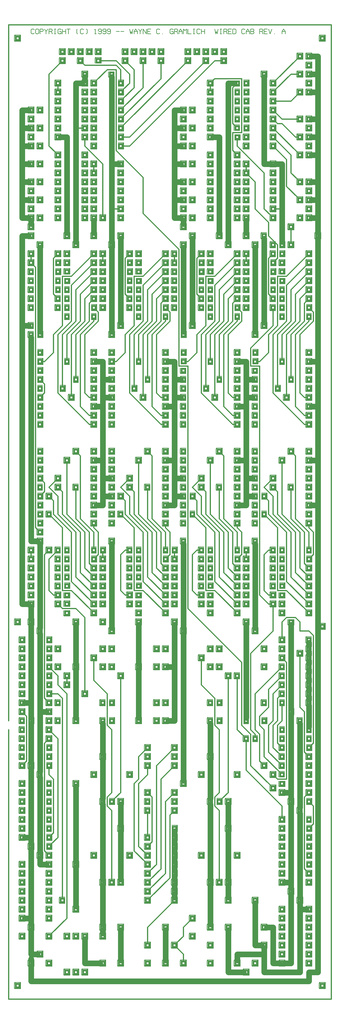
<source format=gtl>
%MOIN*%
%FSLAX23Y23*%
%ADD10C,.012*%
%ADD11C,.062*%
%ADD12C,.050X.024*%
%ADD13R,.062X.062X.024*%
%ADD14C,.016*%
%ADD15R,.008X.062*%
%ADD16R,.062X.008*%
%ADD17C,.008*%
%LPD*%
G90*X0Y0D02*D13*X100Y150D03*D14*X131Y181D03*      
Y119D03*X69Y181D03*Y119D03*D15*X135Y150D03*X65D03*
D16*X100Y185D03*Y115D03*X250Y200D02*D11*X3350D01* 
Y300D01*X3450D01*Y5500D01*X3381D01*D13*X3350D03*  
D14*X3381Y5531D03*Y5469D03*X3319Y5531D03*Y5469D03*
D15*X3385Y5500D03*X3315D03*D16*X3350Y5535D03*     
Y5465D03*X3450Y5500D02*D11*Y6000D01*X3381D01*D13* 
X3350D03*D14*X3381Y6031D03*Y5969D03*X3319Y6031D03*
Y5969D03*D15*X3385Y6000D03*X3315D03*D16*          
X3350Y6035D03*Y5965D03*X3450Y6000D02*D11*Y6600D01*
X3381D01*D13*X3350D03*D14*X3381Y6631D03*Y6569D03* 
X3319Y6631D03*Y6569D03*D15*X3385Y6600D03*X3315D03*
D16*X3350Y6635D03*Y6565D03*X3300Y6500D02*D10*     
X3319D01*D13*X3350D03*D14*X3381Y6531D03*Y6469D03* 
X3319Y6531D03*Y6469D03*D15*X3385Y6500D03*X3315D03*
D16*X3350Y6535D03*Y6465D03*X3300Y6500D02*D10*     
X3200Y6600D01*Y7400D01*X3350Y7550D01*Y7569D01*D13*
Y7600D03*D16*Y7635D03*Y7565D03*X3400Y7550D02*D10* 
X3250Y7400D01*Y6750D01*X3300Y6700D01*X3319D01*D13*
X3350D03*D14*X3381Y6731D03*Y6669D03*X3319Y6731D03*
Y6669D03*D15*X3385Y6700D03*X3315D03*D16*          
X3350Y6735D03*Y6665D03*X3450Y6600D02*D11*Y7100D01*
X3381D01*D13*X3350D03*D14*X3381Y7131D03*Y7069D03* 
X3319Y7131D03*Y7069D03*D15*X3385Y7100D03*X3315D03*
D16*X3350Y7135D03*Y7065D03*X3450Y7100D02*D11*     
Y8469D01*D13*Y8500D03*D14*X3481Y8531D03*Y8469D03* 
X3419Y8531D03*Y8469D03*D15*X3485Y8500D03*X3415D03*
D16*X3450Y8535D03*Y8465D03*Y8531D02*D11*Y8700D01* 
X3381D01*D13*X3350D03*D14*X3381Y8731D03*Y8669D03* 
X3319Y8731D03*Y8669D03*D15*X3385Y8700D03*X3315D03*
D16*X3350Y8735D03*Y8665D03*X3450Y8700D02*D11*     
Y8900D01*X3381D01*D13*X3350D03*D14*X3381Y8931D03* 
Y8869D03*X3319Y8931D03*Y8869D03*D15*X3385Y8900D03*
X3315D03*D16*X3350Y8935D03*Y8865D03*X3450Y8900D02*
D11*Y9100D01*X3381D01*D13*X3350D03*D14*           
X3381Y9131D03*Y9069D03*X3319Y9131D03*Y9069D03*D15*
X3385Y9100D03*X3315D03*D16*X3350Y9135D03*Y9065D03*
X3450Y9100D02*D11*Y9400D01*X3381D01*D13*X3350D03* 
D14*X3381Y9431D03*Y9369D03*X3319Y9431D03*Y9369D03*
D15*X3385Y9400D03*X3315D03*D16*X3350Y9435D03*     
Y9365D03*X3450Y9400D02*D11*Y9600D01*X3381D01*D13* 
X3350D03*D14*X3381Y9631D03*Y9569D03*X3319Y9631D03*
Y9569D03*D15*X3385Y9600D03*X3315D03*D16*          
X3350Y9635D03*Y9565D03*X3450Y9600D02*D11*Y9800D01*
X3381D01*D13*X3350D03*D14*X3381Y9831D03*Y9769D03* 
X3319Y9831D03*Y9769D03*D15*X3385Y9800D03*X3315D03*
D16*X3350Y9835D03*Y9765D03*X3450Y9800D02*D11*     
Y10100D01*X3381D01*D13*X3350D03*D14*              
X3381Y10131D03*Y10069D03*X3319Y10131D03*Y10069D03*
D15*X3385Y10100D03*X3315D03*D16*X3350Y10135D03*   
Y10065D03*X3450Y10100D02*D11*Y10300D01*X3381D01*  
D13*X3350D03*D14*X3381Y10331D03*Y10269D03*        
X3319Y10331D03*Y10269D03*D15*X3385Y10300D03*      
X3315D03*D16*X3350Y10335D03*Y10265D03*            
X3450Y10300D02*D11*Y10500D01*X3400D01*X3381D01*   
D13*X3350D03*D14*X3381Y10531D03*Y10469D03*        
X3319Y10531D03*Y10469D03*D15*X3385Y10500D03*      
X3315D03*D16*X3350Y10535D03*Y10465D03*            
X3381Y10500D02*D10*X3400D01*D13*X3350Y10400D03*   
D14*X3381Y10431D03*Y10369D03*X3319Y10431D03*      
Y10369D03*D15*X3385Y10400D03*X3315D03*D16*        
X3350Y10435D03*Y10365D03*D13*X3250Y10500D03*D14*  
X3281Y10531D03*Y10469D03*X3219Y10531D03*Y10469D03*
D15*X3285Y10500D03*X3215D03*D16*X3250Y10535D03*   
Y10465D03*X3219Y10469D02*D10*X2981Y10231D01*D13*  
X2950Y10200D03*D14*X2981Y10231D03*Y10169D03*      
X2919Y10231D03*Y10169D03*D15*X2985Y10200D03*      
X2915D03*D16*X2950Y10235D03*Y10165D03*D13*        
X2850Y10300D03*D14*X2881Y10331D03*Y10269D03*      
X2819Y10331D03*Y10269D03*D15*X2885Y10300D03*      
X2815D03*D16*X2850Y10335D03*Y10265D03*Y10269D02*  
D11*Y9300D01*X2919D01*D13*X2950D03*D14*           
X2981Y9331D03*Y9269D03*X2919Y9331D03*Y9269D03*D15*
X2985Y9300D03*X2915D03*D16*X2950Y9335D03*Y9265D03*
X2981Y9300D02*D11*X3050D01*Y8800D01*Y8431D01*D13* 
Y8400D03*D14*X3081Y8431D03*Y8369D03*D15*          
X3085Y8400D03*D16*X3050Y8435D03*Y8365D03*         
X3000Y8400D02*D10*Y8250D01*X2981Y8231D01*D13*     
X2950Y8200D03*D14*X2981Y8231D03*Y8169D03*D15*     
X2985Y8200D03*D16*X2950Y8235D03*Y8165D03*         
X2900Y8250D02*D10*Y7850D01*X2919Y7831D01*D13*     
X2950Y7800D03*D14*X2919Y7831D03*Y7769D03*D15*     
X2915Y7800D03*D16*X2950Y7835D03*Y7765D03*D13*     
X3050Y7700D03*D16*Y7735D03*Y7665D03*D13*Y7900D03* 
D16*Y7935D03*Y7865D03*D13*Y7800D03*D16*Y7835D03*  
Y7765D03*D13*X2950Y7900D03*D16*Y7935D03*Y7865D03* 
D13*Y7700D03*D14*X2919Y7731D03*Y7669D03*D15*      
X2915Y7700D03*D16*X2950Y7735D03*Y7665D03*Y7669D02*
D10*Y7500D01*X2700Y7250D01*Y7050D01*X2800D01*     
Y4500D01*X2900Y4400D01*X2919D01*D13*X2950D03*D14* 
X2981Y4431D03*Y4369D03*X2919Y4431D03*Y4369D03*D15*
X2985Y4400D03*X2915D03*D16*X2950Y4435D03*Y4365D03*
Y4369D02*D10*Y4100D01*X2700Y3850D01*Y3000D01*     
X2750Y2950D01*Y2931D01*D13*Y2900D03*D16*Y2935D03* 
Y2865D03*X2800Y2950D02*D10*Y2650D01*X2819Y2631D01*
D13*X2850Y2600D03*D14*X2881Y2631D03*Y2569D03*     
X2819Y2631D03*Y2569D03*D15*X2885Y2600D03*X2815D03*
D16*X2850Y2635D03*Y2565D03*D13*X2950Y2500D03*D14* 
X2981Y2531D03*Y2469D03*X2919Y2531D03*Y2469D03*D15*
X2985Y2500D03*X2915D03*D16*X2950Y2535D03*Y2465D03*
X2981Y2469D02*D10*X3000Y2450D01*X3100D01*Y3750D01*
X3081Y3769D01*D13*X3050Y3800D03*D14*X3081Y3831D03*
Y3769D03*X3019Y3831D03*Y3769D03*D15*X3085Y3800D03*
X3015D03*D16*X3050Y3835D03*Y3765D03*D13*Y3900D03* 
D14*X3081Y3931D03*Y3869D03*X3019Y3931D03*Y3869D03*
D15*X3085Y3900D03*X3015D03*D16*X3050Y3935D03*     
Y3865D03*D13*Y3700D03*D14*X3019Y3731D03*Y3669D03* 
D15*X3015Y3700D03*D16*X3050Y3735D03*Y3665D03*     
X3019Y3669D02*D10*X2750Y3400D01*Y3000D01*         
X2800Y2950D01*X2850Y3000D02*Y2700D01*             
X3019Y2531D01*D13*X3050Y2500D03*D14*X3019Y2531D03*
D15*X3015Y2500D03*D16*X3050Y2535D03*D13*Y2600D03* 
D14*X3019Y2631D03*Y2569D03*D15*X3015Y2600D03*D16* 
X3050Y2635D03*Y2565D03*X3019Y2631D02*D10*         
X2900Y2750D01*Y3050D01*X2950Y3100D01*Y3400D01*    
X3019Y3469D01*D13*X3050Y3500D03*D14*X3019Y3531D03*
Y3469D03*D15*X3015Y3500D03*D16*X3050Y3535D03*     
Y3465D03*D13*Y3600D03*D14*X3019Y3631D03*Y3569D03* 
D15*X3015Y3600D03*D16*X3050Y3635D03*Y3565D03*     
X3019Y3569D02*D10*X2900Y3450D01*Y3250D01*         
X2800Y3150D01*Y3050D01*X2850Y3000D01*D13*Y3100D03*
D14*X2881Y3131D03*Y3069D03*D15*X2885Y3100D03*D16* 
X2850Y3135D03*Y3065D03*X2950Y3050D02*D10*Y2800D01*
X3019Y2731D01*D13*X3050Y2700D03*D14*X3019Y2731D03*
Y2669D03*D15*X3015Y2700D03*D16*X3050Y2735D03*     
Y2665D03*D13*Y2800D03*D14*X3019Y2831D03*Y2769D03* 
D15*X3015Y2800D03*D16*X3050Y2835D03*Y2765D03*     
X3019Y2831D02*D10*X3000Y2850D01*Y3050D01*         
X3050Y3100D01*Y3269D01*D13*Y3300D03*D16*Y3335D03* 
Y3265D03*X3000Y3350D02*D10*Y3100D01*X2950Y3050D01*
D13*X3050Y3000D03*D16*Y3035D03*Y2965D03*D13*      
Y2900D03*D16*Y2935D03*Y2865D03*D13*X3150Y3200D03* 
D14*X3181Y3231D03*Y3169D03*D15*X3185Y3200D03*D16* 
X3150Y3235D03*Y3165D03*Y3169D02*D11*Y2300D01*     
Y2231D01*D13*Y2200D03*D14*X3181Y2231D03*Y2169D03* 
X3119Y2231D03*Y2169D03*D15*X3185Y2200D03*X3115D03*
D16*X3150Y2235D03*Y2165D03*Y2169D02*D11*Y1300D01* 
Y1231D01*D13*Y1200D03*D14*X3181Y1231D03*Y1169D03* 
X3119Y1231D03*Y1169D03*D15*X3185Y1200D03*X3115D03*
D16*X3150Y1235D03*Y1165D03*Y1169D02*D11*Y400D01*  
X3081D01*D13*X3050D03*D14*X3081Y431D03*Y369D03*   
X3019Y431D03*Y369D03*D15*X3085Y400D03*X3015D03*   
D16*X3050Y435D03*Y365D03*X3019Y400D02*D11*        
X2950D01*Y800D01*X2881D01*D13*X2850D03*D14*       
X2881Y831D03*Y769D03*X2819Y831D03*Y769D03*D15*    
X2885Y800D03*X2815D03*D16*X2850Y835D03*Y765D03*   
D13*X3050Y600D03*D14*X3081Y631D03*Y569D03*        
X3019Y631D03*Y569D03*D15*X3085Y600D03*X3015D03*   
D16*X3050Y635D03*Y565D03*D13*Y1000D03*D14*        
X3081Y1031D03*Y969D03*X3019Y1031D03*Y969D03*D15*  
X3085Y1000D03*X3015D03*D16*X3050Y1035D03*Y965D03* 
D13*Y700D03*D14*X3081Y731D03*Y669D03*X3019Y731D03*
Y669D03*D15*X3085Y700D03*X3015D03*D16*            
X3050Y735D03*Y665D03*X2750Y600D02*D11*X2819D01*   
D13*X2850D03*D14*X2881Y631D03*Y569D03*            
X2819Y631D03*Y569D03*D15*X2885Y600D03*X2815D03*   
D16*X2850Y635D03*Y565D03*Y569D02*D11*Y500D01*     
Y300D01*X3250D01*Y1000D01*X3319D01*D13*X3350D03*  
D14*X3381Y1031D03*Y969D03*X3319Y1031D03*Y969D03*  
D15*X3385Y1000D03*X3315D03*D16*X3350Y1035D03*     
Y965D03*D13*X3250Y1100D03*D14*X3281Y1131D03*      
Y1069D03*X3219Y1131D03*Y1069D03*D15*X3285Y1100D03*
X3215D03*D16*X3250Y1135D03*Y1065D03*Y1069D02*D11* 
Y1000D01*D13*X3350Y900D03*D14*X3381Y931D03*       
Y869D03*X3319Y931D03*Y869D03*D15*X3385Y900D03*    
X3315D03*D16*X3350Y935D03*Y865D03*X3250Y1131D02*  
D11*Y2069D01*D13*Y2100D03*D14*X3219Y2131D03*      
Y2069D03*D15*X3215Y2100D03*D16*X3250Y2135D03*     
Y2065D03*Y2131D02*D11*Y3069D01*D13*Y3100D03*D14*  
X3219Y3131D03*Y3069D03*D15*X3215Y3100D03*D16*     
X3250Y3135D03*Y3065D03*D13*X3350Y3000D03*D16*     
Y3035D03*Y2965D03*Y3031D02*D11*Y3269D01*D13*      
Y3300D03*D14*X3319Y3331D03*Y3269D03*D15*          
X3315Y3300D03*D16*X3350Y3335D03*Y3265D03*Y3331D02*
D11*Y3369D01*D13*Y3400D03*D14*X3319Y3431D03*      
Y3369D03*D15*X3315Y3400D03*D16*X3350Y3435D03*     
Y3365D03*Y3431D02*D11*Y3469D01*D13*Y3500D03*D14*  
X3319Y3531D03*Y3469D03*D15*X3315Y3500D03*D16*     
X3350Y3535D03*Y3465D03*Y3531D02*D11*Y3569D01*D13* 
Y3600D03*D14*X3319Y3631D03*Y3569D03*D15*          
X3315Y3600D03*D16*X3350Y3635D03*Y3565D03*Y3631D02*
D11*Y3669D01*D13*Y3700D03*D14*X3319Y3731D03*      
Y3669D03*D15*X3315Y3700D03*D16*X3350Y3735D03*     
Y3665D03*Y3731D02*D11*Y3769D01*D13*Y3800D03*D14*  
X3319Y3831D03*Y3769D03*D15*X3315Y3800D03*D16*     
X3350Y3835D03*Y3765D03*Y3831D02*D11*Y3869D01*D13* 
Y3900D03*D14*X3319Y3931D03*Y3869D03*D15*          
X3315Y3900D03*D16*X3350Y3935D03*Y3865D03*Y3931D02*
D11*Y3969D01*D13*Y4000D03*D14*X3319Y4031D03*      
Y3969D03*D15*X3315Y4000D03*D16*X3350Y4035D03*     
Y3965D03*X3400Y4050D02*D10*Y2850D01*X3381Y2831D01*
D13*X3350Y2800D03*D14*X3381Y2831D03*Y2769D03*D15* 
X3385Y2800D03*D16*X3350Y2835D03*Y2765D03*         
X3300Y2750D02*D10*X3319Y2731D01*D13*X3350Y2700D03*
D14*X3381Y2731D03*Y2669D03*X3319Y2731D03*Y2669D03*
D15*X3385Y2700D03*X3315D03*D16*X3350Y2735D03*     
Y2665D03*X3300Y2750D02*D10*Y3200D01*X3250Y3250D01*
Y3819D01*D13*Y3850D03*D14*X3281Y3881D03*Y3819D03* 
X3219Y3881D03*Y3819D03*D15*X3285Y3850D03*X3215D03*
D16*X3250Y3885D03*Y3815D03*X3400Y4050D02*D10*     
X3350Y4100D01*X3250D01*Y4200D01*X3200Y4250D01*    
X3100D01*X3050Y4200D01*Y4031D01*D13*Y4000D03*D14* 
X3081Y4031D03*Y3969D03*X3019Y4031D03*Y3969D03*D15*
X3085Y4000D03*X3015D03*D16*X3050Y4035D03*Y3965D03*
D13*X3150Y4200D03*D14*X3181Y4169D03*X3119D03*D15* 
X3185Y4200D03*X3115D03*D16*X3150Y4165D03*Y4169D02*
D11*Y3231D01*X3000Y3350D02*D10*X3019Y3369D01*D13* 
X3050Y3400D03*D14*X3019Y3431D03*Y3369D03*D15*     
X3015Y3400D03*D16*X3050Y3435D03*Y3365D03*D13*     
X2850Y3300D03*D14*X2819Y3331D03*Y3269D03*D15*     
X2815Y3300D03*D16*X2850Y3335D03*Y3265D03*D13*     
Y3700D03*D14*X2881Y3731D03*Y3669D03*X2819Y3731D03*
Y3669D03*D15*X2885Y3700D03*X2815D03*D16*          
X2850Y3735D03*Y3665D03*D13*X2650Y3100D03*D16*     
Y3135D03*Y3065D03*Y3131D02*D11*Y4169D01*D13*      
Y4200D03*D14*X2681Y4231D03*Y4169D03*X2619Y4231D03*
Y4169D03*D15*X2685Y4200D03*X2615D03*D16*          
X2650Y4235D03*Y4165D03*D13*X2750Y4100D03*D14*     
X2781Y4131D03*Y4069D03*X2719Y4131D03*Y4069D03*D15*
X2785Y4100D03*X2715D03*D16*X2750Y4135D03*Y4065D03*
Y4131D02*D11*Y5069D01*D13*Y5100D03*D14*           
X2719Y5131D03*Y5069D03*D15*X2715Y5100D03*D16*     
X2750Y5135D03*Y5065D03*D13*X2650Y5000D03*D14*     
X2681Y5031D03*Y4969D03*D15*X2685Y5000D03*D16*     
X2650Y5035D03*Y4965D03*Y4969D02*D10*Y4931D01*D13* 
Y4900D03*D14*X2681Y4931D03*Y4869D03*X2619Y4931D03*
Y4869D03*D15*X2685Y4900D03*X2615D03*D16*          
X2650Y4935D03*Y4865D03*X2600Y4950D02*D10*         
X2581Y4931D01*D13*X2550Y4900D03*D14*X2581Y4931D03*
Y4869D03*D15*X2585Y4900D03*D16*X2550Y4935D03*     
Y4865D03*X2600Y4950D02*D10*Y5200D01*X2550Y5250D01*
Y5269D01*D13*Y5300D03*D14*X2581Y5331D03*Y5269D03* 
X2519Y5331D03*Y5269D03*D15*X2585Y5300D03*X2515D03*
D16*X2550Y5335D03*Y5265D03*X2450Y5200D02*D10*     
Y4800D01*X2519Y4731D01*D13*X2550Y4700D03*D14*     
X2581Y4731D03*Y4669D03*X2519Y4731D03*Y4669D03*D15*
X2585Y4700D03*X2515D03*D16*X2550Y4735D03*Y4665D03*
D13*X2650Y4600D03*D14*X2681Y4631D03*Y4569D03*     
X2619Y4631D03*Y4569D03*D15*X2685Y4600D03*X2615D03*
D16*X2650Y4635D03*Y4565D03*D13*Y4800D03*D14*      
X2681Y4831D03*Y4769D03*X2619Y4831D03*Y4769D03*D15*
X2685Y4800D03*X2615D03*D16*X2650Y4835D03*Y4765D03*
D13*Y4700D03*D14*X2681Y4731D03*Y4669D03*          
X2619Y4731D03*Y4669D03*D15*X2685Y4700D03*X2615D03*
D16*X2650Y4735D03*Y4665D03*D13*X2550Y4800D03*D14* 
X2581Y4831D03*Y4769D03*X2519Y4831D03*Y4769D03*D15*
X2585Y4800D03*X2515D03*D16*X2550Y4835D03*Y4765D03*
X2519Y4831D02*D10*X2500Y4850D01*Y5200D01*         
X2350Y5350D01*Y5669D01*D13*Y5700D03*D14*          
X2319Y5731D03*Y5669D03*D15*X2315Y5700D03*D16*     
X2350Y5735D03*Y5665D03*X2200Y5650D02*D10*Y5400D01*
X2400Y5200D01*Y4750D01*X2519Y4631D01*D13*         
X2550Y4600D03*D14*X2581Y4631D03*Y4569D03*         
X2519Y4631D03*Y4569D03*D15*X2585Y4600D03*X2515D03*
D16*X2550Y4635D03*Y4565D03*D13*X2650Y4500D03*D14* 
X2681Y4531D03*Y4469D03*X2619Y4531D03*Y4469D03*D15*
X2685Y4500D03*X2615D03*D16*X2650Y4535D03*Y4465D03*
D13*X2550Y4500D03*D14*X2581Y4531D03*Y4469D03*     
X2519Y4531D03*Y4469D03*D15*X2585Y4500D03*X2515D03*
D16*X2550Y4535D03*Y4465D03*X2519Y4531D02*D10*     
X2350Y4700D01*Y5200D01*X2150Y5400D01*Y5600D01*    
X2050Y5700D01*X2119Y5769D01*D13*X2150Y5800D03*D14*
X2181Y5831D03*Y5769D03*X2119Y5831D03*Y5769D03*D15*
X2185Y5800D03*X2115D03*D16*X2150Y5835D03*Y5765D03*
D13*Y5700D03*D14*X2181Y5731D03*Y5669D03*          
X2119Y5731D03*Y5669D03*D15*X2185Y5700D03*X2115D03*
D16*X2150Y5735D03*Y5665D03*X2181Y5669D02*D10*     
X2200Y5650D01*X2100Y5550D02*Y5400D01*             
X2300Y5200D01*Y4650D01*X2519Y4431D01*D13*         
X2550Y4400D03*D14*X2581Y4431D03*Y4369D03*         
X2519Y4431D03*Y4369D03*D15*X2585Y4400D03*X2515D03*
D16*X2550Y4435D03*Y4365D03*D13*X2650Y4400D03*D14* 
X2681Y4431D03*Y4369D03*X2619Y4431D03*Y4369D03*D15*
X2685Y4400D03*X2615D03*D16*X2650Y4435D03*Y4365D03*
D13*X2550Y4300D03*D14*X2581Y4331D03*Y4269D03*     
X2519Y4331D03*Y4269D03*D15*X2585Y4300D03*X2515D03*
D16*X2550Y4335D03*Y4265D03*X2519Y4331D02*D10*     
X2300Y4550D01*X2200D01*Y5250D01*X2081Y5369D01*D13*
X2050Y5400D03*D16*Y5435D03*Y5365D03*D13*          
X1950Y5500D03*D14*X1919Y5531D03*Y5469D03*D15*     
X1915Y5500D03*D16*X1950Y5535D03*Y5465D03*D13*     
Y5300D03*D14*X1919Y5331D03*Y5269D03*D15*          
X1915Y5300D03*D16*X1950Y5335D03*Y5265D03*D13*     
Y5400D03*D14*X1919Y5431D03*Y5369D03*D15*          
X1915Y5400D03*D16*X1950Y5435D03*Y5365D03*         
X2100Y5550D02*D10*X2081Y5569D01*D13*X2050Y5600D03*
D14*X2081Y5631D03*Y5569D03*D15*X2085Y5600D03*D16* 
X2050Y5635D03*Y5565D03*D13*X1950Y5700D03*D14*     
X1919Y5731D03*Y5669D03*D15*X1915Y5700D03*D16*     
X1950Y5735D03*Y5665D03*D13*Y5600D03*D14*          
X1919Y5631D03*Y5569D03*D15*X1915Y5600D03*D16*     
X1950Y5635D03*Y5565D03*X1919Y5600D02*D11*X1850D01*
Y5500D01*X1781D01*D13*X1750D03*D14*X1781Y5531D03* 
Y5469D03*X1719Y5531D03*Y5469D03*D15*X1785Y5500D03*
X1715D03*D16*X1750Y5535D03*Y5465D03*X1850Y5600D02*
D11*Y5800D01*X1919D01*D13*X1950D03*D14*           
X1919Y5831D03*Y5769D03*D15*X1915Y5800D03*D16*     
X1950Y5835D03*Y5765D03*D13*Y5900D03*D14*          
X1919Y5931D03*Y5869D03*D15*X1915Y5900D03*D16*     
X1950Y5935D03*Y5865D03*X1850Y5800D02*D11*Y6000D01*
X1781D01*D13*X1750D03*D14*X1781Y6031D03*Y5969D03* 
X1719Y6031D03*Y5969D03*D15*X1785Y6000D03*X1715D03*
D16*X1750Y6035D03*Y5965D03*X1850Y6000D02*D11*     
Y6600D01*X1781D01*D13*X1750D03*D14*X1781Y6631D03* 
Y6569D03*X1719Y6631D03*Y6569D03*D15*X1785Y6600D03*
X1715D03*D16*X1750Y6635D03*Y6565D03*X1850Y6700D02*
D11*Y6600D01*D13*X1950Y6500D03*D14*X1919Y6531D03* 
Y6469D03*D15*X1915Y6500D03*D16*X1950Y6535D03*     
Y6465D03*D13*Y6700D03*D14*X1919Y6731D03*Y6669D03* 
D15*X1915Y6700D03*D16*X1950Y6735D03*Y6665D03*     
X1919Y6700D02*D11*X1850D01*Y6900D01*X1919D01*D13* 
X1950D03*D14*X1919Y6931D03*Y6869D03*D15*          
X1915Y6900D03*D16*X1950Y6935D03*Y6865D03*D13*     
Y7000D03*D14*X1919Y6969D03*D15*X1915Y7000D03*D16* 
X1950Y6965D03*X1850Y6900D02*D11*Y7100D01*X1781D01*
D13*X1750D03*D14*X1781Y7131D03*Y7069D03*          
X1719Y7131D03*Y7069D03*D15*X1785Y7100D03*X1715D03*
D16*X1750Y7135D03*Y7065D03*D13*Y7200D03*D14*      
X1781Y7231D03*Y7169D03*X1719Y7231D03*Y7169D03*D15*
X1785Y7200D03*X1715D03*D16*X1750Y7235D03*Y7165D03*
D13*Y7000D03*D14*X1781Y7031D03*Y6969D03*          
X1719Y7031D03*Y6969D03*D15*X1785Y7000D03*X1715D03*
D16*X1750Y7035D03*Y6965D03*X1900Y7050D02*D10*     
X2000D01*Y4350D01*X2600Y3750D01*Y3050D01*         
X2700Y2950D01*Y2600D01*X2919Y2381D01*D13*         
X2950Y2350D03*D14*X2981Y2381D03*Y2319D03*         
X2919Y2381D03*Y2319D03*D15*X2985Y2350D03*X2915D03*
D16*X2950Y2385D03*Y2315D03*D13*X3050Y2300D03*D14* 
X3081Y2331D03*Y2269D03*X3019Y2331D03*Y2269D03*D15*
X3085Y2300D03*X3015D03*D16*X3050Y2335D03*Y2265D03*
X3081Y2300D02*D11*X3150D01*D13*X3050Y2400D03*D14* 
X3081Y2369D03*X3019D03*D15*X3085Y2400D03*X3015D03*
D16*X3050Y2365D03*Y2150D02*D10*Y2031D01*D13*      
Y2000D03*D14*X3081Y2031D03*Y1969D03*X3019Y2031D03*
Y1969D03*D15*X3085Y2000D03*X3015D03*D16*          
X3050Y2035D03*Y1965D03*D13*Y1900D03*D14*          
X3081Y1931D03*Y1869D03*X3019Y1931D03*Y1869D03*D15*
X3085Y1900D03*X3015D03*D16*X3050Y1935D03*Y1865D03*
Y2150D02*D10*X2650Y2550D01*Y2869D01*D13*Y2900D03* 
D14*X2619Y2931D03*Y2869D03*D15*X2615Y2900D03*D16* 
X2650Y2935D03*Y2865D03*X2619Y2931D02*D10*         
X2550Y3000D01*Y3569D01*D13*Y3600D03*D14*          
X2519Y3631D03*Y3569D03*D15*X2515Y3600D03*D16*     
X2550Y3635D03*Y3565D03*D13*X2450Y3600D03*D14*     
X2481Y3631D03*Y3569D03*X2419Y3631D03*Y3569D03*D15*
X2485Y3600D03*X2415D03*D16*X2450Y3635D03*Y3565D03*
Y3569D02*D10*Y2300D01*X2381Y2231D01*D13*          
X2350Y2200D03*D14*X2381Y2231D03*Y2169D03*D15*     
X2385Y2200D03*D16*X2350Y2235D03*Y2165D03*         
X2300Y2250D02*D10*Y2150D01*X2350Y2100D01*Y1331D01*
D13*Y1300D03*D14*X2381Y1331D03*Y1269D03*          
X2319Y1331D03*Y1269D03*D15*X2385Y1300D03*X2315D03*
D16*X2350Y1335D03*Y1265D03*D13*X2450Y1300D03*D14* 
X2481Y1331D03*Y1269D03*X2419Y1331D03*Y1269D03*D15*
X2485Y1300D03*X2415D03*D16*X2450Y1335D03*Y1265D03*
Y1269D02*D11*Y1131D01*D13*Y1100D03*D14*           
X2481Y1131D03*Y1069D03*X2419Y1131D03*Y1069D03*D15*
X2485Y1100D03*X2415D03*D16*X2450Y1135D03*Y1065D03*
D13*X2250Y1300D03*D14*X2281Y1331D03*Y1269D03*     
X2219Y1331D03*Y1269D03*D15*X2285Y1300D03*X2215D03*
D16*X2250Y1335D03*Y1265D03*Y1269D02*D11*Y831D01*  
D13*Y800D03*D14*X2281Y831D03*Y769D03*X2219Y831D03*
Y769D03*D15*X2285Y800D03*X2215D03*D16*            
X2250Y835D03*Y765D03*D13*X2050Y900D03*D14*        
X2081Y931D03*Y869D03*X2019Y931D03*Y869D03*D15*    
X2085Y900D03*X2015D03*D16*X2050Y935D03*Y865D03*   
X2019Y869D02*D10*X1950Y800D01*Y700D01*            
X1881Y631D01*D13*X1850Y600D03*D14*X1881Y631D03*   
Y569D03*X1819Y631D03*Y569D03*D15*X1885Y600D03*    
X1815D03*D16*X1850Y635D03*Y565D03*X1881Y569D02*   
D10*X1950Y500D01*Y431D01*D13*Y400D03*D14*         
X1981Y431D03*Y369D03*X1919Y431D03*Y369D03*D15*    
X1985Y400D03*X1915D03*D16*X1950Y435D03*Y365D03*   
X1750Y550D02*D11*Y500D01*Y431D01*D13*Y400D03*D14* 
X1781Y431D03*Y369D03*X1719Y431D03*Y369D03*D15*    
X1785Y400D03*X1715D03*D16*X1750Y435D03*Y365D03*   
Y500D02*D10*Y550D01*D11*Y769D01*D13*Y800D03*D14*  
X1781Y831D03*Y769D03*X1719Y831D03*Y769D03*D15*    
X1785Y800D03*X1715D03*D16*X1750Y835D03*Y765D03*   
D13*X1550Y600D03*D14*X1581Y631D03*Y569D03*        
X1519Y631D03*Y569D03*D15*X1585Y600D03*X1515D03*   
D16*X1550Y635D03*Y565D03*Y631D02*D10*Y800D01*     
X1819Y1069D01*D13*X1850Y1100D03*D14*X1881Y1131D03*
Y1069D03*X1819Y1131D03*Y1069D03*D15*X1885Y1100D03*
X1815D03*D16*X1850Y1135D03*Y1065D03*Y1131D02*D11* 
Y1169D01*D13*Y1200D03*D14*X1881Y1231D03*Y1169D03* 
X1819Y1231D03*Y1169D03*D15*X1885Y1200D03*X1815D03*
D16*X1850Y1235D03*Y1165D03*Y1231D02*D11*Y1269D01* 
D13*Y1300D03*D14*X1881Y1331D03*Y1269D03*          
X1819Y1331D03*Y1269D03*D15*X1885Y1300D03*X1815D03*
D16*X1850Y1335D03*Y1265D03*Y1331D02*D11*Y1369D01* 
D13*Y1400D03*D14*X1881Y1431D03*Y1369D03*D15*      
X1885Y1400D03*D16*X1850Y1435D03*Y1365D03*Y1431D02*
D11*Y1469D01*D13*Y1500D03*D14*X1881Y1531D03*      
Y1469D03*D15*X1885Y1500D03*D16*X1850Y1535D03*     
Y1465D03*Y1531D02*D11*Y1569D01*D13*Y1600D03*D14*  
X1881Y1631D03*Y1569D03*D15*X1885Y1600D03*D16*     
X1850Y1635D03*Y1565D03*Y1631D02*D11*Y1669D01*D13* 
Y1700D03*D14*X1881Y1731D03*Y1669D03*D15*          
X1885Y1700D03*D16*X1850Y1735D03*Y1665D03*Y1731D02*
D11*Y1769D01*D13*Y1800D03*D14*X1881Y1831D03*      
Y1769D03*D15*X1885Y1800D03*D16*X1850Y1835D03*     
Y1765D03*Y1831D02*D11*Y1869D01*D13*Y1900D03*D14*  
X1881Y1931D03*Y1869D03*D15*X1885Y1900D03*D16*     
X1850Y1935D03*Y1865D03*X1800Y2050D02*D10*Y1350D01*
X1581Y1131D01*D13*X1550Y1100D03*D14*X1581Y1131D03*
Y1069D03*X1519Y1131D03*Y1069D03*D15*X1585Y1100D03*
X1515D03*D16*X1550Y1135D03*Y1065D03*D13*Y1200D03* 
D14*X1581Y1231D03*Y1169D03*X1519Y1231D03*Y1169D03*
D15*X1585Y1200D03*X1515D03*D16*X1550Y1235D03*     
Y1165D03*X1581Y1231D02*D10*X1750Y1400D01*Y2200D01*
X1819Y2269D01*D13*X1850Y2300D03*D14*X1881Y2331D03*
Y2269D03*X1819Y2331D03*Y2269D03*D15*X1885Y2300D03*
X1815D03*D16*X1850Y2335D03*Y2265D03*D13*          
X1950Y2400D03*D14*X1981Y2431D03*Y2369D03*         
X1919Y2431D03*Y2369D03*D15*X1985Y2400D03*X1915D03*
D16*X1950Y2435D03*Y2365D03*Y2431D02*D11*Y4069D01* 
D13*Y4100D03*D14*X1981Y4131D03*Y4069D03*          
X1919Y4131D03*Y4069D03*D15*X1985Y4100D03*X1915D03*
D16*X1950Y4135D03*Y4065D03*Y4131D02*D11*Y5069D01* 
D13*Y5100D03*D14*X1919Y5131D03*Y5069D03*D15*      
X1915Y5100D03*D16*X1950Y5135D03*Y5065D03*D13*     
X1850Y5000D03*D14*X1881Y5031D03*Y4969D03*D15*     
X1885Y5000D03*D16*X1850Y5035D03*Y4965D03*Y4969D02*
D10*Y4931D01*D13*Y4900D03*D14*X1881Y4931D03*      
Y4869D03*X1819Y4931D03*Y4869D03*D15*X1885Y4900D03*
X1815D03*D16*X1850Y4935D03*Y4865D03*X1800Y4950D02*
D10*X1781Y4931D01*D13*X1750Y4900D03*D14*          
X1781Y4931D03*Y4869D03*D15*X1785Y4900D03*D16*     
X1750Y4935D03*Y4865D03*X1800Y4950D02*D10*Y5200D01*
X1750Y5250D01*Y5269D01*D13*Y5300D03*D14*          
X1781Y5331D03*Y5269D03*X1719Y5331D03*Y5269D03*D15*
X1785Y5300D03*X1715D03*D16*X1750Y5335D03*Y5265D03*
X1650Y5200D02*D10*Y4800D01*X1719Y4731D01*D13*     
X1750Y4700D03*D14*X1781Y4731D03*Y4669D03*         
X1719Y4731D03*Y4669D03*D15*X1785Y4700D03*X1715D03*
D16*X1750Y4735D03*Y4665D03*D13*X1850Y4600D03*D14* 
X1881Y4631D03*Y4569D03*X1819Y4631D03*Y4569D03*D15*
X1885Y4600D03*X1815D03*D16*X1850Y4635D03*Y4565D03*
D13*Y4800D03*D14*X1881Y4831D03*Y4769D03*          
X1819Y4831D03*Y4769D03*D15*X1885Y4800D03*X1815D03*
D16*X1850Y4835D03*Y4765D03*D13*Y4700D03*D14*      
X1881Y4731D03*Y4669D03*X1819Y4731D03*Y4669D03*D15*
X1885Y4700D03*X1815D03*D16*X1850Y4735D03*Y4665D03*
D13*X1750Y4800D03*D14*X1781Y4831D03*Y4769D03*     
X1719Y4831D03*Y4769D03*D15*X1785Y4800D03*X1715D03*
D16*X1750Y4835D03*Y4765D03*X1719Y4831D02*D10*     
X1700Y4850D01*Y5200D01*X1550Y5350D01*Y5669D01*D13*
Y5700D03*D14*X1519Y5731D03*Y5669D03*D15*          
X1515Y5700D03*D16*X1550Y5735D03*Y5665D03*         
X1400Y5650D02*D10*Y5400D01*X1600Y5200D01*Y4750D01*
X1719Y4631D01*D13*X1750Y4600D03*D14*X1781Y4631D03*
Y4569D03*X1719Y4631D03*Y4569D03*D15*X1785Y4600D03*
X1715D03*D16*X1750Y4635D03*Y4565D03*D13*          
X1850Y4500D03*D14*X1881Y4531D03*Y4469D03*         
X1819Y4531D03*Y4469D03*D15*X1885Y4500D03*X1815D03*
D16*X1850Y4535D03*Y4465D03*D13*X1750Y4500D03*D14* 
X1781Y4531D03*Y4469D03*X1719Y4531D03*Y4469D03*D15*
X1785Y4500D03*X1715D03*D16*X1750Y4535D03*Y4465D03*
X1719Y4531D02*D10*X1550Y4700D01*Y5200D01*         
X1350Y5400D01*Y5600D01*X1250Y5700D01*             
X1319Y5769D01*D13*X1350Y5800D03*D14*X1381Y5831D03*
Y5769D03*X1319Y5831D03*Y5769D03*D15*X1385Y5800D03*
X1315D03*D16*X1350Y5835D03*Y5765D03*D13*Y5700D03* 
D14*X1381Y5731D03*Y5669D03*X1319Y5731D03*Y5669D03*
D15*X1385Y5700D03*X1315D03*D16*X1350Y5735D03*     
Y5665D03*X1381Y5669D02*D10*X1400Y5650D01*         
X1300Y5550D02*Y5400D01*X1500Y5200D01*Y4650D01*    
X1719Y4431D01*D13*X1750Y4400D03*D14*X1781Y4431D03*
Y4369D03*X1719Y4431D03*Y4369D03*D15*X1785Y4400D03*
X1715D03*D16*X1750Y4435D03*Y4365D03*D13*          
X1850Y4400D03*D14*X1881Y4431D03*Y4369D03*         
X1819Y4431D03*Y4369D03*D15*X1885Y4400D03*X1815D03*
D16*X1850Y4435D03*Y4365D03*D13*X1750Y4300D03*D14* 
X1781Y4331D03*Y4269D03*X1719Y4331D03*Y4269D03*D15*
X1785Y4300D03*X1715D03*D16*X1750Y4335D03*Y4265D03*
X1719Y4331D02*D10*X1500Y4550D01*X1400D01*Y5250D01*
X1281Y5369D01*D13*X1250Y5400D03*D14*X1219Y5431D03*
Y5369D03*D15*X1215Y5400D03*D16*X1250Y5435D03*     
Y5365D03*D13*X1150Y5500D03*D14*X1181Y5531D03*     
Y5469D03*X1119Y5531D03*Y5469D03*D15*X1185Y5500D03*
X1115D03*D16*X1150Y5535D03*Y5465D03*D13*Y5300D03* 
D14*X1181Y5331D03*Y5269D03*X1119Y5331D03*Y5269D03*
D15*X1185Y5300D03*X1115D03*D16*X1150Y5335D03*     
Y5265D03*D13*Y5400D03*D14*X1181Y5431D03*Y5369D03* 
X1119Y5431D03*Y5369D03*D15*X1185Y5400D03*X1115D03*
D16*X1150Y5435D03*Y5365D03*X1300Y5550D02*D10*     
X1281Y5569D01*D13*X1250Y5600D03*D14*X1281Y5631D03*
Y5569D03*X1219Y5631D03*Y5569D03*D15*X1285Y5600D03*
X1215D03*D16*X1250Y5635D03*Y5565D03*D13*          
X1150Y5700D03*D14*X1181Y5731D03*Y5669D03*         
X1119Y5731D03*Y5669D03*D15*X1185Y5700D03*X1115D03*
D16*X1150Y5735D03*Y5665D03*D13*Y5600D03*D14*      
X1181Y5631D03*Y5569D03*X1119Y5631D03*Y5569D03*D15*
X1185Y5600D03*X1115D03*D16*X1150Y5635D03*Y5565D03*
X1119Y5600D02*D11*X1050D01*Y5500D01*X981D01*D13*  
X950D03*D14*X981Y5531D03*Y5469D03*X919Y5531D03*   
Y5469D03*D15*X985Y5500D03*X915D03*D16*            
X950Y5535D03*Y5465D03*X1050Y5600D02*D11*Y5800D01* 
X1119D01*D13*X1150D03*D14*X1181Y5831D03*Y5769D03* 
X1119Y5831D03*Y5769D03*D15*X1185Y5800D03*X1115D03*
D16*X1150Y5835D03*Y5765D03*D13*Y5900D03*D14*      
X1181Y5931D03*Y5869D03*X1119Y5931D03*Y5869D03*D15*
X1185Y5900D03*X1115D03*D16*X1150Y5935D03*Y5865D03*
X1050Y5800D02*D11*Y6000D01*X981D01*D13*X950D03*   
D14*X981Y6031D03*Y5969D03*X919Y6031D03*Y5969D03*  
D15*X985Y6000D03*X915D03*D16*X950Y6035D03*        
Y5965D03*X1050Y6000D02*D11*Y6600D01*X981D01*D13*  
X950D03*D14*X981Y6631D03*Y6569D03*X919Y6631D03*   
Y6569D03*D15*X985Y6600D03*X915D03*D16*            
X950Y6635D03*Y6565D03*X1050Y6700D02*D11*Y6600D01* 
D13*X1150Y6500D03*D14*X1181Y6531D03*Y6469D03*     
X1119Y6531D03*Y6469D03*D15*X1185Y6500D03*X1115D03*
D16*X1150Y6535D03*Y6465D03*D13*Y6700D03*D14*      
X1181Y6731D03*Y6669D03*X1119Y6731D03*Y6669D03*D15*
X1185Y6700D03*X1115D03*D16*X1150Y6735D03*Y6665D03*
X1119Y6700D02*D11*X1050D01*Y6900D01*X1119D01*D13* 
X1150D03*D14*X1181Y6931D03*Y6869D03*X1119Y6931D03*
Y6869D03*D15*X1185Y6900D03*X1115D03*D16*          
X1150Y6935D03*Y6865D03*D13*Y7000D03*D14*          
X1181Y7031D03*Y6969D03*X1119Y7031D03*Y6969D03*D15*
X1185Y7000D03*X1115D03*D16*X1150Y7035D03*Y6965D03*
X1050Y6900D02*D11*Y7100D01*X981D01*D13*X950D03*   
D14*X981Y7131D03*Y7069D03*X919Y7131D03*Y7069D03*  
D15*X985Y7100D03*X915D03*D16*X950Y7135D03*        
Y7065D03*D13*Y7200D03*D14*X981Y7231D03*Y7169D03*  
X919Y7231D03*Y7169D03*D15*X985Y7200D03*X915D03*   
D16*X950Y7235D03*Y7165D03*D13*Y7000D03*D14*       
X981Y7031D03*Y6969D03*X919Y7031D03*Y6969D03*D15*  
X985Y7000D03*X915D03*D16*X950Y7035D03*Y6965D03*   
D13*X750Y6900D03*D16*Y6935D03*Y6865D03*Y6931D02*  
D10*Y7400D01*X900Y7550D01*Y7750D01*X919Y7769D01*  
D13*X950Y7800D03*D14*X981Y7831D03*Y7769D03*       
X919Y7831D03*Y7769D03*D15*X985Y7800D03*X915D03*   
D16*X950Y7835D03*Y7765D03*D13*X1050Y7700D03*D14*  
X1081Y7731D03*Y7669D03*X1019Y7731D03*Y7669D03*D15*
X1085Y7700D03*X1015D03*D16*X1050Y7735D03*Y7665D03*
D13*Y7900D03*D14*X1081Y7931D03*Y7869D03*          
X1019Y7931D03*Y7869D03*D15*X1085Y7900D03*X1015D03*
D16*X1050Y7935D03*Y7865D03*D13*Y7800D03*D14*      
X1081Y7831D03*Y7769D03*X1019Y7831D03*Y7769D03*D15*
X1085Y7800D03*X1015D03*D16*X1050Y7835D03*Y7765D03*
D13*X950Y7900D03*D14*X981Y7931D03*Y7869D03*       
X919Y7931D03*Y7869D03*D15*X985Y7900D03*X915D03*   
D16*X950Y7935D03*Y7865D03*X919Y7869D02*D10*       
X850Y7800D01*Y7550D01*X700Y7400D01*Y6731D01*D13*  
Y6700D03*D14*X731Y6731D03*Y6669D03*X669Y6731D03*  
Y6669D03*D15*X735Y6700D03*X665D03*D16*            
X700Y6735D03*Y6665D03*X800Y6600D02*D10*           
X900Y6500D01*X919D01*D13*X950D03*D14*X981Y6531D03*
Y6469D03*X919Y6531D03*Y6469D03*D15*X985Y6500D03*  
X915D03*D16*X950Y6535D03*Y6465D03*X900Y6400D02*   
D10*X919D01*D13*X950D03*D14*X981Y6431D03*Y6369D03*
X919Y6431D03*Y6369D03*D15*X985Y6400D03*X915D03*   
D16*X950Y6435D03*Y6365D03*X900Y6400D02*D10*       
X550Y6750D01*Y7400D01*X700Y7550D01*Y7950D01*      
X919Y8169D01*D13*X950Y8200D03*D14*X981Y8231D03*   
Y8169D03*X919Y8231D03*Y8169D03*D15*X985Y8200D03*  
X915D03*D16*X950Y8235D03*Y8165D03*D13*            
X1050Y8100D03*D14*X1081Y8131D03*Y8069D03*         
X1019Y8131D03*Y8069D03*D15*X1085Y8100D03*X1015D03*
D16*X1050Y8135D03*Y8065D03*D13*Y8300D03*D14*      
X1081Y8331D03*Y8269D03*X1019Y8331D03*Y8269D03*D15*
X1085Y8300D03*X1015D03*D16*X1050Y8335D03*Y8265D03*
Y8269D02*D10*Y8231D01*D13*Y8200D03*D14*           
X1081Y8231D03*Y8169D03*X1019Y8231D03*Y8169D03*D15*
X1085Y8200D03*X1015D03*D16*X1050Y8235D03*Y8165D03*
D13*X950Y8300D03*D14*X981Y8331D03*Y8269D03*       
X919Y8331D03*Y8269D03*D15*X985Y8300D03*X915D03*   
D16*X950Y8335D03*Y8265D03*X919Y8269D02*D10*       
X700Y8050D01*X600D01*Y7500D01*X500Y7400D01*       
Y7200D01*X400Y7100D01*X381D01*D13*X350D03*D14*    
X381Y7131D03*Y7069D03*D15*X385Y7100D03*D16*       
X350Y7135D03*Y7065D03*D13*Y7200D03*D14*           
X381Y7231D03*Y7169D03*D15*X385Y7200D03*D16*       
X350Y7235D03*Y7165D03*D13*Y7000D03*D14*           
X381Y7031D03*Y6969D03*D15*X385Y7000D03*D16*       
X350Y7035D03*Y6965D03*D13*Y6900D03*D14*           
X381Y6931D03*Y6869D03*D15*X385Y6900D03*D16*       
X350Y6935D03*Y6865D03*X381Y6869D02*D10*           
X400Y6850D01*Y6750D01*X381Y6731D01*D13*           
X350Y6700D03*D14*X381Y6731D03*Y6669D03*D15*       
X385Y6700D03*D16*X350Y6735D03*Y6665D03*D13*       
Y6800D03*D16*Y6835D03*Y6765D03*D13*Y6600D03*D14*  
X381Y6631D03*Y6569D03*D15*X385Y6600D03*D16*       
X350Y6635D03*Y6565D03*D13*Y6500D03*D14*           
X381Y6531D03*Y6469D03*D15*X385Y6500D03*D16*       
X350Y6535D03*Y6465D03*D13*X600Y6800D03*D14*       
X631Y6831D03*Y6769D03*D15*X635Y6800D03*D16*       
X600Y6835D03*Y6765D03*Y6831D02*D10*Y7400D01*      
X750Y7550D01*Y7900D01*X919Y8069D01*D13*           
X950Y8100D03*D14*X981Y8131D03*Y8069D03*           
X919Y8131D03*Y8069D03*D15*X985Y8100D03*X915D03*   
D16*X950Y8135D03*Y8065D03*D13*X1050Y8000D03*D14*  
X1081Y8031D03*Y7969D03*X1019Y8031D03*Y7969D03*D15*
X1085Y8000D03*X1015D03*D16*X1050Y8035D03*Y7965D03*
D13*X950Y8000D03*D14*X981Y8031D03*Y7969D03*       
X919Y8031D03*Y7969D03*D15*X985Y8000D03*X915D03*   
D16*X950Y8035D03*Y7965D03*X919Y7969D02*D10*       
X800Y7850D01*Y7550D01*X650Y7400D01*Y7131D01*D13*  
Y7100D03*D16*Y7135D03*Y7065D03*D13*X950Y6800D03*  
D14*X981Y6831D03*Y6769D03*X919Y6831D03*Y6769D03*  
D15*X985Y6800D03*X915D03*D16*X950Y6835D03*        
Y6765D03*D13*X350Y7400D03*D14*X381Y7431D03*       
Y7369D03*D15*X385Y7400D03*D16*X350Y7435D03*       
Y7365D03*Y7431D02*D11*Y8369D01*D13*Y8400D03*D14*  
X381Y8431D03*Y8369D03*X319Y8431D03*Y8369D03*D15*  
X385Y8400D03*X315D03*D16*X350Y8435D03*Y8365D03*   
D13*X250Y8500D03*D14*X281Y8531D03*Y8469D03*       
X219Y8531D03*Y8469D03*D15*X285Y8500D03*X215D03*   
D16*X250Y8535D03*Y8465D03*X219Y8500D02*D11*       
X150D01*Y7500D01*Y4400D01*X219D01*D13*X250D03*D14*
X281Y4431D03*Y4369D03*X219Y4431D03*Y4369D03*D15*  
X285Y4400D03*X215D03*D16*X250Y4435D03*Y4365D03*   
Y4369D02*D11*Y4231D01*D13*Y4200D03*D14*           
X281Y4231D03*Y4169D03*X219Y4231D03*Y4169D03*D15*  
X285Y4200D03*X215D03*D16*X250Y4235D03*Y4165D03*   
Y4169D02*D11*Y3300D01*Y3131D01*D13*Y3100D03*D14*  
X281Y3131D03*Y3069D03*D15*X285Y3100D03*D16*       
X250Y3135D03*Y3065D03*Y3069D02*D11*Y2631D01*D13*  
Y2600D03*D14*X281Y2631D03*Y2569D03*X219Y2631D03*  
Y2569D03*D15*X285Y2600D03*X215D03*D16*            
X250Y2635D03*Y2565D03*Y2569D02*D11*Y1800D01*      
Y1750D01*Y1731D01*D13*Y1700D03*D14*X281Y1731D03*  
Y1669D03*X219Y1731D03*Y1669D03*D15*X285Y1700D03*  
X215D03*D16*X250Y1735D03*Y1665D03*Y1669D02*D11*   
Y900D01*Y831D01*D13*Y800D03*D14*X281Y831D03*      
Y769D03*X219Y831D03*Y769D03*D15*X285Y800D03*      
X215D03*D16*X250Y835D03*Y765D03*Y769D02*D11*      
Y500D01*X319D01*D13*X350D03*D14*X381Y531D03*      
Y469D03*X319Y531D03*Y469D03*D15*X385Y500D03*      
X315D03*D16*X350Y535D03*Y465D03*D13*X450Y400D03*  
D14*X481Y431D03*Y369D03*X419Y431D03*Y369D03*D15*  
X485Y400D03*X415D03*D16*X450Y435D03*Y365D03*D13*  
X250Y400D03*D14*X281Y431D03*Y369D03*X219Y431D03*  
Y369D03*D15*X285Y400D03*X215D03*D16*X250Y435D03*  
Y365D03*Y369D02*D11*Y200D01*Y431D02*Y450D01*D13*  
X450Y700D03*D14*X481Y731D03*Y669D03*X419Y731D03*  
Y669D03*D15*X485Y700D03*X415D03*D16*X450Y735D03*  
Y665D03*X481Y731D02*D10*X650Y900D01*Y3400D01*     
X550Y3500D01*Y3600D01*X481Y3669D01*D13*           
X450Y3700D03*D14*X481Y3731D03*Y3669D03*D15*       
X485Y3700D03*D16*X450Y3735D03*Y3665D03*D13*       
X550Y3700D03*D14*X581Y3731D03*Y3669D03*           
X519Y3731D03*Y3669D03*D15*X585Y3700D03*X515D03*   
D16*X550Y3735D03*Y3665D03*D13*X450Y3800D03*D14*   
X481Y3831D03*Y3769D03*D15*X485Y3800D03*D16*       
X450Y3835D03*Y3765D03*D13*Y3600D03*D14*           
X481Y3631D03*Y3569D03*D15*X485Y3600D03*D16*       
X450Y3635D03*Y3565D03*D13*X650Y3500D03*D14*       
X681Y3531D03*Y3469D03*X619Y3531D03*Y3469D03*D15*  
X685Y3500D03*X615D03*D16*X650Y3535D03*Y3465D03*   
Y3531D02*D10*Y3569D01*D13*Y3600D03*D14*           
X681Y3631D03*Y3569D03*X619Y3631D03*Y3569D03*D15*  
X685Y3600D03*X615D03*D16*X650Y3635D03*Y3565D03*   
D13*X750Y3700D03*D14*X781Y3731D03*Y3669D03*       
X719Y3731D03*Y3669D03*D15*X785Y3700D03*X715D03*   
D16*X750Y3735D03*Y3665D03*Y3669D02*D11*Y3131D01*  
D13*Y3100D03*D14*X781Y3131D03*Y3069D03*           
X719Y3131D03*Y3069D03*D15*X785Y3100D03*X715D03*   
D16*X750Y3135D03*Y3065D03*D13*X550Y3300D03*D14*   
X519Y3331D03*Y3269D03*D15*X515Y3300D03*D16*       
X550Y3335D03*Y3265D03*Y2900D02*D10*Y1800D01*      
X481Y1731D01*D13*X450Y1700D03*D14*X481Y1731D03*   
Y1669D03*D15*X485Y1700D03*D16*X450Y1735D03*       
Y1665D03*X400Y1650D02*D10*X419Y1631D01*D13*       
X450Y1600D03*D14*X481Y1631D03*Y1569D03*           
X419Y1631D03*Y1569D03*D15*X485Y1600D03*X415D03*   
D16*X450Y1635D03*Y1565D03*X400Y1650D02*D10*       
Y2850D01*X419Y2869D01*D13*X450Y2900D03*D14*       
X481Y2931D03*Y2869D03*X419Y2931D03*Y2869D03*D15*  
X485Y2900D03*X415D03*D16*X450Y2935D03*Y2865D03*   
X550Y2900D02*D10*X481Y2969D01*D13*X450Y3000D03*   
D14*X481Y3031D03*Y2969D03*X419Y3031D03*Y2969D03*  
D15*X485Y3000D03*X415D03*D16*X450Y3035D03*        
Y2965D03*D13*X550Y3100D03*D14*X519Y3131D03*       
Y3069D03*D15*X515Y3100D03*D16*X550Y3135D03*       
Y3065D03*D13*X450Y3100D03*D14*X481Y3131D03*       
Y3069D03*X419Y3131D03*Y3069D03*D15*X485Y3100D03*  
X415D03*D16*X450Y3135D03*Y3065D03*D13*Y3200D03*   
D14*X481Y3231D03*Y3169D03*X419Y3231D03*Y3169D03*  
D15*X485Y3200D03*X415D03*D16*X450Y3235D03*        
Y3165D03*X419Y3200D02*D11*X350D01*Y2531D01*D13*   
Y2500D03*D14*X319Y2531D03*Y2469D03*D15*           
X315Y2500D03*D16*X350Y2535D03*Y2465D03*Y2469D02*  
D11*Y1631D01*D13*Y1600D03*D14*X381Y1631D03*       
Y1569D03*X319Y1631D03*Y1569D03*D15*X385Y1600D03*  
X315D03*D16*X350Y1635D03*Y1565D03*Y1569D02*D11*   
Y1500D01*X419D01*D13*X450D03*D14*X481Y1531D03*    
Y1469D03*X419Y1531D03*Y1469D03*D15*X485Y1500D03*  
X415D03*D16*X450Y1535D03*Y1465D03*D13*Y1400D03*   
D14*X481Y1431D03*Y1369D03*X419Y1431D03*Y1369D03*  
D15*X485Y1400D03*X415D03*D16*X450Y1435D03*        
Y1365D03*D13*Y1300D03*D14*X481Y1331D03*Y1269D03*  
X419Y1331D03*Y1269D03*D15*X485Y1300D03*X415D03*   
D16*X450Y1335D03*Y1265D03*X250Y1750D02*D10*       
Y1800D01*D11*X181D01*D13*X150D03*D14*X181Y1831D03*
Y1769D03*X119Y1831D03*Y1769D03*D15*X185Y1800D03*  
X115D03*D16*X150Y1835D03*Y1765D03*D13*Y1900D03*   
D14*X181Y1931D03*Y1869D03*X119Y1931D03*Y1869D03*  
D15*X185Y1900D03*X115D03*D16*X150Y1935D03*        
Y1865D03*D13*Y2000D03*D14*X181Y2031D03*Y1969D03*  
X119Y2031D03*Y1969D03*D15*X185Y2000D03*X115D03*   
D16*X150Y2035D03*Y1965D03*D13*X450Y2100D03*D16*   
Y2135D03*Y2065D03*D13*Y1800D03*D14*X481Y1831D03*  
Y1769D03*D15*X485Y1800D03*D16*X450Y1835D03*       
Y1765D03*X481Y1831D02*D10*X500Y1850D01*Y2450D01*  
X450Y2500D01*Y2569D01*D13*Y2600D03*D14*           
X481Y2631D03*Y2569D03*D15*X485Y2600D03*D16*       
X450Y2635D03*Y2565D03*D13*Y2700D03*D14*           
X481Y2731D03*Y2669D03*D15*X485Y2700D03*D16*       
X450Y2735D03*Y2665D03*D13*Y2800D03*D14*           
X481Y2831D03*Y2769D03*D15*X485Y2800D03*D16*       
X450Y2835D03*Y2765D03*D13*Y2400D03*D16*Y2435D03*  
Y2365D03*X200Y2650D02*D10*X181Y2631D01*D13*       
X150Y2600D03*D14*X181Y2631D03*Y2569D03*           
X119Y2631D03*Y2569D03*D15*X185Y2600D03*X115D03*   
D16*X150Y2635D03*Y2565D03*X200Y2650D02*D10*       
Y3150D01*X181Y3169D01*D13*X150Y3200D03*D14*       
X181Y3231D03*Y3169D03*X119Y3231D03*Y3169D03*D15*  
X185Y3200D03*X115D03*D16*X150Y3235D03*Y3165D03*   
X250Y3300D02*D11*X181D01*D13*X150D03*D14*         
X181Y3331D03*Y3269D03*X119Y3331D03*Y3269D03*D15*  
X185Y3300D03*X115D03*D16*X150Y3335D03*Y3265D03*   
D13*Y3400D03*D14*X181Y3431D03*Y3369D03*           
X119Y3431D03*Y3369D03*D15*X185Y3400D03*X115D03*   
D16*X150Y3435D03*Y3365D03*X0Y3100D02*D10*         
Y10850D01*X3600D01*Y0D01*X0D01*Y3000D01*D13*      
X150Y2900D03*D14*X119Y2931D03*Y2869D03*D15*       
X115Y2900D03*D16*X150Y2935D03*Y2865D03*D13*       
Y3000D03*D14*X119Y3031D03*Y2969D03*D15*           
X115Y3000D03*D16*X150Y3035D03*Y2965D03*D13*       
Y3100D03*D14*X119Y3131D03*Y3069D03*D15*           
X115Y3100D03*D16*X150Y3135D03*Y3065D03*D13*       
Y2800D03*D14*X119Y2831D03*Y2769D03*D15*           
X115Y2800D03*D16*X150Y2835D03*Y2765D03*D13*       
Y2700D03*D14*X119Y2731D03*Y2669D03*D15*           
X115Y2700D03*D16*X150Y2735D03*Y2665D03*           
X350Y3200D02*D11*Y4069D01*D13*Y4100D03*D14*       
X319Y4131D03*Y4069D03*D15*X315Y4100D03*D16*       
X350Y4135D03*Y4065D03*Y4131D02*D11*Y5069D01*D13*  
Y5100D03*D14*X381Y5131D03*Y5069D03*X319Y5131D03*  
Y5069D03*D15*X385Y5100D03*X315D03*D16*            
X350Y5135D03*Y5065D03*X319Y5100D02*D11*X250D01*   
Y5150D01*Y5200D01*D10*Y5150D01*Y5200D02*D11*      
Y5250D01*D10*Y5200D01*X300Y5250D02*X319Y5231D01*  
D13*X350Y5200D03*D14*X381Y5231D03*Y5169D03*       
X319Y5231D03*Y5169D03*D15*X385Y5200D03*X315D03*   
D16*X350Y5235D03*Y5165D03*X300Y5250D02*D10*       
Y8150D01*X281Y8169D01*D13*X250Y8200D03*D14*       
X281Y8231D03*Y8169D03*X219Y8231D03*Y8169D03*D15*  
X285Y8200D03*X215D03*D16*X250Y8235D03*Y8165D03*   
Y8231D02*D10*Y8269D01*D13*Y8300D03*D14*           
X281Y8331D03*Y8269D03*X219Y8331D03*Y8269D03*D15*  
X285Y8300D03*X215D03*D16*X250Y8335D03*Y8265D03*   
D13*Y8100D03*D14*X219Y8131D03*Y8069D03*D15*       
X215Y8100D03*D16*X250Y8135D03*Y8065D03*           
X500Y8250D02*D10*Y7850D01*X519Y7831D01*D13*       
X550Y7800D03*D14*X519Y7831D03*Y7769D03*D15*       
X515Y7800D03*D16*X550Y7835D03*Y7765D03*D13*       
X650Y7700D03*D16*Y7735D03*Y7665D03*D13*Y7900D03*  
D16*Y7935D03*Y7865D03*D13*Y7800D03*D16*Y7835D03*  
Y7765D03*D13*X550Y7900D03*D16*Y7935D03*Y7865D03*  
D13*Y7700D03*D14*X519Y7731D03*Y7669D03*D15*       
X515Y7700D03*D16*X550Y7735D03*Y7665D03*D13*       
X650Y8000D03*D14*X681Y7969D03*D15*X685Y8000D03*   
D16*X650Y7965D03*D13*X550Y8000D03*D16*Y8035D03*   
Y7965D03*D13*X650Y7600D03*D16*Y7635D03*Y7565D03*  
D13*X250Y7500D03*D14*X219Y7531D03*Y7469D03*D15*   
X215Y7500D03*D16*X250Y7535D03*Y7465D03*           
X219Y7500D02*D11*X150D01*D13*X250Y7400D03*D14*    
X219Y7431D03*Y7369D03*D15*X215Y7400D03*D16*       
X250Y7435D03*Y7365D03*Y7369D02*D11*Y5300D01*      
Y5250D01*D10*Y5300D01*D13*X350Y5400D03*D14*       
X381Y5431D03*Y5369D03*D15*X385Y5400D03*D16*       
X350Y5435D03*Y5365D03*D13*Y5300D03*D14*           
X381Y5331D03*Y5269D03*D15*X385Y5300D03*D16*       
X350Y5335D03*Y5265D03*D13*Y5500D03*D14*           
X381Y5531D03*Y5469D03*D15*X385Y5500D03*D16*       
X350Y5535D03*Y5465D03*D13*X450Y5400D03*D14*       
X419Y5431D03*Y5369D03*D15*X415Y5400D03*D16*       
X450Y5435D03*Y5365D03*X481Y5369D02*D10*           
X600Y5250D01*Y4550D01*X700D01*X919Y4331D01*D13*   
X950Y4300D03*D14*X981Y4331D03*Y4269D03*           
X919Y4331D03*Y4269D03*D15*X985Y4300D03*X915D03*   
D16*X950Y4335D03*Y4265D03*D13*X1050Y4200D03*D14*  
X1081Y4231D03*Y4169D03*X1019Y4231D03*Y4169D03*D15*
X1085Y4200D03*X1015D03*D16*X1050Y4235D03*Y4165D03*
D13*Y4400D03*D14*X1081Y4431D03*Y4369D03*          
X1019Y4431D03*Y4369D03*D15*X1085Y4400D03*X1015D03*
D16*X1050Y4435D03*Y4365D03*D13*X950Y4400D03*D14*  
X981Y4431D03*Y4369D03*X919Y4431D03*Y4369D03*D15*  
X985Y4400D03*X915D03*D16*X950Y4435D03*Y4365D03*   
X919Y4431D02*D10*X700Y4650D01*Y5200D01*           
X500Y5400D01*Y5550D01*X481Y5569D01*D13*           
X450Y5600D03*D14*X481Y5631D03*Y5569D03*           
X419Y5631D03*Y5569D03*D15*X485Y5600D03*X415D03*   
D16*X450Y5635D03*Y5565D03*X400Y5650D02*D10*       
X381Y5631D01*D13*X350Y5600D03*D14*X381Y5631D03*   
Y5569D03*D15*X385Y5600D03*D16*X350Y5635D03*       
Y5565D03*X400Y5650D02*D10*Y5750D01*X381Y5769D01*  
D13*X350Y5800D03*D14*X381Y5831D03*Y5769D03*D15*   
X385Y5800D03*D16*X350Y5835D03*Y5765D03*           
X450Y5700D02*D10*X550Y5600D01*Y5400D01*           
X750Y5200D01*Y4700D01*X919Y4531D01*D13*           
X950Y4500D03*D14*X981Y4531D03*Y4469D03*           
X919Y4531D03*Y4469D03*D15*X985Y4500D03*X915D03*   
D16*X950Y4535D03*Y4465D03*D13*X1050Y4600D03*D14*  
X1081Y4631D03*Y4569D03*X1019Y4631D03*Y4569D03*D15*
X1085Y4600D03*X1015D03*D16*X1050Y4635D03*Y4565D03*
D13*Y4500D03*D14*X1081Y4531D03*Y4469D03*          
X1019Y4531D03*Y4469D03*D15*X1085Y4500D03*X1015D03*
D16*X1050Y4535D03*Y4465D03*D13*X950Y4600D03*D14*  
X981Y4631D03*Y4569D03*X919Y4631D03*Y4569D03*D15*  
X985Y4600D03*X915D03*D16*X950Y4635D03*Y4565D03*   
X919Y4631D02*D10*X800Y4750D01*Y5200D01*           
X600Y5400D01*Y5650D01*X581Y5669D01*D13*           
X550Y5700D03*D14*X581Y5731D03*Y5669D03*           
X519Y5731D03*Y5669D03*D15*X585Y5700D03*X515D03*   
D16*X550Y5735D03*Y5665D03*D13*Y5800D03*D14*       
X581Y5831D03*Y5769D03*X519Y5831D03*Y5769D03*D15*  
X585Y5800D03*X515D03*D16*X550Y5835D03*Y5765D03*   
X519Y5769D02*D10*X450Y5700D01*D13*X350D03*D16*    
Y5735D03*Y5665D03*D13*Y5900D03*D14*X381Y5931D03*  
Y5869D03*D15*X385Y5900D03*D16*X350Y5935D03*       
Y5865D03*D13*X650Y6000D03*D14*X681Y6031D03*       
Y5969D03*X619Y6031D03*Y5969D03*D15*X685Y6000D03*  
X615D03*D16*X650Y6035D03*Y5965D03*Y5969D02*D10*   
Y5400D01*X850Y5200D01*Y4800D01*X919Y4731D01*D13*  
X950Y4700D03*D14*X981Y4731D03*Y4669D03*           
X919Y4731D03*Y4669D03*D15*X985Y4700D03*X915D03*   
D16*X950Y4735D03*Y4665D03*D13*X1050Y4800D03*D14*  
X1081Y4831D03*Y4769D03*X1019Y4831D03*Y4769D03*D15*
X1085Y4800D03*X1015D03*D16*X1050Y4835D03*Y4765D03*
D13*Y4700D03*D14*X1081Y4731D03*Y4669D03*          
X1019Y4731D03*Y4669D03*D15*X1085Y4700D03*X1015D03*
D16*X1050Y4735D03*Y4665D03*D13*X950Y4800D03*D14*  
X981Y4831D03*Y4769D03*X919Y4831D03*Y4769D03*D15*  
X985Y4800D03*X915D03*D16*X950Y4835D03*Y4765D03*   
X919Y4831D02*D10*X900Y4850D01*Y5200D01*           
X750Y5350D01*Y5669D01*D13*Y5700D03*D14*           
X719Y5731D03*Y5669D03*D15*X715Y5700D03*D16*       
X750Y5735D03*Y5665D03*D13*X950Y5900D03*D14*       
X981Y5931D03*Y5869D03*X919Y5931D03*Y5869D03*D15*  
X985Y5900D03*X915D03*D16*X950Y5935D03*Y5865D03*   
D13*Y5600D03*D14*X981Y5631D03*Y5569D03*           
X919Y5631D03*Y5569D03*D15*X985Y5600D03*X915D03*   
D16*X950Y5635D03*Y5565D03*D13*Y5700D03*D14*       
X981Y5731D03*Y5669D03*X919Y5731D03*Y5669D03*D15*  
X985Y5700D03*X915D03*D16*X950Y5735D03*Y5665D03*   
D13*Y5800D03*D14*X981Y5831D03*Y5769D03*           
X919Y5831D03*Y5769D03*D15*X985Y5800D03*X915D03*   
D16*X950Y5835D03*Y5765D03*D13*Y5400D03*D14*       
X981Y5431D03*Y5369D03*X919Y5431D03*Y5369D03*D15*  
X985Y5400D03*X915D03*D16*X950Y5435D03*Y5365D03*   
X800Y6050D02*D10*Y5350D01*X950Y5200D01*Y5031D01*  
D13*Y5000D03*D16*Y5035D03*Y4965D03*X1000Y4950D02* 
D10*X981Y4931D01*D13*X950Y4900D03*D14*            
X981Y4931D03*Y4869D03*D15*X985Y4900D03*D16*       
X950Y4935D03*Y4865D03*X1000Y4950D02*D10*Y5200D01* 
X950Y5250D01*Y5269D01*D13*Y5300D03*D14*           
X981Y5331D03*Y5269D03*X919Y5331D03*Y5269D03*D15*  
X985Y5300D03*X915D03*D16*X950Y5335D03*Y5265D03*   
D13*X1150Y5100D03*D14*X1181Y5131D03*Y5069D03*     
X1119Y5131D03*Y5069D03*D15*X1185Y5100D03*X1115D03*
D16*X1150Y5135D03*Y5065D03*Y5069D02*D11*Y4131D01* 
D13*Y4100D03*D14*X1181Y4131D03*Y4069D03*          
X1119Y4131D03*Y4069D03*D15*X1185Y4100D03*X1115D03*
D16*X1150Y4135D03*Y4065D03*D13*X1050Y3900D03*D14* 
X1081Y3931D03*Y3869D03*X1019Y3931D03*Y3869D03*D15*
X1085Y3900D03*X1015D03*D16*X1050Y3935D03*Y3865D03*
D13*X1150Y3900D03*D14*X1181Y3931D03*Y3869D03*     
X1119Y3931D03*Y3869D03*D15*X1185Y3900D03*X1115D03*
D16*X1150Y3935D03*Y3865D03*D13*X1450Y4400D03*D14* 
X1481Y4431D03*Y4369D03*X1419Y4431D03*Y4369D03*D15*
X1485Y4400D03*X1415D03*D16*X1450Y4435D03*Y4365D03*
D13*X1350Y4400D03*D14*X1381Y4431D03*Y4369D03*     
X1319Y4431D03*Y4369D03*D15*X1385Y4400D03*X1315D03*
D16*X1350Y4435D03*Y4365D03*D13*X950Y3800D03*D14*  
X981Y3831D03*Y3769D03*X919Y3831D03*Y3769D03*D15*  
X985Y3800D03*X915D03*D16*X950Y3835D03*Y3765D03*   
Y3769D02*D10*Y3550D01*X1100Y3400D01*Y3050D01*     
X1150Y3000D01*Y2300D01*X1100Y2250D01*Y2150D01*    
X1150Y2100D01*Y1331D01*D13*Y1300D03*D14*          
X1181Y1331D03*Y1269D03*X1119Y1331D03*Y1269D03*D15*
X1185Y1300D03*X1115D03*D16*X1150Y1335D03*Y1265D03*
D13*X1250Y1300D03*D14*X1281Y1331D03*Y1269D03*     
X1219Y1331D03*Y1269D03*D15*X1285Y1300D03*X1215D03*
D16*X1250Y1335D03*Y1265D03*Y1331D02*D11*Y1869D01* 
D13*Y1900D03*D14*X1281Y1931D03*Y1869D03*          
X1219Y1931D03*Y1869D03*D15*X1285Y1900D03*X1215D03*
D16*X1250Y1935D03*Y1865D03*Y1931D02*D11*Y2169D01* 
D13*Y2200D03*D14*X1281Y2231D03*Y2169D03*          
X1219Y2231D03*Y2169D03*D15*X1285Y2200D03*X1215D03*
D16*X1250Y2235D03*Y2165D03*Y2300D02*D10*          
X1181Y2231D01*D13*X1150Y2200D03*D14*X1181Y2231D03*
Y2169D03*D15*X1185Y2200D03*D16*X1150Y2235D03*     
Y2165D03*X1250Y2300D02*D10*Y3569D01*D13*Y3600D03* 
D14*X1281Y3631D03*Y3569D03*X1219Y3631D03*Y3569D03*
D15*X1285Y3600D03*X1215D03*D16*X1250Y3635D03*     
Y3565D03*D13*X1150Y3700D03*D14*X1181Y3731D03*     
Y3669D03*X1119Y3731D03*Y3669D03*D15*X1185Y3700D03*
X1115D03*D16*X1150Y3735D03*Y3665D03*D13*          
X1050Y3700D03*D14*X1081Y3731D03*Y3669D03*         
X1019Y3731D03*Y3669D03*D15*X1085Y3700D03*X1015D03*
D16*X1050Y3735D03*Y3665D03*D13*X1450Y3700D03*D14* 
X1481Y3731D03*Y3669D03*X1419Y3731D03*Y3669D03*D15*
X1485Y3700D03*X1415D03*D16*X1450Y3735D03*Y3665D03*
Y3669D02*D11*Y3131D01*D13*Y3100D03*D14*           
X1481Y3131D03*Y3069D03*X1419Y3131D03*Y3069D03*D15*
X1485Y3100D03*X1415D03*D16*X1450Y3135D03*Y3065D03*
D13*X1650Y3300D03*D14*X1681Y3331D03*Y3269D03*     
X1619Y3331D03*Y3269D03*D15*X1685Y3300D03*X1615D03*
D16*X1650Y3335D03*Y3265D03*D13*Y3100D03*D14*      
X1681Y3131D03*Y3069D03*X1619Y3131D03*Y3069D03*D15*
X1685Y3100D03*X1615D03*D16*X1650Y3135D03*Y3065D03*
D13*X1150Y3300D03*D14*X1181Y3331D03*Y3269D03*D15* 
X1185Y3300D03*D16*X1150Y3335D03*Y3265D03*D13*     
X1750Y3100D03*D14*X1781Y3131D03*Y3069D03*         
X1719Y3131D03*Y3069D03*D15*X1785Y3100D03*X1715D03*
D16*X1750Y3135D03*Y3065D03*X1781Y3100D02*D11*     
X1850D01*Y3700D01*X1781D01*D13*X1750D03*D14*      
X1781Y3731D03*Y3669D03*X1719Y3731D03*Y3669D03*D15*
X1785Y3700D03*X1715D03*D16*X1750Y3735D03*Y3665D03*
X1850Y3700D02*D11*Y4169D01*D13*Y4200D03*D14*      
X1881Y4231D03*Y4169D03*X1819Y4231D03*Y4169D03*D15*
X1885Y4200D03*X1815D03*D16*X1850Y4235D03*Y4165D03*
D13*X2150Y4500D03*D14*X2181Y4531D03*Y4469D03*     
X2119Y4531D03*Y4469D03*D15*X2185Y4500D03*X2115D03*
D16*X2150Y4535D03*Y4465D03*X2119Y4500D02*D10*     
X2100D01*X2050Y4550D01*Y4950D01*X2100Y5000D01*    
X2119D01*D13*X2150D03*D14*X2119Y5031D03*Y4969D03* 
D15*X2115Y5000D03*D16*X2150Y5035D03*Y4965D03*D13* 
X2250Y4900D03*D16*Y4935D03*Y4865D03*D13*Y5000D03* 
D16*Y5035D03*Y4965D03*D13*X2150Y4900D03*D14*      
X2119Y4931D03*Y4869D03*D15*X2115Y4900D03*D16*     
X2150Y4935D03*Y4865D03*D13*Y4800D03*D14*          
X2119Y4831D03*Y4769D03*D15*X2115Y4800D03*D16*     
X2150Y4835D03*Y4765D03*D13*X2250Y4800D03*D16*     
Y4835D03*Y4765D03*D13*X2150Y4700D03*D14*          
X2119Y4731D03*Y4669D03*D15*X2115Y4700D03*D16*     
X2150Y4735D03*Y4665D03*D13*X2250Y4700D03*D16*     
Y4735D03*Y4665D03*X2450Y5200D02*D10*X2250Y5400D01*
Y5969D01*D13*Y6000D03*D14*X2281Y6031D03*Y5969D03* 
X2219Y6031D03*Y5969D03*D15*X2285Y6000D03*X2215D03*
D16*X2250Y6035D03*Y5965D03*D13*X2350Y6100D03*D14* 
X2381Y6131D03*Y6069D03*X2319Y6131D03*Y6069D03*D15*
X2385Y6100D03*X2315D03*D16*X2350Y6135D03*Y6065D03*
X2381Y6069D02*D10*X2400Y6050D01*Y5350D01*         
X2550Y5200D01*Y5031D01*D13*Y5000D03*D16*Y5035D03* 
Y4965D03*D13*X2750Y5300D03*D14*X2719Y5331D03*     
Y5269D03*D15*X2715Y5300D03*D16*X2750Y5335D03*     
Y5265D03*X2850Y4950D02*D10*Y4550D01*X2900Y4500D01*
X2919D01*D13*X2950D03*D14*X2981Y4531D03*Y4469D03* 
X2919Y4531D03*Y4469D03*D15*X2985Y4500D03*X2915D03*
D16*X2950Y4535D03*Y4465D03*X3000Y4550D02*D10*     
X3100D01*X3319Y4331D01*D13*X3350Y4300D03*D14*     
X3381Y4331D03*Y4269D03*X3319Y4331D03*Y4269D03*D15*
X3385Y4300D03*X3315D03*D16*X3350Y4335D03*Y4265D03*
D13*Y4400D03*D14*X3381Y4431D03*Y4369D03*          
X3319Y4431D03*Y4369D03*D15*X3385Y4400D03*X3315D03*
D16*X3350Y4435D03*Y4365D03*X3319Y4431D02*D10*     
X3100Y4650D01*Y5200D01*X2900Y5400D01*Y5550D01*    
X2881Y5569D01*D13*X2850Y5600D03*D14*X2881Y5631D03*
Y5569D03*D15*X2885Y5600D03*D16*X2850Y5635D03*     
Y5565D03*D13*X2950Y5700D03*D14*X2981Y5731D03*     
Y5669D03*X2919Y5731D03*Y5669D03*D15*X2985Y5700D03*
X2915D03*D16*X2950Y5735D03*Y5665D03*X2981Y5669D02*
D10*X3000Y5650D01*Y5400D01*X3200Y5200D01*Y4750D01*
X3319Y4631D01*D13*X3350Y4600D03*D14*X3381Y4631D03*
Y4569D03*X3319Y4631D03*Y4569D03*D15*X3385Y4600D03*
X3315D03*D16*X3350Y4635D03*Y4565D03*D13*Y4700D03* 
D14*X3381Y4731D03*Y4669D03*X3319Y4731D03*Y4669D03*
D15*X3385Y4700D03*X3315D03*D16*X3350Y4735D03*     
Y4665D03*X3319Y4731D02*D10*X3250Y4800D01*Y5200D01*
X3050Y5400D01*Y5969D01*D13*Y6000D03*D14*          
X3081Y6031D03*Y5969D03*X3019Y6031D03*Y5969D03*D15*
X3085Y6000D03*X3015D03*D16*X3050Y6035D03*Y5965D03*
D13*X3150Y6100D03*D14*X3181Y6131D03*Y6069D03*     
X3119Y6131D03*Y6069D03*D15*X3185Y6100D03*X3115D03*
D16*X3150Y6135D03*Y6065D03*X3181Y6069D02*D10*     
X3200Y6050D01*Y5350D01*X3350Y5200D01*Y5031D01*D13*
Y5000D03*D16*Y5035D03*Y4965D03*X3400Y4950D02*D10* 
X3381Y4931D01*D13*X3350Y4900D03*D14*X3381Y4931D03*
Y4869D03*D15*X3385Y4900D03*D16*X3350Y4935D03*     
Y4865D03*X3400Y4950D02*D10*Y5200D01*X3350Y5250D01*
Y5269D01*D13*Y5300D03*D14*X3381Y5331D03*Y5269D03* 
X3319Y5331D03*Y5269D03*D15*X3385Y5300D03*X3315D03*
D16*X3350Y5335D03*Y5265D03*X3300Y5200D02*D10*     
Y4850D01*X3319Y4831D01*D13*X3350Y4800D03*D14*     
X3381Y4831D03*Y4769D03*X3319Y4831D03*Y4769D03*D15*
X3385Y4800D03*X3315D03*D16*X3350Y4835D03*Y4765D03*
X3150Y4700D02*D10*X3319Y4531D01*D13*X3350Y4500D03*
D14*X3381Y4531D03*Y4469D03*X3319Y4531D03*Y4469D03*
D15*X3385Y4500D03*X3315D03*D16*X3350Y4535D03*     
Y4465D03*X3150Y4700D02*D10*Y5200D01*X2950Y5400D01*
Y5600D01*X2850Y5700D01*X2919Y5769D01*D13*         
X2950Y5800D03*D14*X2981Y5831D03*Y5769D03*         
X2919Y5831D03*Y5769D03*D15*X2985Y5800D03*X2915D03*
D16*X2950Y5835D03*Y5765D03*D13*X2750Y6000D03*D14* 
X2719Y6031D03*Y5969D03*D15*X2715Y6000D03*D16*     
X2750Y6035D03*Y5965D03*D13*Y5600D03*D14*          
X2719Y5631D03*Y5569D03*D15*X2715Y5600D03*D16*     
X2750Y5635D03*Y5565D03*X2719Y5600D02*D11*X2650D01*
Y5500D01*X2581D01*D13*X2550D03*D14*X2581Y5531D03* 
Y5469D03*X2519Y5531D03*Y5469D03*D15*X2585Y5500D03*
X2515D03*D16*X2550Y5535D03*Y5465D03*X2650Y5600D02*
D11*Y5800D01*X2719D01*D13*X2750D03*D14*           
X2719Y5831D03*Y5769D03*D15*X2715Y5800D03*D16*     
X2750Y5835D03*Y5765D03*D13*Y5900D03*D14*          
X2719Y5931D03*Y5869D03*D15*X2715Y5900D03*D16*     
X2750Y5935D03*Y5865D03*X2650Y5800D02*D11*Y6000D01*
X2581D01*D13*X2550D03*D14*X2581Y6031D03*Y5969D03* 
X2519Y6031D03*Y5969D03*D15*X2585Y6000D03*X2515D03*
D16*X2550Y6035D03*Y5965D03*X2650Y6000D02*D11*     
Y6600D01*X2581D01*D13*X2550D03*D14*X2581Y6631D03* 
Y6569D03*X2519Y6631D03*Y6569D03*D15*X2585Y6600D03*
X2515D03*D16*X2550Y6635D03*Y6565D03*X2650Y6700D02*
D11*Y6600D01*D13*X2750Y6500D03*D14*X2719Y6531D03* 
Y6469D03*D15*X2715Y6500D03*D16*X2750Y6535D03*     
Y6465D03*D13*Y6700D03*D14*X2719Y6731D03*Y6669D03* 
D15*X2715Y6700D03*D16*X2750Y6735D03*Y6665D03*     
X2719Y6700D02*D11*X2650D01*Y6900D01*X2719D01*D13* 
X2750D03*D14*X2719Y6931D03*Y6869D03*D15*          
X2715Y6900D03*D16*X2750Y6935D03*Y6865D03*D13*     
Y7000D03*D14*X2719Y6969D03*D15*X2715Y7000D03*D16* 
X2750Y6965D03*X2650Y6900D02*D11*Y7100D01*X2581D01*
D13*X2550D03*D14*X2581Y7131D03*Y7069D03*          
X2519Y7131D03*Y7069D03*D15*X2585Y7100D03*X2515D03*
D16*X2550Y7135D03*Y7065D03*D13*Y7200D03*D14*      
X2581Y7231D03*Y7169D03*X2519Y7231D03*Y7169D03*D15*
X2585Y7200D03*X2515D03*D16*X2550Y7235D03*Y7165D03*
D13*Y7000D03*D14*X2581Y7031D03*Y6969D03*          
X2519Y7031D03*Y6969D03*D15*X2585Y7000D03*X2515D03*
D16*X2550Y7035D03*Y6965D03*D13*X2350Y6900D03*D16* 
Y6935D03*Y6865D03*Y6931D02*D10*Y7400D01*          
X2500Y7550D01*Y7750D01*X2519Y7769D01*D13*         
X2550Y7800D03*D14*X2581Y7831D03*Y7769D03*         
X2519Y7831D03*Y7769D03*D15*X2585Y7800D03*X2515D03*
D16*X2550Y7835D03*Y7765D03*D13*X2650Y7700D03*D14* 
X2681Y7731D03*Y7669D03*X2619Y7731D03*Y7669D03*D15*
X2685Y7700D03*X2615D03*D16*X2650Y7735D03*Y7665D03*
D13*Y7900D03*D14*X2681Y7931D03*Y7869D03*          
X2619Y7931D03*Y7869D03*D15*X2685Y7900D03*X2615D03*
D16*X2650Y7935D03*Y7865D03*D13*Y7800D03*D14*      
X2681Y7831D03*Y7769D03*X2619Y7831D03*Y7769D03*D15*
X2685Y7800D03*X2615D03*D16*X2650Y7835D03*Y7765D03*
D13*X2550Y7900D03*D14*X2581Y7931D03*Y7869D03*     
X2519Y7931D03*Y7869D03*D15*X2585Y7900D03*X2515D03*
D16*X2550Y7935D03*Y7865D03*X2519Y7869D02*D10*     
X2450Y7800D01*Y7550D01*X2300Y7400D01*Y6731D01*D13*
Y6700D03*D14*X2331Y6731D03*Y6669D03*X2269Y6731D03*
Y6669D03*D15*X2335Y6700D03*X2265D03*D16*          
X2300Y6735D03*Y6665D03*X2400Y6600D02*D10*         
X2500Y6500D01*X2519D01*D13*X2550D03*D14*          
X2581Y6531D03*Y6469D03*X2519Y6531D03*Y6469D03*D15*
X2585Y6500D03*X2515D03*D16*X2550Y6535D03*Y6465D03*
X2500Y6400D02*D10*X2519D01*D13*X2550D03*D14*      
X2581Y6431D03*Y6369D03*X2519Y6431D03*Y6369D03*D15*
X2585Y6400D03*X2515D03*D16*X2550Y6435D03*Y6365D03*
X2500Y6400D02*D10*X2150Y6750D01*Y7400D01*         
X2300Y7550D01*Y7950D01*X2519Y8169D01*D13*         
X2550Y8200D03*D14*X2581Y8231D03*Y8169D03*         
X2519Y8231D03*Y8169D03*D15*X2585Y8200D03*X2515D03*
D16*X2550Y8235D03*Y8165D03*D13*X2650Y8100D03*D14* 
X2681Y8131D03*Y8069D03*X2619Y8131D03*Y8069D03*D15*
X2685Y8100D03*X2615D03*D16*X2650Y8135D03*Y8065D03*
D13*Y8300D03*D14*X2681Y8331D03*Y8269D03*          
X2619Y8331D03*Y8269D03*D15*X2685Y8300D03*X2615D03*
D16*X2650Y8335D03*Y8265D03*Y8269D02*D10*Y8231D01* 
D13*Y8200D03*D14*X2681Y8231D03*Y8169D03*          
X2619Y8231D03*Y8169D03*D15*X2685Y8200D03*X2615D03*
D16*X2650Y8235D03*Y8165D03*D13*X2550Y8300D03*D14* 
X2581Y8331D03*Y8269D03*X2519Y8331D03*Y8269D03*D15*
X2585Y8300D03*X2515D03*D16*X2550Y8335D03*Y8265D03*
X2519Y8269D02*D10*X2300Y8050D01*X2200D01*Y7500D01*
X2100Y7400D01*Y7200D01*X2000Y7100D01*X1981D01*D13*
X1950D03*D14*X1981Y7131D03*D15*X1985Y7100D03*D16* 
X1950Y7135D03*X1900Y7050D02*D10*Y8350D01*         
X1500Y8750D01*Y9150D01*X1200Y9450D01*Y10350D01*   
X1100D01*X981Y10231D01*D13*X950Y10200D03*D14*     
X981Y10231D03*Y10169D03*X919Y10231D03*Y10169D03*  
D15*X985Y10200D03*X915D03*D16*X950Y10235D03*      
Y10165D03*D13*X850Y10300D03*D14*X881Y10331D03*    
Y10269D03*X819Y10331D03*Y10269D03*D15*            
X885Y10300D03*X815D03*D16*X850Y10335D03*Y10265D03*
Y10269D02*D11*Y10231D01*D13*Y10200D03*D14*        
X881Y10231D03*Y10169D03*X819Y10231D03*Y10169D03*  
D15*X885Y10200D03*X815D03*D16*X850Y10235D03*      
Y10165D03*X819Y10200D02*D11*X750D01*Y9700D01*     
Y8431D01*D13*Y8400D03*D14*X781Y8431D03*Y8369D03*  
X719Y8431D03*Y8369D03*D15*X785Y8400D03*X715D03*   
D16*X750Y8435D03*Y8365D03*D13*X650Y8500D03*D14*   
X681Y8531D03*Y8469D03*X619Y8531D03*Y8469D03*D15*  
X685Y8500D03*X615D03*D16*X650Y8535D03*Y8465D03*   
Y8531D02*D11*Y9600D01*X581D01*D13*X550D03*D14*    
X581Y9631D03*Y9569D03*X519Y9631D03*Y9569D03*D15*  
X585Y9600D03*X515D03*D16*X550Y9635D03*Y9565D03*   
X450Y9500D02*D10*X519Y9431D01*D13*X550Y9400D03*   
D14*X581Y9431D03*Y9369D03*X519Y9431D03*Y9369D03*  
D15*X585Y9400D03*X515D03*D16*X550Y9435D03*        
Y9365D03*X450Y9500D02*D10*Y10300D01*X569Y10419D01*
D13*X600Y10450D03*D14*X631Y10481D03*Y10419D03*    
X569Y10481D03*Y10419D03*D15*X635Y10450D03*X565D03*
D16*X600Y10485D03*Y10415D03*D13*X700Y10550D03*D14*
X731Y10581D03*Y10519D03*X669Y10581D03*Y10519D03*  
D15*X735Y10550D03*X665D03*D16*X700Y10585D03*      
Y10515D03*D13*X600Y10550D03*D14*X631Y10581D03*    
Y10519D03*X569Y10581D03*Y10519D03*D15*            
X635Y10550D03*X565D03*D16*X600Y10585D03*Y10515D03*
D13*X800Y10450D03*D14*X831Y10481D03*Y10419D03*    
X769Y10481D03*Y10419D03*D15*X835Y10450D03*X765D03*
D16*X800Y10485D03*Y10415D03*X831Y10419D02*D10*    
X850Y10400D01*X1200D01*X1250Y10350D01*Y10231D01*  
D13*Y10200D03*D14*X1281Y10231D03*Y10169D03*D15*   
X1285Y10200D03*D16*X1250Y10235D03*Y10165D03*      
X1350Y10300D02*D10*Y10200D01*X1281Y10131D01*D13*  
X1250Y10100D03*D14*X1281Y10131D03*Y10069D03*D15*  
X1285Y10100D03*D16*X1250Y10135D03*Y10065D03*D13*  
Y10000D03*D14*X1281Y10031D03*Y9969D03*D15*        
X1285Y10000D03*D16*X1250Y10035D03*Y9965D03*       
X1281Y10031D02*D10*X1400Y10150D01*Y10350D01*      
X1331Y10419D01*D13*X1300Y10450D03*D14*            
X1331Y10481D03*Y10419D03*X1269Y10481D03*Y10419D03*
D15*X1335Y10450D03*X1265D03*D16*X1300Y10485D03*   
Y10415D03*D13*X1400Y10550D03*D14*X1431Y10581D03*  
Y10519D03*X1369Y10581D03*Y10519D03*D15*           
X1435Y10550D03*X1365D03*D16*X1400Y10585D03*       
Y10515D03*D13*X1300Y10550D03*D14*X1331Y10581D03*  
Y10519D03*X1269Y10581D03*Y10519D03*D15*           
X1335Y10550D03*X1265D03*D16*X1300Y10585D03*       
Y10515D03*X1200Y10450D02*D10*X1350Y10300D01*      
X1500Y10150D02*X1281Y9931D01*D13*X1250Y9900D03*   
D14*X1281Y9931D03*Y9869D03*D15*X1285Y9900D03*D16* 
X1250Y9935D03*Y9865D03*D13*Y9800D03*D14*          
X1281Y9831D03*Y9769D03*D15*X1285Y9800D03*D16*     
X1250Y9835D03*Y9765D03*X1281Y9831D02*D10*         
X1700Y10250D01*Y10419D01*D13*Y10450D03*D14*       
X1731Y10481D03*Y10419D03*X1669Y10481D03*Y10419D03*
D15*X1735Y10450D03*X1665D03*D16*X1700Y10485D03*   
Y10415D03*D13*X1600Y10550D03*D14*X1631Y10581D03*  
Y10519D03*X1569Y10581D03*Y10519D03*D15*           
X1635Y10550D03*X1565D03*D16*X1600Y10585D03*       
Y10515D03*D13*X1700Y10550D03*D14*X1731Y10581D03*  
Y10519D03*X1669Y10581D03*Y10519D03*D15*           
X1735Y10550D03*X1665D03*D16*X1700Y10585D03*       
Y10515D03*D13*X1500Y10550D03*D14*X1531Y10581D03*  
Y10519D03*X1469Y10581D03*Y10519D03*D15*           
X1535Y10550D03*X1465D03*D16*X1500Y10585D03*       
Y10515D03*D13*Y10450D03*D14*X1531Y10481D03*       
Y10419D03*X1469Y10481D03*Y10419D03*D15*           
X1535Y10450D03*X1465D03*D16*X1500Y10485D03*       
Y10415D03*Y10419D02*D10*Y10150D01*X1200Y10450D02* 
X1031D01*D13*X1000D03*D14*X1031Y10481D03*X969D03* 
D15*X1035Y10450D03*X965D03*D16*X1000Y10485D03*D13*
X900Y10550D03*D14*X931Y10581D03*Y10519D03*        
X869Y10581D03*Y10519D03*D15*X935Y10550D03*X865D03*
D16*X900Y10585D03*Y10515D03*D13*X1000Y10550D03*   
D14*X1031Y10581D03*Y10519D03*X969Y10581D03*       
Y10519D03*D15*X1035Y10550D03*X965D03*D16*         
X1000Y10585D03*Y10515D03*D13*X1150Y10300D03*D14*  
X1119Y10269D03*D15*X1115Y10300D03*D16*            
X1150Y10265D03*Y10269D02*D11*Y9300D01*Y8800D01*   
Y8431D01*D13*Y8400D03*D14*X1181Y8431D03*Y8369D03* 
X1119Y8431D03*Y8369D03*D15*X1185Y8400D03*X1115D03*
D16*X1150Y8435D03*Y8365D03*Y8369D02*D11*Y7431D01* 
D13*Y7400D03*D14*X1181Y7431D03*Y7369D03*          
X1119Y7431D03*Y7369D03*D15*X1185Y7400D03*X1115D03*
D16*X1150Y7435D03*Y7365D03*D13*X1250Y7500D03*D14* 
X1281Y7531D03*Y7469D03*X1219Y7531D03*Y7469D03*D15*
X1285Y7500D03*X1215D03*D16*X1250Y7535D03*Y7465D03*
Y7531D02*D11*Y8469D01*D13*Y8500D03*D14*           
X1281Y8531D03*Y8469D03*X1219Y8531D03*Y8469D03*D15*
X1285Y8500D03*X1215D03*D16*X1250Y8535D03*Y8465D03*
D13*X1450Y8300D03*D14*X1481Y8331D03*Y8269D03*     
X1419Y8331D03*Y8269D03*D15*X1485Y8300D03*X1415D03*
D16*X1450Y8335D03*Y8265D03*D13*X1050Y8700D03*D14* 
X1081Y8731D03*Y8669D03*X1019Y8731D03*Y8669D03*D15*
X1085Y8700D03*X1015D03*D16*X1050Y8735D03*Y8665D03*
Y8731D02*D10*Y9300D01*X850Y9500D01*Y9569D01*D13*  
Y9600D03*D14*X881Y9631D03*Y9569D03*X819Y9631D03*  
Y9569D03*D15*X885Y9600D03*X815D03*D16*            
X850Y9635D03*Y9565D03*D13*X950Y9500D03*D14*       
X981Y9531D03*Y9469D03*X919Y9531D03*Y9469D03*D15*  
X985Y9500D03*X915D03*D16*X950Y9535D03*Y9465D03*   
D13*Y9700D03*D14*X981Y9731D03*Y9669D03*           
X919Y9731D03*Y9669D03*D15*X985Y9700D03*X915D03*   
D16*X950Y9735D03*Y9665D03*X750Y9700D02*D10*       
X819D01*D13*X850D03*D14*X881Y9731D03*Y9669D03*    
X819Y9731D03*Y9669D03*D15*X885Y9700D03*X815D03*   
D16*X850Y9735D03*Y9665D03*D13*X950Y9600D03*D14*   
X981Y9631D03*Y9569D03*X919Y9631D03*Y9569D03*D15*  
X985Y9600D03*X915D03*D16*X950Y9635D03*Y9565D03*   
D13*Y9800D03*D14*X981Y9831D03*Y9769D03*           
X919Y9831D03*Y9769D03*D15*X985Y9800D03*X915D03*   
D16*X950Y9835D03*Y9765D03*D13*X850Y9800D03*D14*   
X881Y9831D03*Y9769D03*X819Y9831D03*Y9769D03*D15*  
X885Y9800D03*X815D03*D16*X850Y9835D03*Y9765D03*   
D13*X950Y9900D03*D14*X981Y9931D03*Y9869D03*       
X919Y9931D03*Y9869D03*D15*X985Y9900D03*X915D03*   
D16*X950Y9935D03*Y9865D03*D13*X850Y9900D03*D14*   
X881Y9931D03*Y9869D03*X819Y9931D03*Y9869D03*D15*  
X885Y9900D03*X815D03*D16*X850Y9935D03*Y9865D03*   
D13*X550Y10000D03*D14*X581Y10031D03*Y9969D03*     
X519Y10031D03*Y9969D03*D15*X585Y10000D03*X515D03* 
D16*X550Y10035D03*Y9965D03*D13*Y9900D03*D14*      
X581Y9931D03*Y9869D03*X519Y9931D03*Y9869D03*D15*  
X585Y9900D03*X515D03*D16*X550Y9935D03*Y9865D03*   
D13*X950Y10000D03*D14*X981Y10031D03*Y9969D03*     
X919Y10031D03*Y9969D03*D15*X985Y10000D03*X915D03* 
D16*X950Y10035D03*Y9965D03*D13*X550Y9800D03*D14*  
X581Y9831D03*Y9769D03*X519Y9831D03*Y9769D03*D15*  
X585Y9800D03*X515D03*D16*X550Y9835D03*Y9765D03*   
D13*X850Y10000D03*D14*X881Y10031D03*Y9969D03*     
X819Y10031D03*Y9969D03*D15*X885Y10000D03*X815D03* 
D16*X850Y10035D03*Y9965D03*D13*X550Y9700D03*D14*  
X581Y9731D03*Y9669D03*X519Y9731D03*Y9669D03*D15*  
X585Y9700D03*X515D03*D16*X550Y9735D03*Y9665D03*   
D13*X850Y9400D03*D14*X881Y9431D03*Y9369D03*       
X819Y9431D03*Y9369D03*D15*X885Y9400D03*X815D03*   
D16*X850Y9435D03*Y9365D03*D13*X1250Y9300D03*D14*  
X1281Y9331D03*Y9269D03*X1219Y9331D03*Y9269D03*D15*
X1285Y9300D03*X1215D03*D16*X1250Y9335D03*Y9265D03*
X1219Y9300D02*D11*X1150D01*D13*X1250Y9200D03*D14* 
X1281Y9231D03*Y9169D03*X1219Y9231D03*Y9169D03*D15*
X1285Y9200D03*X1215D03*D16*X1250Y9235D03*Y9165D03*
X1350Y9500D02*D10*X1281D01*D13*X1250D03*D14*      
X1281Y9531D03*Y9469D03*D15*X1285Y9500D03*D16*     
X1250Y9535D03*Y9465D03*X1350Y9600D02*D10*X1281D01*
D13*X1250D03*D14*X1281Y9631D03*Y9569D03*D15*      
X1285Y9600D03*D16*X1250Y9635D03*Y9565D03*         
X1350Y9500D02*D10*X2300Y10450D01*X2369D01*D13*    
X2400D03*D14*X2431Y10481D03*Y10419D03*            
X2369Y10481D03*Y10419D03*D15*X2435Y10450D03*      
X2365D03*D16*X2400Y10485D03*Y10415D03*D13*        
X2300Y10550D03*D14*X2331Y10581D03*Y10519D03*      
X2269Y10581D03*Y10519D03*D15*X2335Y10550D03*      
X2265D03*D16*X2300Y10585D03*Y10515D03*D13*        
X2400Y10550D03*D14*X2431Y10581D03*Y10519D03*      
X2369Y10581D03*Y10519D03*D15*X2435Y10550D03*      
X2365D03*D16*X2400Y10585D03*Y10515D03*            
X2600Y10250D02*D10*Y9650D01*X2500D01*Y9450D01*    
X2519Y9431D01*D13*X2550Y9400D03*D14*X2581Y9431D03*
Y9369D03*X2519Y9431D03*Y9369D03*D15*X2585Y9400D03*
X2515D03*D16*X2550Y9435D03*Y9365D03*D13*          
X2650Y9300D03*D14*X2681Y9331D03*Y9269D03*         
X2619Y9331D03*Y9269D03*D15*X2685Y9300D03*X2615D03*
D16*X2650Y9335D03*Y9265D03*Y9269D02*D10*Y9231D01* 
D13*Y9200D03*D14*X2681Y9231D03*Y9169D03*          
X2619Y9231D03*Y9169D03*D15*X2685Y9200D03*X2615D03*
D16*X2650Y9235D03*Y9165D03*X2681Y9169D02*D10*     
X2750Y9100D01*Y8800D01*X2900Y8650D01*Y8500D01*    
X3000Y8400D01*D13*X2950D03*D14*X2919Y8431D03*     
Y8369D03*D15*X2915Y8400D03*D16*X2950Y8435D03*     
Y8365D03*D13*Y8300D03*D14*X2919Y8331D03*Y8269D03* 
D15*X2915Y8300D03*D16*X2950Y8335D03*Y8265D03*     
X2919Y8269D02*D10*X2900Y8250D01*D13*X3050Y8100D03*
D14*X3081Y8131D03*X3019D03*D15*X3085Y8100D03*     
X3015D03*D16*X3050Y8135D03*D13*X2750Y8400D03*D14* 
X2781Y8431D03*Y8369D03*X2719Y8431D03*Y8369D03*D15*
X2785Y8400D03*X2715D03*D16*X2750Y8435D03*Y8365D03*
Y8369D02*D11*Y7431D01*D13*Y7400D03*D14*           
X2781Y7431D03*Y7369D03*X2719Y7431D03*Y7369D03*D15*
X2785Y7400D03*X2715D03*D16*X2750Y7435D03*Y7365D03*
D13*X2850Y7500D03*D14*X2881Y7531D03*Y7469D03*     
X2819Y7531D03*Y7469D03*D15*X2885Y7500D03*X2815D03*
D16*X2850Y7535D03*Y7465D03*Y7531D02*D11*Y8469D01* 
D13*Y8500D03*D14*X2819Y8531D03*Y8469D03*D15*      
X2815Y8500D03*D16*X2850Y8535D03*Y8465D03*D13*     
X3050Y8300D03*D14*X3081Y8331D03*Y8269D03*D15*     
X3085Y8300D03*D16*X3050Y8335D03*Y8265D03*D13*     
X2650Y8700D03*D14*X2681Y8731D03*Y8669D03*         
X2619Y8731D03*Y8669D03*D15*X2685Y8700D03*X2615D03*
D16*X2650Y8735D03*Y8665D03*Y8669D02*D11*Y8531D01* 
D13*Y8500D03*D14*X2681Y8531D03*Y8469D03*          
X2619Y8531D03*Y8469D03*D15*X2685Y8500D03*X2615D03*
D16*X2650Y8535D03*Y8465D03*D13*X2550Y8700D03*D14* 
X2581Y8731D03*Y8669D03*X2519Y8731D03*Y8669D03*D15*
X2585Y8700D03*X2515D03*D16*X2550Y8735D03*Y8665D03*
D13*X2450Y8400D03*D14*X2481Y8431D03*Y8369D03*     
X2419Y8431D03*Y8369D03*D15*X2485Y8400D03*X2415D03*
D16*X2450Y8435D03*Y8365D03*Y8431D02*D11*Y10200D01*
X2519D01*D13*X2550D03*D14*X2519Y10169D03*D15*     
X2515Y10200D03*D16*X2550Y10165D03*X2519Y10169D02* 
D10*X2500Y10150D01*Y9750D01*X2519Y9731D01*D13*    
X2550Y9700D03*D14*X2519Y9731D03*D15*X2515Y9700D03*
D16*X2550Y9735D03*D13*X2650Y9600D03*D14*          
X2681Y9631D03*Y9569D03*X2619Y9631D03*Y9569D03*D15*
X2685Y9600D03*X2615D03*D16*X2650Y9635D03*Y9565D03*
D13*Y9800D03*D14*X2681Y9831D03*Y9769D03*D15*      
X2685Y9800D03*D16*X2650Y9835D03*Y9765D03*D13*     
Y9700D03*D14*X2681Y9731D03*Y9669D03*D15*          
X2685Y9700D03*D16*X2650Y9735D03*Y9665D03*D13*     
X2550Y9800D03*D16*Y9835D03*Y9765D03*D13*Y9600D03* 
D14*X2581Y9569D03*D15*X2585Y9600D03*D16*          
X2550Y9565D03*Y9569D02*D10*Y9500D01*X2850Y9200D01*
Y8800D01*X2919Y8731D01*D13*X2950Y8700D03*D14*     
X2981Y8731D03*Y8669D03*X2919Y8731D03*Y8669D03*D15*
X2985Y8700D03*X2915D03*D16*X2950Y8735D03*Y8665D03*
X3050Y8800D02*D10*X2981D01*D13*X2950D03*D14*      
X2981Y8831D03*Y8769D03*X2919Y8831D03*Y8769D03*D15*
X2985Y8800D03*X2915D03*D16*X2950Y8835D03*Y8765D03*
D13*Y8900D03*D14*X2981Y8931D03*Y8869D03*          
X2919Y8931D03*Y8869D03*D15*X2985Y8900D03*X2915D03*
D16*X2950Y8935D03*Y8865D03*D13*X3150Y8600D03*D14* 
X3181Y8631D03*Y8569D03*X3119Y8631D03*Y8569D03*D15*
X3185Y8600D03*X3115D03*D16*X3150Y8635D03*Y8565D03*
Y8569D02*D10*Y8431D01*D13*Y8400D03*D14*           
X3181Y8431D03*Y8369D03*X3119Y8431D03*Y8369D03*D15*
X3185Y8400D03*X3115D03*D16*X3150Y8435D03*Y8365D03*
D13*X3350Y8200D03*D14*X3381Y8231D03*Y8169D03*     
X3319Y8231D03*Y8169D03*D15*X3385Y8200D03*X3315D03*
D16*X3350Y8235D03*Y8165D03*X3319Y8169D02*D10*     
X3100Y7950D01*Y7550D01*X2950Y7400D01*Y6750D01*    
X3300Y6400D01*X3319D01*D13*X3350D03*D14*          
X3381Y6431D03*Y6369D03*X3319Y6431D03*Y6369D03*D15*
X3385Y6400D03*X3315D03*D16*X3350Y6435D03*Y6365D03*
D13*Y6100D03*D14*X3381Y6131D03*Y6069D03*          
X3319Y6131D03*Y6069D03*D15*X3385Y6100D03*X3315D03*
D16*X3350Y6135D03*Y6065D03*D13*X3100Y6700D03*D14* 
X3131Y6731D03*Y6669D03*X3069Y6731D03*Y6669D03*D15*
X3135Y6700D03*X3065D03*D16*X3100Y6735D03*Y6665D03*
Y6731D02*D10*Y7400D01*X3250Y7550D01*Y7800D01*     
X3319Y7869D01*D13*X3350Y7900D03*D14*X3381Y7931D03*
Y7869D03*X3319Y7931D03*Y7869D03*D15*X3385Y7900D03*
X3315D03*D16*X3350Y7935D03*Y7865D03*D13*Y8000D03* 
D14*X3381Y8031D03*Y7969D03*X3319Y8031D03*Y7969D03*
D15*X3385Y8000D03*X3315D03*D16*X3350Y8035D03*     
Y7965D03*X3319Y7969D02*D10*X3200Y7850D01*Y7550D01*
X3050Y7400D01*Y7131D01*D13*Y7100D03*D16*Y7135D03* 
Y7065D03*X2900Y7200D02*D10*X2800Y7100D01*X2781D01*
D13*X2750D03*D14*X2781Y7131D03*D15*X2785Y7100D03* 
D16*X2750Y7135D03*D13*Y7200D03*D14*X2781Y7231D03* 
Y7169D03*D15*X2785Y7200D03*D16*X2750Y7235D03*     
Y7165D03*X2900Y7200D02*D10*Y7400D01*X3000Y7500D01*
Y8050D01*X3100D01*X3319Y8269D01*D13*X3350Y8300D03*
D14*X3381Y8331D03*Y8269D03*X3319Y8331D03*Y8269D03*
D15*X3385Y8300D03*X3315D03*D16*X3350Y8335D03*     
Y8265D03*D13*Y8100D03*D14*X3381Y8131D03*Y8069D03* 
X3319Y8131D03*Y8069D03*D15*X3385Y8100D03*X3315D03*
D16*X3350Y8135D03*Y8065D03*X3319Y8069D02*D10*     
X3150Y7900D01*Y7550D01*X3000Y7400D01*Y6831D01*D13*
Y6800D03*D14*X3031Y6831D03*Y6769D03*D15*          
X3035Y6800D03*D16*X3000Y6835D03*Y6765D03*D13*     
X3150Y6900D03*D16*Y6935D03*Y6865D03*Y6931D02*D10* 
Y7400D01*X3300Y7550D01*Y7750D01*X3319Y7769D01*D13*
X3350Y7800D03*D14*X3381Y7831D03*Y7769D03*         
X3319Y7831D03*Y7769D03*D15*X3385Y7800D03*X3315D03*
D16*X3350Y7835D03*Y7765D03*D13*Y7700D03*D14*      
X3381Y7731D03*Y7669D03*D15*X3385Y7700D03*D16*     
X3350Y7735D03*Y7665D03*X3381Y7669D02*D10*         
X3400Y7650D01*Y7550D01*D13*X3050Y7600D03*D16*     
Y7635D03*Y7565D03*D13*X3350Y7200D03*D14*          
X3381Y7231D03*Y7169D03*X3319Y7231D03*Y7169D03*D15*
X3385Y7200D03*X3315D03*D16*X3350Y7235D03*Y7165D03*
D13*X2950Y8000D03*D16*Y8035D03*Y7965D03*D13*      
X3050Y8000D03*D14*X3081Y7969D03*D15*X3085Y8000D03*
D16*X3050Y7965D03*D13*X3350Y7000D03*D14*          
X3381Y7031D03*Y6969D03*X3319Y7031D03*Y6969D03*D15*
X3385Y7000D03*X3315D03*D16*X3350Y7035D03*Y6965D03*
D13*X2950Y8100D03*D14*X2981Y8131D03*Y8069D03*D15* 
X2985Y8100D03*D16*X2950Y8135D03*Y8065D03*D13*     
X3350Y6900D03*D14*X3381Y6931D03*Y6869D03*         
X3319Y6931D03*Y6869D03*D15*X3385Y6900D03*X3315D03*
D16*X3350Y6935D03*Y6865D03*D13*X3050Y8200D03*D14* 
X3081Y8231D03*Y8169D03*X3019Y8231D03*Y8169D03*D15*
X3085Y8200D03*X3015D03*D16*X3050Y8235D03*Y8165D03*
D13*X2750Y6800D03*D14*X2719Y6831D03*Y6769D03*D15* 
X2715Y6800D03*D16*X2750Y6835D03*Y6765D03*D13*     
X2650Y8000D03*D14*X2681Y8031D03*Y7969D03*         
X2619Y8031D03*Y7969D03*D15*X2685Y8000D03*X2615D03*
D16*X2650Y8035D03*Y7965D03*D13*X3350Y6800D03*D14* 
X3381Y6831D03*Y6769D03*X3319Y6831D03*Y6769D03*D15*
X3385Y6800D03*X3315D03*D16*X3350Y6835D03*Y6765D03*
X2600Y7650D02*D10*Y7550D01*X2450Y7400D01*Y6750D01*
X2500Y6700D01*X2519D01*D13*X2550D03*D14*          
X2581Y6731D03*Y6669D03*X2519Y6731D03*Y6669D03*D15*
X2585Y6700D03*X2515D03*D16*X2550Y6735D03*Y6665D03*
D13*Y6800D03*D14*X2581Y6831D03*Y6769D03*          
X2519Y6831D03*Y6769D03*D15*X2585Y6800D03*X2515D03*
D16*X2550Y6835D03*Y6765D03*X2400Y6600D02*D10*     
Y7400D01*X2550Y7550D01*Y7569D01*D13*Y7600D03*D16* 
Y7635D03*Y7565D03*X2600Y7650D02*D10*X2581Y7669D01*
D13*X2550Y7700D03*D14*X2581Y7731D03*Y7669D03*D15* 
X2585Y7700D03*D16*X2550Y7735D03*Y7665D03*         
X2400Y7850D02*D10*Y7550D01*X2250Y7400D01*Y7131D01*
D13*Y7100D03*D16*Y7135D03*Y7065D03*D13*           
X1950Y7400D03*D14*X1981Y7431D03*Y7369D03*D15*     
X1985Y7400D03*D16*X1950Y7435D03*Y7365D03*Y7431D02*
D11*Y8369D01*D13*Y8400D03*D14*X1981Y8431D03*      
Y8369D03*X1919Y8431D03*Y8369D03*D15*X1985Y8400D03*
X1915D03*D16*X1950Y8435D03*Y8365D03*D13*          
X2050Y8500D03*D14*X2081Y8531D03*Y8469D03*         
X2019Y8531D03*Y8469D03*D15*X2085Y8500D03*X2015D03*
D16*X2050Y8535D03*Y8465D03*Y8469D02*D11*Y7531D01* 
D13*Y7500D03*D14*X2081Y7531D03*Y7469D03*          
X2019Y7531D03*Y7469D03*D15*X2085Y7500D03*X2015D03*
D16*X2050Y7535D03*Y7465D03*X2200Y7400D02*D10*     
Y6831D01*D13*Y6800D03*D14*X2231Y6831D03*Y6769D03* 
D15*X2235Y6800D03*D16*X2200Y6835D03*Y6765D03*D13* 
X1950Y6800D03*D14*X1919Y6831D03*Y6769D03*D15*     
X1915Y6800D03*D16*X1950Y6835D03*Y6765D03*D13*     
Y6600D03*D14*X1919Y6631D03*Y6569D03*D15*          
X1915Y6600D03*D16*X1950Y6635D03*Y6565D03*D13*     
X2550Y6900D03*D14*X2581Y6931D03*Y6869D03*         
X2519Y6931D03*Y6869D03*D15*X2585Y6900D03*X2515D03*
D16*X2550Y6935D03*Y6865D03*D13*X1950Y6400D03*D14* 
X1919Y6431D03*Y6369D03*D15*X1915Y6400D03*D16*     
X1950Y6435D03*Y6365D03*D13*Y7200D03*D14*          
X1981Y7231D03*Y7169D03*D15*X1985Y7200D03*D16*     
X1950Y7235D03*Y7165D03*D13*X1750Y6900D03*D14*     
X1781Y6931D03*Y6869D03*X1719Y6931D03*Y6869D03*D15*
X1785Y6900D03*X1715D03*D16*X1750Y6935D03*Y6865D03*
D13*Y6800D03*D14*X1781Y6831D03*Y6769D03*          
X1719Y6831D03*Y6769D03*D15*X1785Y6800D03*X1715D03*
D16*X1750Y6835D03*Y6765D03*D13*Y6700D03*D14*      
X1781Y6731D03*Y6669D03*X1719Y6731D03*Y6669D03*D15*
X1785Y6700D03*X1715D03*D16*X1750Y6735D03*Y6665D03*
X1719Y6700D02*D10*X1700D01*X1650Y6750D01*Y7400D01*
X1800Y7550D01*Y7650D01*X1781Y7669D01*D13*         
X1750Y7700D03*D14*X1781Y7731D03*Y7669D03*D15*     
X1785Y7700D03*D16*X1750Y7735D03*Y7665D03*         
X1700Y7750D02*D10*Y7550D01*X1550Y7400D01*Y6931D01*
D13*Y6900D03*D16*Y6935D03*Y6865D03*D13*           
X1400Y6800D03*D14*X1431Y6831D03*Y6769D03*D15*     
X1435Y6800D03*D16*X1400Y6835D03*Y6765D03*Y6831D02*
D10*Y7400D01*X1550Y7550D01*Y7900D01*X1719Y8069D01*
D13*X1750Y8100D03*D14*X1781Y8131D03*Y8069D03*     
X1719Y8131D03*Y8069D03*D15*X1785Y8100D03*X1715D03*
D16*X1750Y8135D03*Y8065D03*D13*X1850Y8000D03*D14* 
X1819Y8031D03*Y7969D03*D15*X1815Y8000D03*D16*     
X1850Y8035D03*Y7965D03*D13*Y8200D03*D14*          
X1819Y8231D03*Y8169D03*D15*X1815Y8200D03*D16*     
X1850Y8235D03*Y8165D03*Y8231D02*D10*Y8269D01*D13* 
Y8300D03*D14*X1819Y8331D03*Y8269D03*D15*          
X1815Y8300D03*D16*X1850Y8335D03*Y8265D03*D13*     
X1750Y8200D03*D14*X1781Y8231D03*Y8169D03*         
X1719Y8231D03*Y8169D03*D15*X1785Y8200D03*X1715D03*
D16*X1750Y8235D03*Y8165D03*X1719Y8169D02*D10*     
X1500Y7950D01*Y7550D01*X1350Y7400D01*Y6750D01*    
X1700Y6400D01*X1719D01*D13*X1750D03*D14*          
X1781Y6431D03*Y6369D03*X1719Y6431D03*Y6369D03*D15*
X1785Y6400D03*X1715D03*D16*X1750Y6435D03*Y6365D03*
D13*Y6500D03*D14*X1781Y6531D03*Y6469D03*          
X1719Y6531D03*Y6469D03*D15*X1785Y6500D03*X1715D03*
D16*X1750Y6535D03*Y6465D03*X1719Y6500D02*D10*     
X1700D01*X1600Y6600D01*Y7400D01*X1750Y7550D01*    
Y7569D01*D13*Y7600D03*D16*Y7635D03*Y7565D03*D13*  
X1850Y7700D03*D14*X1819Y7731D03*Y7669D03*D15*     
X1815Y7700D03*D16*X1850Y7735D03*Y7665D03*         
X1650Y7550D02*D10*X1500Y7400D01*Y6731D01*D13*     
Y6700D03*D14*X1531Y6731D03*Y6669D03*X1469Y6731D03*
Y6669D03*D15*X1535Y6700D03*X1465D03*D16*          
X1500Y6735D03*Y6665D03*D13*X1150Y6800D03*D14*     
X1181Y6831D03*Y6769D03*X1119Y6831D03*Y6769D03*D15*
X1185Y6800D03*X1115D03*D16*X1150Y6835D03*Y6765D03*
D13*Y6600D03*D14*X1181Y6631D03*Y6569D03*          
X1119Y6631D03*Y6569D03*D15*X1185Y6600D03*X1115D03*
D16*X1150Y6635D03*Y6565D03*D13*Y6400D03*D14*      
X1181Y6431D03*Y6369D03*X1119Y6431D03*Y6369D03*D15*
X1185Y6400D03*X1115D03*D16*X1150Y6435D03*Y6365D03*
D13*X1450Y7100D03*D16*Y7135D03*Y7065D03*Y7131D02* 
D10*Y7400D01*X1600Y7550D01*Y7850D01*X1719Y7969D01*
D13*X1750Y8000D03*D14*X1781Y8031D03*Y7969D03*     
X1719Y8031D03*Y7969D03*D15*X1785Y8000D03*X1715D03*
D16*X1750Y8035D03*Y7965D03*D13*X1850Y7900D03*D14* 
X1819Y7931D03*Y7869D03*D15*X1815Y7900D03*D16*     
X1850Y7935D03*Y7865D03*D13*Y8100D03*D14*          
X1819Y8131D03*Y8069D03*D15*X1815Y8100D03*D16*     
X1850Y8135D03*Y8065D03*D13*X1750Y7900D03*D14*     
X1781Y7931D03*Y7869D03*X1719Y7931D03*Y7869D03*D15*
X1785Y7900D03*X1715D03*D16*X1750Y7935D03*Y7865D03*
X1719Y7869D02*D10*X1650Y7800D01*Y7550D01*D13*     
X1450Y7700D03*D16*Y7735D03*Y7665D03*X1700Y7750D02*
D10*X1719Y7769D01*D13*X1750Y7800D03*D14*          
X1781Y7831D03*Y7769D03*X1719Y7831D03*Y7769D03*D15*
X1785Y7800D03*X1715D03*D16*X1750Y7835D03*Y7765D03*
D13*X1850Y7800D03*D14*X1819Y7831D03*Y7769D03*D15* 
X1815Y7800D03*D16*X1850Y7835D03*Y7765D03*         
X1500Y8050D02*D10*X1400D01*Y7500D01*X1300Y7400D01*
Y7200D01*X1200Y7100D01*X1181D01*D13*X1150D03*D14* 
X1181Y7131D03*Y7069D03*X1119Y7131D03*Y7069D03*D15*
X1185Y7100D03*X1115D03*D16*X1150Y7135D03*Y7065D03*
D13*Y7200D03*D14*X1181Y7231D03*Y7169D03*          
X1119Y7231D03*Y7169D03*D15*X1185Y7200D03*X1115D03*
D16*X1150Y7235D03*Y7165D03*D13*X950Y6900D03*D14*  
X981Y6931D03*Y6869D03*X919Y6931D03*Y6869D03*D15*  
X985Y6900D03*X915D03*D16*X950Y6935D03*Y6865D03*   
X850Y7400D02*D10*Y6750D01*X900Y6700D01*X919D01*   
D13*X950D03*D14*X981Y6731D03*Y6669D03*            
X919Y6731D03*Y6669D03*D15*X985Y6700D03*X915D03*   
D16*X950Y6735D03*Y6665D03*X800Y6600D02*D10*       
Y7400D01*X950Y7550D01*Y7569D01*D13*Y7600D03*D16*  
Y7635D03*Y7565D03*X1000Y7550D02*D10*X850Y7400D01* 
X1000Y7550D02*Y7650D01*X981Y7669D01*D13*          
X950Y7700D03*D14*X981Y7731D03*Y7669D03*D15*       
X985Y7700D03*D16*X950Y7735D03*Y7665D03*           
X1300Y7850D02*D10*X1319Y7831D01*D13*X1350Y7800D03*
D14*X1319Y7831D03*Y7769D03*D15*X1315Y7800D03*D16* 
X1350Y7835D03*Y7765D03*X1300Y7850D02*D10*Y8250D01*
X1319Y8269D01*D13*X1350Y8300D03*D14*X1381Y8331D03*
Y8269D03*X1319Y8331D03*Y8269D03*D15*X1385Y8300D03*
X1315D03*D16*X1350Y8335D03*Y8265D03*D13*          
X1450Y8200D03*D14*X1481Y8231D03*Y8169D03*         
X1419Y8231D03*Y8169D03*D15*X1485Y8200D03*X1415D03*
D16*X1450Y8235D03*Y8165D03*D13*X1350Y8200D03*D14* 
X1381Y8231D03*Y8169D03*D15*X1385Y8200D03*D16*     
X1350Y8235D03*Y8165D03*D13*Y8100D03*D14*          
X1381Y8131D03*Y8069D03*D15*X1385Y8100D03*D16*     
X1350Y8135D03*Y8065D03*D13*X1450Y8100D03*D14*     
X1481Y8131D03*X1419D03*D15*X1485Y8100D03*X1415D03*
D16*X1450Y8135D03*X1500Y8050D02*D10*X1719Y8269D01*
D13*X1750Y8300D03*D14*X1781Y8331D03*Y8269D03*     
X1719Y8331D03*Y8269D03*D15*X1785Y8300D03*X1715D03*
D16*X1750Y8335D03*Y8265D03*D13*X1450Y8000D03*D14* 
X1481Y7969D03*D15*X1485Y8000D03*D16*X1450Y7965D03*
D13*X1950Y8600D03*D14*X1981Y8631D03*Y8569D03*     
X1919Y8631D03*Y8569D03*D15*X1985Y8600D03*X1915D03*
D16*X1950Y8635D03*Y8565D03*Y8631D02*D11*Y8669D01* 
D13*Y8700D03*D14*X1981Y8731D03*Y8669D03*          
X1919Y8731D03*Y8669D03*D15*X1985Y8700D03*X1915D03*
D16*X1950Y8735D03*Y8665D03*X1919Y8700D02*D11*     
X1850D01*Y8900D01*X1919D01*D13*X1950D03*D14*      
X1981Y8931D03*Y8869D03*X1919Y8931D03*Y8869D03*D15*
X1985Y8900D03*X1915D03*D16*X1950Y8935D03*Y8865D03*
D13*X2050Y8900D03*D14*X2081Y8931D03*Y8869D03*     
X2019Y8931D03*Y8869D03*D15*X2085Y8900D03*X2015D03*
D16*X2050Y8935D03*Y8865D03*D13*X1950Y9000D03*D14* 
X1981Y9031D03*Y8969D03*X1919Y9031D03*Y8969D03*D15*
X1985Y9000D03*X1915D03*D16*X1950Y9035D03*Y8965D03*
X1850Y8900D02*D11*Y9100D01*X1919D01*D13*X1950D03* 
D14*X1981Y9131D03*Y9069D03*X1919Y9131D03*Y9069D03*
D15*X1985Y9100D03*X1915D03*D16*X1950Y9135D03*     
Y9065D03*D13*X2050Y9100D03*D14*X2081Y9131D03*     
Y9069D03*X2019Y9131D03*Y9069D03*D15*X2085Y9100D03*
X2015D03*D16*X2050Y9135D03*Y9065D03*X1850Y9100D02*
D11*Y9300D01*X1919D01*D13*X1950D03*D14*           
X1981Y9331D03*Y9269D03*X1919Y9331D03*Y9269D03*D15*
X1985Y9300D03*X1915D03*D16*X1950Y9335D03*Y9265D03*
D13*X2050Y9300D03*D14*X2081Y9331D03*Y9269D03*     
X2019Y9331D03*Y9269D03*D15*X2085Y9300D03*X2015D03*
D16*X2050Y9335D03*Y9265D03*X1850Y9300D02*D11*     
Y9500D01*X1919D01*D13*X1950D03*D14*X1981Y9531D03* 
Y9469D03*X1919Y9531D03*Y9469D03*D15*X1985Y9500D03*
X1915D03*D16*X1950Y9535D03*Y9465D03*D13*          
X2050Y9500D03*D14*X2081Y9531D03*Y9469D03*         
X2019Y9531D03*Y9469D03*D15*X2085Y9500D03*X2015D03*
D16*X2050Y9535D03*Y9465D03*D13*X1950Y9600D03*D14* 
X1981Y9631D03*Y9569D03*X1919Y9631D03*Y9569D03*D15*
X1985Y9600D03*X1915D03*D16*X1950Y9635D03*Y9565D03*
X1850Y9500D02*D11*Y9700D01*X1919D01*D13*X1950D03* 
D14*X1981Y9731D03*Y9669D03*X1919Y9731D03*Y9669D03*
D15*X1985Y9700D03*X1915D03*D16*X1950Y9735D03*     
Y9665D03*D13*X2050Y9700D03*D14*X2081Y9731D03*     
Y9669D03*X2019Y9731D03*Y9669D03*D15*X2085Y9700D03*
X2015D03*D16*X2050Y9735D03*Y9665D03*D13*          
X1950Y9800D03*D14*X1981Y9831D03*Y9769D03*         
X1919Y9831D03*Y9769D03*D15*X1985Y9800D03*X1915D03*
D16*X1950Y9835D03*Y9765D03*X1850Y9700D02*D11*     
Y9900D01*X1919D01*D13*X1950D03*D14*X1981Y9931D03* 
Y9869D03*X1919Y9931D03*Y9869D03*D15*X1985Y9900D03*
X1915D03*D16*X1950Y9935D03*Y9865D03*D13*          
X2050Y9900D03*D14*X2081Y9931D03*Y9869D03*         
X2019Y9931D03*Y9869D03*D15*X2085Y9900D03*X2015D03*
D16*X2050Y9935D03*Y9865D03*D13*X2250Y9600D03*D14* 
X2281Y9631D03*Y9569D03*X2219Y9631D03*Y9569D03*D15*
X2285Y9600D03*X2215D03*D16*X2250Y9635D03*Y9565D03*
X2281Y9600D02*D11*X2350D01*Y8531D01*D13*Y8500D03* 
D14*X2381Y8531D03*Y8469D03*X2319Y8531D03*Y8469D03*
D15*X2385Y8500D03*X2315D03*D16*X2350Y8535D03*     
Y8465D03*D13*X2150Y8300D03*D14*X2181Y8331D03*     
Y8269D03*X2119Y8331D03*Y8269D03*D15*X2185Y8300D03*
X2115D03*D16*X2150Y8335D03*Y8265D03*X2119Y8269D02*
D10*X2100Y8250D01*Y7850D01*X2119Y7831D01*D13*     
X2150Y7800D03*D14*X2119Y7831D03*Y7769D03*D15*     
X2115Y7800D03*D16*X2150Y7835D03*Y7765D03*D13*     
X2250Y7700D03*D16*Y7735D03*Y7665D03*D13*Y7900D03* 
D16*Y7935D03*Y7865D03*D13*Y7800D03*D16*Y7835D03*  
Y7765D03*D13*X2150Y7900D03*D16*Y7935D03*Y7865D03* 
D13*Y7700D03*D14*X2119Y7731D03*Y7669D03*D15*      
X2115Y7700D03*D16*X2150Y7735D03*Y7665D03*D13*     
X2250Y8000D03*D14*X2281Y7969D03*D15*X2285Y8000D03*
D16*X2250Y7965D03*D13*X2150Y8000D03*D16*Y8035D03* 
Y7965D03*X2350Y7900D02*D10*Y7550D01*X2200Y7400D01*
D13*X2250Y7600D03*D16*Y7635D03*Y7565D03*          
X2400Y7850D02*D10*X2519Y7969D01*D13*X2550Y8000D03*
D14*X2581Y8031D03*Y7969D03*X2519Y8031D03*Y7969D03*
D15*X2585Y8000D03*X2515D03*D16*X2550Y8035D03*     
Y7965D03*D13*Y8100D03*D14*X2581Y8131D03*Y8069D03* 
X2519Y8131D03*Y8069D03*D15*X2585Y8100D03*X2515D03*
D16*X2550Y8135D03*Y8065D03*X2519Y8069D02*D10*     
X2350Y7900D01*D13*X2150Y8100D03*D14*X2181Y8131D03*
Y8069D03*D15*X2185Y8100D03*D16*X2150Y8135D03*     
Y8065D03*D13*X2250Y8100D03*D14*X2281Y8131D03*     
X2219D03*D15*X2285Y8100D03*X2215D03*D16*          
X2250Y8135D03*D13*Y8200D03*D14*X2281Y8231D03*     
Y8169D03*X2219Y8231D03*Y8169D03*D15*X2285Y8200D03*
X2215D03*D16*X2250Y8235D03*Y8165D03*D13*          
X2150Y8200D03*D14*X2181Y8231D03*Y8169D03*D15*     
X2185Y8200D03*D16*X2150Y8235D03*Y8165D03*D13*     
X2250Y8300D03*D14*X2281Y8331D03*Y8269D03*         
X2219Y8331D03*Y8269D03*D15*X2285Y8300D03*X2215D03*
D16*X2250Y8335D03*Y8265D03*D13*Y8700D03*D14*      
X2281Y8731D03*Y8669D03*X2219Y8731D03*Y8669D03*D15*
X2285Y8700D03*X2215D03*D16*X2250Y8735D03*Y8665D03*
D13*X2050Y8700D03*D14*X2081Y8731D03*Y8669D03*     
X2019Y8731D03*Y8669D03*D15*X2085Y8700D03*X2015D03*
D16*X2050Y8735D03*Y8665D03*D13*X2650Y8800D03*D14* 
X2681Y8831D03*Y8769D03*X2619Y8831D03*Y8769D03*D15*
X2685Y8800D03*X2615D03*D16*X2650Y8835D03*Y8765D03*
D13*X2550Y8800D03*D14*X2581Y8831D03*Y8769D03*     
X2519Y8831D03*Y8769D03*D15*X2585Y8800D03*X2515D03*
D16*X2550Y8835D03*Y8765D03*D13*X1450Y7900D03*D16* 
Y7935D03*Y7865D03*D13*X2250Y8800D03*D14*          
X2281Y8831D03*Y8769D03*X2219Y8831D03*Y8769D03*D15*
X2285Y8800D03*X2215D03*D16*X2250Y8835D03*Y8765D03*
D13*X1450Y7800D03*D16*Y7835D03*Y7765D03*D13*      
Y7600D03*D16*Y7635D03*Y7565D03*D13*X1950Y8800D03* 
D14*X1981Y8831D03*Y8769D03*X1919Y8831D03*Y8769D03*
D15*X1985Y8800D03*X1915D03*D16*X1950Y8835D03*     
Y8765D03*D13*X3250Y8700D03*D14*X3281Y8731D03*     
Y8669D03*X3219Y8731D03*Y8669D03*D15*X3285Y8700D03*
X3215D03*D16*X3250Y8735D03*Y8665D03*D13*Y8900D03* 
D14*X3281Y8931D03*Y8869D03*X3219Y8931D03*Y8869D03*
D15*X3285Y8900D03*X3215D03*D16*X3250Y8935D03*     
Y8865D03*X3219Y8931D02*D10*X3100Y9050D01*Y9350D01*
X2981Y9469D01*D13*X2950Y9500D03*D14*X2981Y9531D03*
Y9469D03*X2919Y9531D03*Y9469D03*D15*X2985Y9500D03*
X2915D03*D16*X2950Y9535D03*Y9465D03*D13*Y9600D03* 
D14*X2981Y9631D03*Y9569D03*X2919Y9631D03*Y9569D03*
D15*X2985Y9600D03*X2915D03*D16*X2950Y9635D03*     
Y9565D03*X2981Y9569D02*D10*X3150Y9400D01*Y9200D01*
X3219Y9131D01*D13*X3250Y9100D03*D14*X3281Y9131D03*
Y9069D03*X3219Y9131D03*Y9069D03*D15*X3285Y9100D03*
X3215D03*D16*X3250Y9135D03*Y9065D03*D13*          
X3350Y9000D03*D14*X3381Y9031D03*Y8969D03*         
X3319Y9031D03*Y8969D03*D15*X3385Y9000D03*X3315D03*
D16*X3350Y9035D03*Y8965D03*D13*X2950Y9200D03*D14* 
X2981Y9231D03*Y9169D03*X2919Y9231D03*Y9169D03*D15*
X2985Y9200D03*X2915D03*D16*X2950Y9235D03*Y9165D03*
D13*X3250Y9400D03*D14*X3281Y9431D03*Y9369D03*     
X3219Y9431D03*Y9369D03*D15*X3285Y9400D03*X3215D03*
D16*X3250Y9435D03*Y9365D03*X3219Y9431D02*D10*     
X2981Y9669D01*D13*X2950Y9700D03*D14*X2981Y9731D03*
Y9669D03*X2919Y9731D03*Y9669D03*D15*X2985Y9700D03*
X2915D03*D16*X2950Y9735D03*Y9665D03*X3000Y9750D02*
D10*X3050D01*X3200Y9600D01*X3219D01*D13*X3250D03* 
D14*X3281Y9631D03*Y9569D03*X3219Y9631D03*Y9569D03*
D15*X3285Y9600D03*X3215D03*D16*X3250Y9635D03*     
Y9565D03*D13*X3350Y9500D03*D14*X3381Y9531D03*     
Y9469D03*X3319Y9531D03*Y9469D03*D15*X3385Y9500D03*
X3315D03*D16*X3350Y9535D03*Y9465D03*D13*Y9700D03* 
D14*X3381Y9731D03*Y9669D03*X3319Y9731D03*Y9669D03*
D15*X3385Y9700D03*X3315D03*D16*X3350Y9735D03*     
Y9665D03*X3050Y9800D02*D10*X3219D01*D13*X3250D03* 
D14*X3281Y9831D03*Y9769D03*X3219Y9831D03*Y9769D03*
D15*X3285Y9800D03*X3215D03*D16*X3250Y9835D03*     
Y9765D03*X3050Y9800D02*D10*X2981Y9869D01*D13*     
X2950Y9900D03*D14*X2981Y9931D03*Y9869D03*         
X2919Y9931D03*Y9869D03*D15*X2985Y9900D03*X2915D03*
D16*X2950Y9935D03*Y9865D03*D13*Y10000D03*D14*     
X2981Y10031D03*Y9969D03*X2919Y10031D03*Y9969D03*  
D15*X2985Y10000D03*X2915D03*D16*X2950Y10035D03*   
Y9965D03*X2981Y10000D02*D10*X3150D01*             
X3219Y10069D01*D13*X3250Y10100D03*D14*            
X3281Y10131D03*Y10069D03*X3219Y10131D03*Y10069D03*
D15*X3285Y10100D03*X3215D03*D16*X3250Y10135D03*   
Y10065D03*D13*X3350Y10200D03*D14*X3381Y10231D03*  
Y10169D03*X3319Y10231D03*Y10169D03*D15*           
X3385Y10200D03*X3315D03*D16*X3350Y10235D03*       
Y10165D03*D13*X3250Y10300D03*D14*X3281Y10331D03*  
Y10269D03*X3219Y10331D03*Y10269D03*D15*           
X3285Y10300D03*X3215D03*D16*X3250Y10335D03*       
Y10265D03*X3219Y10300D02*D10*X3150D01*            
X2981Y10131D01*D13*X2950Y10100D03*D14*            
X2981Y10131D03*Y10069D03*X2919Y10131D03*Y10069D03*
D15*X2985Y10100D03*X2915D03*D16*X2950Y10135D03*   
Y10065D03*D13*X2650Y10200D03*D14*X2681Y10231D03*  
Y10169D03*D15*X2685Y10200D03*D16*X2650Y10235D03*  
Y10165D03*D13*Y10100D03*D14*X2681Y10131D03*       
Y10069D03*D15*X2685Y10100D03*D16*X2650Y10135D03*  
Y10065D03*D13*X2950Y9800D03*D14*X2981Y9831D03*    
Y9769D03*X2919Y9831D03*Y9769D03*D15*X2985Y9800D03*
X2915D03*D16*X2950Y9835D03*Y9765D03*X2981Y9769D02*
D10*X3000Y9750D01*D13*X2650Y10000D03*D14*         
X2681Y10031D03*Y9969D03*D15*X2685Y10000D03*D16*   
X2650Y10035D03*Y9965D03*D13*Y9900D03*D14*         
X2681Y9931D03*Y9869D03*D15*X2685Y9900D03*D16*     
X2650Y9935D03*Y9865D03*D13*Y9500D03*D14*          
X2681Y9531D03*Y9469D03*X2619Y9531D03*Y9469D03*D15*
X2685Y9500D03*X2615D03*D16*X2650Y9535D03*Y9465D03*
D13*X2550Y9300D03*D14*X2581Y9331D03*Y9269D03*     
X2519Y9331D03*Y9269D03*D15*X2585Y9300D03*X2515D03*
D16*X2550Y9335D03*Y9265D03*D13*Y10100D03*D16*     
Y10135D03*Y10065D03*D13*Y10000D03*D16*Y10035D03*  
Y9965D03*D13*Y9900D03*D16*Y9935D03*Y9865D03*      
X2600Y10250D02*D10*X2300D01*X2281Y10231D01*D13*   
X2250Y10200D03*D14*X2281Y10231D03*Y10169D03*      
X2219Y10231D03*Y10169D03*D15*X2285Y10200D03*      
X2215D03*D16*X2250Y10235D03*Y10165D03*Y10169D02*  
D10*Y10131D01*D13*Y10100D03*D14*X2281Y10131D03*   
Y10069D03*X2219Y10131D03*Y10069D03*D15*           
X2285Y10100D03*X2215D03*D16*X2250Y10135D03*       
Y10065D03*D13*Y10000D03*D14*X2281Y10031D03*       
Y9969D03*X2219Y10031D03*Y9969D03*D15*             
X2285Y10000D03*X2215D03*D16*X2250Y10035D03*       
Y9965D03*D13*Y9900D03*D14*X2281Y9931D03*Y9869D03* 
X2219Y9931D03*Y9869D03*D15*X2285Y9900D03*X2215D03*
D16*X2250Y9935D03*Y9865D03*D13*Y9800D03*D14*      
X2281Y9831D03*Y9769D03*X2219Y9831D03*Y9769D03*D15*
X2285Y9800D03*X2215D03*D16*X2250Y9835D03*Y9765D03*
D13*X2200Y10450D03*D14*X2231Y10481D03*Y10419D03*  
X2169Y10481D03*Y10419D03*D15*X2235Y10450D03*      
X2165D03*D16*X2200Y10485D03*Y10415D03*            
X2169Y10419D02*D10*X1350Y9600D01*D13*             
X1250Y9700D03*D14*X1281Y9731D03*Y9669D03*D15*     
X1285Y9700D03*D16*X1250Y9735D03*Y9665D03*         
X1281Y9731D02*D10*X1969Y10419D01*D13*             
X2000Y10450D03*D14*X2031Y10481D03*Y10419D03*      
X1969Y10481D03*Y10419D03*D15*X2035Y10450D03*      
X1965D03*D16*X2000Y10485D03*Y10415D03*D13*        
X2100Y10550D03*D14*X2131Y10581D03*Y10519D03*      
X2069Y10581D03*Y10519D03*D15*X2135Y10550D03*      
X2065D03*D16*X2100Y10585D03*Y10515D03*D13*        
X2000Y10550D03*D14*X2031Y10581D03*Y10519D03*      
X1969Y10581D03*Y10519D03*D15*X2035Y10550D03*      
X1965D03*D16*X2000Y10585D03*Y10515D03*D13*        
X2200Y10550D03*D14*X2231Y10581D03*Y10519D03*      
X2169Y10581D03*Y10519D03*D15*X2235Y10550D03*      
X2165D03*D16*X2200Y10585D03*Y10515D03*            
X2300Y10804D02*D17*X2309Y10750D01*X2318Y10777D01* 
X2327Y10750D01*X2336Y10804D01*X2368Y10750D02*     
Y10804D01*X2359Y10750D02*X2377D01*X2359Y10804D02* 
X2377D01*X2400Y10750D02*Y10804D01*X2427D01*       
X2436Y10795D01*Y10786D01*X2427Y10777D01*X2400D01* 
X2427D02*X2436Y10750D01*X2486D02*X2450D01*        
Y10804D01*X2486D01*X2450Y10777D02*X2477D01*       
X2500Y10750D02*Y10804D01*X2527D01*X2536Y10795D01* 
Y10759D01*X2527Y10750D01*X2500D01*X2636Y10759D02* 
X2627Y10750D01*X2609D01*X2600Y10759D01*Y10795D01* 
X2609Y10804D01*X2627D01*X2636Y10795D01*           
X2650Y10750D02*Y10777D01*X2668Y10804D01*          
X2686Y10777D01*Y10750D01*X2650Y10777D02*X2686D01* 
X2700Y10750D02*Y10804D01*X2727D01*X2736Y10795D01* 
Y10786D01*X2727Y10777D01*X2736Y10768D01*Y10759D01*
X2727Y10750D01*X2700D01*Y10777D02*X2727D01*       
X2800Y10750D02*Y10804D01*X2827D01*X2836Y10795D01* 
Y10786D01*X2827Y10777D01*X2800D01*X2827D02*       
X2836Y10750D01*X2886D02*X2850D01*Y10804D01*       
X2886D01*X2850Y10777D02*X2877D01*X2900Y10804D02*  
X2918Y10750D01*X2936Y10804D01*X2968Y10750D03*     
X3050D02*Y10777D01*X3068Y10804D01*X3086Y10777D01* 
Y10750D01*X3050Y10777D02*X3086D01*D13*            
X2250Y9700D03*D14*X2281Y9731D03*Y9669D03*         
X2219Y9731D03*Y9669D03*D15*X2285Y9700D03*X2215D03*
D16*X2250Y9735D03*Y9665D03*D13*Y9400D03*D14*      
X2281Y9431D03*Y9369D03*X2219Y9431D03*Y9369D03*D15*
X2285Y9400D03*X2215D03*D16*X2250Y9435D03*Y9365D03*
D13*X950Y10100D03*D14*X981Y10131D03*Y10069D03*    
X919Y10131D03*Y10069D03*D15*X985Y10100D03*X915D03*
D16*X950Y10135D03*Y10065D03*D13*X850Y9300D03*D14* 
X881Y9331D03*Y9269D03*X819Y9331D03*Y9269D03*D15*  
X885Y9300D03*X815D03*D16*X850Y9335D03*Y9265D03*   
D13*X950Y9300D03*D14*X981Y9331D03*Y9269D03*       
X919Y9331D03*Y9269D03*D15*X985Y9300D03*X915D03*   
D16*X950Y9335D03*Y9265D03*Y9269D02*D10*Y9231D01*  
D13*Y9200D03*D14*X981Y9231D03*Y9169D03*           
X919Y9231D03*Y9169D03*D15*X985Y9200D03*X915D03*   
D16*X950Y9235D03*Y9165D03*D13*X850Y9100D03*D14*   
X881Y9131D03*Y9069D03*X819Y9131D03*Y9069D03*D15*  
X885Y9100D03*X815D03*D16*X850Y9135D03*Y9065D03*   
D13*Y9200D03*D14*X881Y9231D03*Y9169D03*           
X819Y9231D03*Y9169D03*D15*X885Y9200D03*X815D03*   
D16*X850Y9235D03*Y9165D03*D13*X950Y9100D03*D14*   
X981Y9131D03*Y9069D03*X919Y9131D03*Y9069D03*D15*  
X985Y9100D03*X915D03*D16*X950Y9135D03*Y9065D03*   
D13*X850Y9000D03*D14*X881Y9031D03*Y8969D03*       
X819Y9031D03*Y8969D03*D15*X885Y9000D03*X815D03*   
D16*X850Y9035D03*Y8965D03*D13*X950Y9000D03*D14*   
X981Y9031D03*Y8969D03*X919Y9031D03*Y8969D03*D15*  
X985Y9000D03*X915D03*D16*X950Y9035D03*Y8965D03*   
D13*X1250Y8900D03*D14*X1281Y8931D03*Y8869D03*     
X1219Y8931D03*Y8869D03*D15*X1285Y8900D03*X1215D03*
D16*X1250Y8935D03*Y8865D03*D13*Y9000D03*D14*      
X1281Y9031D03*Y8969D03*X1219Y9031D03*Y8969D03*D15*
X1285Y9000D03*X1215D03*D16*X1250Y9035D03*Y8965D03*
D13*Y9100D03*D14*X1281Y9131D03*Y9069D03*          
X1219Y9131D03*Y9069D03*D15*X1285Y9100D03*X1215D03*
D16*X1250Y9135D03*Y9065D03*D13*X850Y8900D03*D14*  
X881Y8931D03*Y8869D03*X819Y8931D03*Y8869D03*D15*  
X885Y8900D03*X815D03*D16*X850Y8935D03*Y8865D03*   
D13*X950Y8900D03*D14*X981Y8931D03*Y8869D03*       
X919Y8931D03*Y8869D03*D15*X985Y8900D03*X915D03*   
D16*X950Y8935D03*Y8865D03*D13*X550Y8800D03*D14*   
X581Y8831D03*Y8769D03*X519Y8831D03*Y8769D03*D15*  
X585Y8800D03*X515D03*D16*X550Y8835D03*Y8765D03*   
D13*Y9300D03*D14*X581Y9331D03*Y9269D03*           
X519Y9331D03*Y9269D03*D15*X585Y9300D03*X515D03*   
D16*X550Y9335D03*Y9265D03*D13*X850Y8800D03*D14*   
X881Y8831D03*Y8769D03*X819Y8831D03*Y8769D03*D15*  
X885Y8800D03*X815D03*D16*X850Y8835D03*Y8765D03*   
D13*X550Y9200D03*D14*X581Y9231D03*Y9169D03*       
X519Y9231D03*Y9169D03*D15*X585Y9200D03*X515D03*   
D16*X550Y9235D03*Y9165D03*D13*X950Y8800D03*D14*   
X981Y8831D03*Y8769D03*X919Y8831D03*Y8769D03*D15*  
X985Y8800D03*X915D03*D16*X950Y8835D03*Y8765D03*   
D13*X550Y9100D03*D14*X581Y9131D03*Y9069D03*       
X519Y9131D03*Y9069D03*D15*X585Y9100D03*X515D03*   
D16*X550Y9135D03*Y9065D03*D13*Y9000D03*D14*       
X581Y9031D03*Y8969D03*X519Y9031D03*Y8969D03*D15*  
X585Y9000D03*X515D03*D16*X550Y9035D03*Y8965D03*   
X1150Y8800D02*D10*X1219D01*D13*X1250D03*D14*      
X1281Y8831D03*Y8769D03*X1219Y8831D03*Y8769D03*D15*
X1285Y8800D03*X1215D03*D16*X1250Y8835D03*Y8765D03*
D13*Y8700D03*D14*X1281Y8731D03*Y8669D03*          
X1219Y8731D03*Y8669D03*D15*X1285Y8700D03*X1215D03*
D16*X1250Y8735D03*Y8665D03*D13*X950Y8500D03*D14*  
X981Y8531D03*Y8469D03*X919Y8531D03*Y8469D03*D15*  
X985Y8500D03*X915D03*D16*X950Y8535D03*Y8465D03*   
Y8531D02*D11*Y8669D01*D13*Y8700D03*D14*           
X981Y8731D03*Y8669D03*X919Y8731D03*Y8669D03*D15*  
X985Y8700D03*X915D03*D16*X950Y8735D03*Y8665D03*   
D13*X850Y8700D03*D14*X881Y8731D03*Y8669D03*       
X819Y8731D03*Y8669D03*D15*X885Y8700D03*X815D03*   
D16*X850Y8735D03*Y8665D03*D13*X550Y8300D03*D14*   
X581Y8331D03*Y8269D03*X519Y8331D03*Y8269D03*D15*  
X585Y8300D03*X515D03*D16*X550Y8335D03*Y8265D03*   
X519Y8269D02*D10*X500Y8250D01*D13*X550Y8200D03*   
D14*X581Y8231D03*Y8169D03*D15*X585Y8200D03*D16*   
X550Y8235D03*Y8165D03*D13*X650Y8100D03*D14*       
X681Y8131D03*X619D03*D15*X685Y8100D03*X615D03*D16*
X650Y8135D03*D13*Y8200D03*D14*X681Y8231D03*       
Y8169D03*X619Y8231D03*Y8169D03*D15*X685Y8200D03*  
X615D03*D16*X650Y8235D03*Y8165D03*D13*Y8300D03*   
D14*X681Y8331D03*Y8269D03*X619Y8331D03*Y8269D03*  
D15*X685Y8300D03*X615D03*D16*X650Y8335D03*        
Y8265D03*D13*X550Y8100D03*D14*X581Y8131D03*       
Y8069D03*D15*X585Y8100D03*D16*X550Y8135D03*       
Y8065D03*D13*X250Y8000D03*D14*X219Y8031D03*       
Y7969D03*D15*X215Y8000D03*D16*X250Y8035D03*       
Y7965D03*D13*Y7900D03*D14*X219Y7931D03*Y7869D03*  
D15*X215Y7900D03*D16*X250Y7935D03*Y7865D03*D13*   
Y8600D03*D14*X281Y8631D03*Y8569D03*X219Y8631D03*  
Y8569D03*D15*X285Y8600D03*X215D03*D16*            
X250Y8635D03*Y8565D03*Y8631D02*D11*Y8669D01*D13*  
Y8700D03*D14*X281Y8731D03*Y8669D03*X219Y8731D03*  
Y8669D03*D15*X285Y8700D03*X215D03*D16*            
X250Y8735D03*Y8665D03*X219Y8700D02*D11*X150D01*   
Y8900D01*X219D01*D13*X250D03*D14*X281Y8931D03*    
Y8869D03*X219Y8931D03*Y8869D03*D15*X285Y8900D03*  
X215D03*D16*X250Y8935D03*Y8865D03*D13*            
X350Y8900D03*D14*X381Y8931D03*Y8869D03*           
X319Y8931D03*Y8869D03*D15*X385Y8900D03*X315D03*   
D16*X350Y8935D03*Y8865D03*D13*X250Y9000D03*D14*   
X281Y9031D03*Y8969D03*X219Y9031D03*Y8969D03*D15*  
X285Y9000D03*X215D03*D16*X250Y9035D03*Y8965D03*   
X150Y8900D02*D11*Y9100D01*X219D01*D13*X250D03*D14*
X281Y9131D03*Y9069D03*X219Y9131D03*Y9069D03*D15*  
X285Y9100D03*X215D03*D16*X250Y9135D03*Y9065D03*   
D13*X350Y9100D03*D14*X381Y9131D03*Y9069D03*       
X319Y9131D03*Y9069D03*D15*X385Y9100D03*X315D03*   
D16*X350Y9135D03*Y9065D03*X150Y9100D02*D11*       
Y9300D01*X219D01*D13*X250D03*D14*X281Y9331D03*    
Y9269D03*X219Y9331D03*Y9269D03*D15*X285Y9300D03*  
X215D03*D16*X250Y9335D03*Y9265D03*D13*            
X350Y9300D03*D14*X381Y9331D03*Y9269D03*           
X319Y9331D03*Y9269D03*D15*X385Y9300D03*X315D03*   
D16*X350Y9335D03*Y9265D03*X150Y9300D02*D11*       
Y9500D01*X219D01*D13*X250D03*D14*X281Y9531D03*    
Y9469D03*X219Y9531D03*Y9469D03*D15*X285Y9500D03*  
X215D03*D16*X250Y9535D03*Y9465D03*D13*            
X350Y9500D03*D14*X381Y9531D03*Y9469D03*           
X319Y9531D03*Y9469D03*D15*X385Y9500D03*X315D03*   
D16*X350Y9535D03*Y9465D03*D13*X250Y9600D03*D14*   
X281Y9631D03*Y9569D03*X219Y9631D03*Y9569D03*D15*  
X285Y9600D03*X215D03*D16*X250Y9635D03*Y9565D03*   
X150Y9500D02*D11*Y9700D01*X219D01*D13*X250D03*D14*
X281Y9731D03*Y9669D03*X219Y9731D03*Y9669D03*D15*  
X285Y9700D03*X215D03*D16*X250Y9735D03*Y9665D03*   
D13*X350Y9700D03*D14*X381Y9731D03*Y9669D03*       
X319Y9731D03*Y9669D03*D15*X385Y9700D03*X315D03*   
D16*X350Y9735D03*Y9665D03*D13*X250Y9800D03*D14*   
X281Y9831D03*Y9769D03*X219Y9831D03*Y9769D03*D15*  
X285Y9800D03*X215D03*D16*X250Y9835D03*Y9765D03*   
X150Y9700D02*D11*Y9900D01*X219D01*D13*X250D03*D14*
X281Y9931D03*Y9869D03*X219Y9931D03*Y9869D03*D15*  
X285Y9900D03*X215D03*D16*X250Y9935D03*Y9865D03*   
D13*X350Y9900D03*D14*X381Y9931D03*Y9869D03*       
X319Y9931D03*Y9869D03*D15*X385Y9900D03*X315D03*   
D16*X350Y9935D03*Y9865D03*D13*X550Y10200D03*D14*  
X581Y10231D03*Y10169D03*X519Y10231D03*Y10169D03*  
D15*X585Y10200D03*X515D03*D16*X550Y10235D03*      
Y10165D03*Y10169D02*D10*Y10131D01*D13*Y10100D03*  
D14*X581Y10131D03*Y10069D03*X519Y10131D03*        
Y10069D03*D15*X585Y10100D03*X515D03*D16*          
X550Y10135D03*Y10065D03*D13*X850Y10100D03*D14*    
X881Y10131D03*Y10069D03*X819Y10131D03*Y10069D03*  
D15*X885Y10100D03*X815D03*D16*X850Y10135D03*      
Y10065D03*D13*X800Y10550D03*D14*X831Y10581D03*    
Y10519D03*X769Y10581D03*Y10519D03*D15*            
X835Y10550D03*X765D03*D16*X800Y10585D03*Y10515D03*
D13*X100Y10700D03*D14*X131Y10731D03*Y10669D03*    
X69Y10731D03*Y10669D03*D15*X135Y10700D03*X65D03*  
D16*X100Y10735D03*Y10665D03*X286Y10759D02*D17*    
X277Y10750D01*X259D01*X250Y10759D01*Y10795D01*    
X259Y10804D01*X277D01*X286Y10795D01*X336Y10759D02*
X327Y10750D01*X309D01*X300Y10759D01*Y10795D01*    
X309Y10804D01*X327D01*X336Y10795D01*Y10759D01*    
X350Y10750D02*Y10804D01*X377D01*X386Y10795D01*    
Y10786D01*X377Y10777D01*X350D01*X400Y10804D02*    
X418Y10777D01*X436Y10804D01*X418Y10777D02*        
Y10750D01*X450D02*Y10804D01*X477D01*X486Y10795D01*
Y10786D01*X477Y10777D01*X450D01*X477D02*          
X486Y10750D01*X518D02*Y10804D01*X509Y10750D02*    
X527D01*X509Y10804D02*X527D01*X586Y10759D02*      
X577Y10750D01*X559D01*X550Y10759D01*Y10795D01*    
X559Y10804D01*X577D01*X586Y10795D01*X568Y10777D02*
X586D01*Y10750D01*X600D02*Y10804D01*X636Y10750D02*
Y10804D01*X600Y10777D02*X636D01*X668Y10750D02*    
Y10804D01*X650D02*X686D01*X768D02*X759Y10795D01*  
Y10759D01*X768Y10750D01*X836Y10759D02*            
X827Y10750D01*X809D01*X800Y10759D01*Y10795D01*    
X809Y10804D01*X827D01*X836Y10795D01*X868Y10804D02*
X877Y10795D01*Y10759D01*X868Y10750D01*            
X959Y10795D02*X968Y10804D01*Y10750D01*X959D02*    
X977D01*X1036Y10786D02*X1027Y10777D01*X1009D01*   
X1000Y10786D01*Y10795D01*X1009Y10804D01*X1027D01* 
X1036Y10795D01*Y10759D01*X1027Y10750D01*X1009D01* 
X1000Y10759D01*X1086Y10786D02*X1077Y10777D01*     
X1059D01*X1050Y10786D01*Y10795D01*X1059Y10804D01* 
X1077D01*X1086Y10795D01*Y10759D01*X1077Y10750D01* 
X1059D01*X1050Y10759D01*X1136Y10786D02*           
X1127Y10777D01*X1109D01*X1100Y10786D01*Y10795D01* 
X1109Y10804D01*X1127D01*X1136Y10795D01*Y10759D01* 
X1127Y10750D01*X1109D01*X1100Y10759D01*           
X1200Y10777D02*X1236D01*X1250D02*X1286D01*        
X1350Y10804D02*X1359Y10750D01*X1368Y10777D01*     
X1377Y10750D01*X1386Y10804D01*X1400Y10750D02*     
Y10777D01*X1418Y10804D01*X1436Y10777D01*Y10750D01*
X1400Y10777D02*X1436D01*X1450Y10804D02*           
X1468Y10777D01*X1486Y10804D01*X1468Y10777D02*     
Y10750D01*X1500D02*Y10804D01*X1536Y10750D01*      
Y10804D01*X1586Y10750D02*X1550D01*Y10804D01*      
X1586D01*X1550Y10777D02*X1577D01*X1686Y10759D02*  
X1677Y10750D01*X1659D01*X1650Y10759D01*Y10795D01* 
X1659Y10804D01*X1677D01*X1686Y10795D01*           
X1718Y10750D03*X1836Y10759D02*X1827Y10750D01*     
X1809D01*X1800Y10759D01*Y10795D01*X1809Y10804D01* 
X1827D01*X1836Y10795D01*X1818Y10777D02*X1836D01*  
Y10750D01*X1850D02*Y10804D01*X1877D01*            
X1886Y10795D01*Y10786D01*X1877Y10777D01*X1850D01* 
X1877D02*X1886Y10750D01*X1900D02*Y10777D01*       
X1918Y10804D01*X1936Y10777D01*Y10750D01*          
X1900Y10777D02*X1936D01*X1950Y10750D02*Y10804D01* 
X1968Y10786D01*X1986Y10804D01*Y10750D01*          
X2000Y10804D02*Y10750D01*X2036D01*X2068D02*       
Y10804D01*X2059Y10750D02*X2077D01*X2059Y10804D02* 
X2077D01*X2136Y10759D02*X2127Y10750D01*X2109D01*  
X2100Y10759D01*Y10795D01*X2109Y10804D01*X2127D01* 
X2136Y10795D01*X2150Y10750D02*Y10804D01*          
X2186Y10750D02*Y10804D01*X2150Y10777D02*X2186D01* 
D13*X550Y8900D03*D14*X581Y8931D03*Y8869D03*       
X519Y8931D03*Y8869D03*D15*X585Y8900D03*X515D03*   
D16*X550Y8935D03*Y8865D03*D13*X250Y8800D03*D14*   
X281Y8831D03*Y8769D03*X219Y8831D03*Y8769D03*D15*  
X285Y8800D03*X215D03*D16*X250Y8835D03*Y8765D03*   
D13*X350Y8700D03*D14*X381Y8731D03*Y8669D03*       
X319Y8731D03*Y8669D03*D15*X385Y8700D03*X315D03*   
D16*X350Y8735D03*Y8665D03*D13*X550Y8700D03*D14*   
X581Y8731D03*Y8669D03*X519Y8731D03*Y8669D03*D15*  
X585Y8700D03*X515D03*D16*X550Y8735D03*Y8665D03*   
D13*X2250Y8900D03*D14*X2281Y8931D03*Y8869D03*     
X2219Y8931D03*Y8869D03*D15*X2285Y8900D03*X2215D03*
D16*X2250Y8935D03*Y8865D03*D13*Y9000D03*D14*      
X2281Y9031D03*Y8969D03*X2219Y9031D03*Y8969D03*D15*
X2285Y9000D03*X2215D03*D16*X2250Y9035D03*Y8965D03*
D13*Y9100D03*D14*X2281Y9131D03*Y9069D03*          
X2219Y9131D03*Y9069D03*D15*X2285Y9100D03*X2215D03*
D16*X2250Y9135D03*Y9065D03*D13*Y9200D03*D14*      
X2281Y9231D03*Y9169D03*X2219Y9231D03*Y9169D03*D15*
X2285Y9200D03*X2215D03*D16*X2250Y9235D03*Y9165D03*
D13*Y9300D03*D14*X2281Y9331D03*Y9269D03*          
X2219Y9331D03*Y9269D03*D15*X2285Y9300D03*X2215D03*
D16*X2250Y9335D03*Y9265D03*X2300Y10804D02*D17*    
X2309Y10750D01*X2318Y10777D01*X2327Y10750D01*     
X2336Y10804D01*X2368Y10750D02*Y10804D01*          
X2359Y10750D02*X2377D01*X2359Y10804D02*X2377D01*  
X2400Y10750D02*Y10804D01*X2427D01*X2436Y10795D01* 
Y10786D01*X2427Y10777D01*X2400D01*X2427D02*       
X2436Y10750D01*X2486D02*X2450D01*Y10804D01*       
X2486D01*X2450Y10777D02*X2477D01*X2500Y10750D02*  
Y10804D01*X2527D01*X2536Y10795D01*Y10759D01*      
X2527Y10750D01*X2500D01*X2636Y10759D02*           
X2627Y10750D01*X2609D01*X2600Y10759D01*Y10795D01* 
X2609Y10804D01*X2627D01*X2636Y10795D01*           
X2650Y10750D02*Y10777D01*X2668Y10804D01*          
X2686Y10777D01*Y10750D01*X2650Y10777D02*X2686D01* 
X2700Y10750D02*Y10804D01*X2727D01*X2736Y10795D01* 
Y10786D01*X2727Y10777D01*X2736Y10768D01*Y10759D01*
X2727Y10750D01*X2700D01*Y10777D02*X2727D01*       
X2800Y10750D02*Y10804D01*X2827D01*X2836Y10795D01* 
Y10786D01*X2827Y10777D01*X2800D01*X2827D02*       
X2836Y10750D01*X2886D02*X2850D01*Y10804D01*       
X2886D01*X2850Y10777D02*X2877D01*X2900Y10804D02*  
X2918Y10750D01*X2936Y10804D01*X2968Y10750D03*     
X3050D02*Y10777D01*X3068Y10804D01*X3086Y10777D01* 
Y10750D01*X3050Y10777D02*X3086D01*D13*            
X2550Y8900D03*D14*X2581Y8931D03*Y8869D03*         
X2519Y8931D03*Y8869D03*D15*X2585Y8900D03*X2515D03*
D16*X2550Y8935D03*Y8865D03*D13*Y9000D03*D14*      
X2581Y9031D03*Y8969D03*X2519Y9031D03*Y8969D03*D15*
X2585Y9000D03*X2515D03*D16*X2550Y9035D03*Y8965D03*
D13*Y9100D03*D14*X2581Y9131D03*Y9069D03*          
X2519Y9131D03*Y9069D03*D15*X2585Y9100D03*X2515D03*
D16*X2550Y9135D03*Y9065D03*D13*Y9200D03*D14*      
X2581Y9231D03*Y9169D03*X2519Y9231D03*Y9169D03*D15*
X2585Y9200D03*X2515D03*D16*X2550Y9235D03*Y9165D03*
D13*X2650Y8900D03*D14*X2681Y8931D03*Y8869D03*     
X2619Y8931D03*Y8869D03*D15*X2685Y8900D03*X2615D03*
D16*X2650Y8935D03*Y8865D03*D13*Y9000D03*D14*      
X2681Y9031D03*Y8969D03*X2619Y9031D03*Y8969D03*D15*
X2685Y9000D03*X2615D03*D16*X2650Y9035D03*Y8965D03*
D13*Y9100D03*D14*X2681Y9131D03*Y9069D03*          
X2619Y9131D03*Y9069D03*D15*X2685Y9100D03*X2615D03*
D16*X2650Y9135D03*Y9065D03*D13*X1350Y8000D03*D16* 
Y8035D03*Y7965D03*D13*Y7900D03*D16*Y7935D03*      
Y7865D03*D13*X250Y7800D03*D14*X219Y7831D03*       
Y7769D03*D15*X215Y7800D03*D16*X250Y7835D03*       
Y7765D03*D13*X2950Y9000D03*D14*X2981Y9031D03*     
Y8969D03*X2919Y9031D03*Y8969D03*D15*X2985Y9000D03*
X2915D03*D16*X2950Y9035D03*Y8965D03*D13*Y9100D03* 
D14*X2981Y9131D03*Y9069D03*X2919Y9131D03*Y9069D03*
D15*X2985Y9100D03*X2915D03*D16*X2950Y9135D03*     
Y9065D03*D13*X250Y7700D03*D14*X219Y7731D03*       
Y7669D03*D15*X215Y7700D03*D16*X250Y7735D03*       
Y7665D03*D13*X1350Y7700D03*D14*X1319Y7731D03*     
Y7669D03*D15*X1315Y7700D03*D16*X1350Y7735D03*     
Y7665D03*D13*X3350Y8800D03*D14*X3381Y8831D03*     
Y8769D03*X3319Y8831D03*Y8769D03*D15*X3385Y8800D03*
X3315D03*D16*X3350Y8835D03*Y8765D03*D13*          
X3500Y10700D03*D14*X3531Y10731D03*Y10669D03*      
X3469Y10731D03*Y10669D03*D15*X3535Y10700D03*      
X3465D03*D16*X3500Y10735D03*Y10665D03*D13*        
X2750Y6600D03*D14*X2719Y6631D03*Y6569D03*D15*     
X2715Y6600D03*D16*X2750Y6635D03*Y6565D03*D13*     
X350Y6400D03*D14*X381Y6431D03*Y6369D03*D15*       
X385Y6400D03*D16*X350Y6435D03*Y6365D03*D13*       
X2750Y6400D03*D14*X2719Y6431D03*Y6369D03*D15*     
X2715Y6400D03*D16*X2750Y6435D03*Y6365D03*D13*     
X350Y6100D03*D14*X381Y6131D03*Y6069D03*D15*       
X385Y6100D03*D16*X350Y6135D03*Y6065D03*D13*       
X750Y6100D03*D14*X781Y6131D03*Y6069D03*           
X719Y6131D03*Y6069D03*D15*X785Y6100D03*X715D03*   
D16*X750Y6135D03*Y6065D03*X781Y6069D02*D10*       
X800Y6050D01*D13*X950Y6100D03*D14*X981Y6131D03*   
Y6069D03*X919Y6131D03*Y6069D03*D15*X985Y6100D03*  
X915D03*D16*X950Y6135D03*Y6065D03*D13*            
X1150Y6000D03*D14*X1181Y6031D03*Y5969D03*         
X1119Y6031D03*Y5969D03*D15*X1185Y6000D03*X1115D03*
D16*X1150Y6035D03*Y5965D03*D13*Y6100D03*D14*      
X1181Y6131D03*Y6069D03*X1119Y6131D03*Y6069D03*D15*
X1185Y6100D03*X1115D03*D16*X1150Y6135D03*Y6065D03*
D13*X350Y6000D03*D14*X381Y6031D03*Y5969D03*D15*   
X385Y6000D03*D16*X350Y6035D03*Y5965D03*           
X1450Y5400D02*D10*X1650Y5200D01*X1750D02*Y5031D01*
D13*Y5000D03*D16*Y5035D03*Y4965D03*Y5200D02*D10*  
X1600Y5350D01*Y6050D01*X1581Y6069D01*D13*         
X1550Y6100D03*D14*X1581Y6131D03*Y6069D03*         
X1519Y6131D03*Y6069D03*D15*X1585Y6100D03*X1515D03*
D16*X1550Y6135D03*Y6065D03*D13*X1450Y6000D03*D14* 
X1481Y6031D03*Y5969D03*X1419Y6031D03*Y5969D03*D15*
X1485Y6000D03*X1415D03*D16*X1450Y6035D03*Y5965D03*
Y5969D02*D10*Y5400D01*D13*X1750Y5700D03*D14*      
X1781Y5731D03*Y5669D03*X1719Y5731D03*Y5669D03*D15*
X1785Y5700D03*X1715D03*D16*X1750Y5735D03*Y5665D03*
D13*Y5400D03*D14*X1781Y5431D03*Y5369D03*          
X1719Y5431D03*Y5369D03*D15*X1785Y5400D03*X1715D03*
D16*X1750Y5435D03*Y5365D03*D13*Y5600D03*D14*      
X1781Y5631D03*Y5569D03*X1719Y5631D03*Y5569D03*D15*
X1785Y5600D03*X1715D03*D16*X1750Y5635D03*Y5565D03*
D13*X1050Y5000D03*D14*X1081Y5031D03*Y4969D03*D15* 
X1085Y5000D03*D16*X1050Y5035D03*Y4965D03*Y4969D02*
D10*Y4931D01*D13*Y4900D03*D14*X1081Y4931D03*      
Y4869D03*X1019Y4931D03*Y4869D03*D15*X1085Y4900D03*
X1015D03*D16*X1050Y4935D03*Y4865D03*X1250Y4950D02*
D10*Y4550D01*X1300Y4500D01*X1319D01*D13*X1350D03* 
D14*X1381Y4531D03*Y4469D03*X1319Y4531D03*Y4469D03*
D15*X1385Y4500D03*X1315D03*D16*X1350Y4535D03*     
Y4465D03*D13*X1450Y4600D03*D14*X1481Y4631D03*D15* 
X1485Y4600D03*D16*X1450Y4635D03*D13*Y4500D03*D14* 
X1481Y4469D03*X1419D03*D15*X1485Y4500D03*X1415D03*
D16*X1450Y4465D03*D13*X1350Y4600D03*D14*          
X1319Y4631D03*Y4569D03*D15*X1315Y4600D03*D16*     
X1350Y4635D03*Y4565D03*D13*X1450Y4700D03*D16*     
Y4735D03*Y4665D03*D13*X1350Y4700D03*D14*          
X1319Y4731D03*Y4669D03*D15*X1315Y4700D03*D16*     
X1350Y4735D03*Y4665D03*D13*X1450Y4300D03*D14*     
X1481Y4331D03*Y4269D03*X1419Y4331D03*Y4269D03*D15*
X1485Y4300D03*X1415D03*D16*X1450Y4335D03*Y4265D03*
D13*Y4800D03*D16*Y4835D03*Y4765D03*D13*           
X1350Y4800D03*D14*X1319Y4831D03*Y4769D03*D15*     
X1315Y4800D03*D16*X1350Y4835D03*Y4765D03*D13*     
X1450Y4200D03*D14*X1481Y4231D03*Y4169D03*         
X1419Y4231D03*Y4169D03*D15*X1485Y4200D03*X1415D03*
D16*X1450Y4235D03*Y4165D03*Y4169D02*D11*Y3731D01* 
D13*X1650Y3900D03*D14*X1681Y3931D03*Y3869D03*     
X1619Y3931D03*Y3869D03*D15*X1685Y3900D03*X1615D03*
D16*X1650Y3935D03*Y3865D03*D13*Y3700D03*D14*      
X1681Y3731D03*Y3669D03*X1619Y3731D03*Y3669D03*D15*
X1685Y3700D03*X1615D03*D16*X1650Y3735D03*Y3665D03*
D13*X1750Y3900D03*D14*X1781Y3931D03*Y3869D03*     
X1719Y3931D03*Y3869D03*D15*X1785Y3900D03*X1715D03*
D16*X1750Y3935D03*Y3865D03*D13*X1050Y3300D03*D14* 
X1019Y3331D03*Y3269D03*D15*X1015Y3300D03*D16*     
X1050Y3335D03*Y3265D03*D13*X1750Y3300D03*D14*     
X1781Y3331D03*Y3269D03*X1719Y3331D03*Y3269D03*D15*
X1785Y3300D03*X1715D03*D16*X1750Y3335D03*Y3265D03*
X850Y4250D02*D10*Y3431D01*D13*Y3400D03*D14*       
X881Y3431D03*Y3369D03*X819Y3431D03*Y3369D03*D15*  
X885Y3400D03*X815D03*D16*X850Y3435D03*Y3365D03*   
X600Y3350D02*D10*Y1131D01*D13*Y1100D03*D14*       
X569Y1131D03*Y1069D03*D15*X565Y1100D03*D16*       
X600Y1135D03*Y1065D03*D13*X750Y1000D03*D14*       
X781Y1031D03*Y969D03*X719Y1031D03*Y969D03*D15*    
X785Y1000D03*X715D03*D16*X750Y1035D03*Y965D03*    
Y1031D02*D11*Y1469D01*D13*Y1500D03*D14*           
X781Y1531D03*Y1469D03*X719Y1531D03*Y1469D03*D15*  
X785Y1500D03*X715D03*D16*X750Y1535D03*Y1465D03*   
Y1531D02*D11*Y2369D01*D13*Y2400D03*D14*           
X781Y2431D03*Y2369D03*X719Y2431D03*Y2369D03*D15*  
X785Y2400D03*X715D03*D16*X750Y2435D03*Y2365D03*   
D13*X950Y2500D03*D14*X981Y2531D03*Y2469D03*       
X919Y2531D03*Y2469D03*D15*X985Y2500D03*X915D03*   
D16*X950Y2535D03*Y2465D03*D13*X1050Y2700D03*D14*  
X1081Y2731D03*Y2669D03*X1019Y2731D03*Y2669D03*D15*
X1085Y2700D03*X1015D03*D16*X1050Y2735D03*Y2665D03*
Y2669D02*D11*Y2231D01*D13*Y2200D03*D14*           
X1019Y2231D03*Y2169D03*D15*X1015Y2200D03*D16*     
X1050Y2235D03*Y2165D03*Y2169D02*D11*Y1331D01*D13* 
Y1300D03*D14*X1081Y1331D03*Y1269D03*X1019Y1331D03*
Y1269D03*D15*X1085Y1300D03*X1015D03*D16*          
X1050Y1335D03*Y1265D03*Y1269D02*D11*Y831D01*D13*  
Y800D03*D14*X1081Y831D03*Y769D03*X1019Y831D03*    
Y769D03*D15*X1085Y800D03*X1015D03*D16*            
X1050Y835D03*Y765D03*Y769D02*D11*Y731D01*D13*     
Y700D03*D14*X1081Y731D03*Y669D03*X1019Y731D03*    
Y669D03*D15*X1085Y700D03*X1015D03*D16*            
X1050Y735D03*Y665D03*D13*X850Y700D03*D14*         
X881Y731D03*Y669D03*X819Y731D03*Y669D03*D15*      
X885Y700D03*X815D03*D16*X850Y735D03*Y665D03*      
Y669D02*D11*Y400D01*X1019D01*D13*X1050D03*D14*    
X1081Y431D03*Y369D03*X1019Y431D03*Y369D03*D15*    
X1085Y400D03*X1015D03*D16*X1050Y435D03*Y365D03*   
D13*X1250Y400D03*D14*X1281Y431D03*Y369D03*        
X1219Y431D03*Y369D03*D15*X1285Y400D03*X1215D03*   
D16*X1250Y435D03*Y365D03*Y431D02*D11*Y769D01*D13* 
Y800D03*D14*X1281Y831D03*Y769D03*X1219Y831D03*    
Y769D03*D15*X1285Y800D03*X1215D03*D16*            
X1250Y835D03*Y765D03*D13*X1550Y400D03*D14*        
X1581Y431D03*Y369D03*X1519Y431D03*Y369D03*D15*    
X1585Y400D03*X1515D03*D16*X1550Y435D03*Y365D03*   
D13*X750Y300D03*D14*X781Y331D03*Y269D03*          
X719Y331D03*Y269D03*D15*X785Y300D03*X715D03*D16*  
X750Y335D03*Y265D03*D13*X850Y300D03*D14*          
X881Y331D03*Y269D03*X819Y331D03*Y269D03*D15*      
X885Y300D03*X815D03*D16*X850Y335D03*Y265D03*D13*  
X1550Y1300D03*D14*X1581Y1331D03*Y1269D03*         
X1519Y1331D03*Y1269D03*D15*X1585Y1300D03*X1515D03*
D16*X1550Y1335D03*Y1265D03*X1581Y1331D02*D10*     
X1700Y1450D01*Y2450D01*X1819Y2569D01*D13*         
X1850Y2600D03*D14*X1881Y2631D03*Y2569D03*         
X1819Y2631D03*Y2569D03*D15*X1885Y2600D03*X1815D03*
D16*X1850Y2635D03*Y2565D03*D13*Y2700D03*D14*      
X1881Y2731D03*Y2669D03*X1819Y2731D03*Y2669D03*D15*
X1885Y2700D03*X1815D03*D16*X1850Y2735D03*Y2665D03*
D13*Y2800D03*D14*X1881Y2831D03*Y2769D03*          
X1819Y2831D03*Y2769D03*D15*X1885Y2800D03*X1815D03*
D16*X1850Y2835D03*Y2765D03*X1819Y2769D02*D10*     
X1650Y2600D01*Y1500D01*X1581Y1431D01*D13*         
X1550Y1400D03*D14*X1581Y1431D03*Y1369D03*         
X1519Y1431D03*Y1369D03*D15*X1585Y1400D03*X1515D03*
D16*X1550Y1435D03*Y1365D03*D13*Y1500D03*D14*      
X1581Y1531D03*Y1469D03*X1519Y1531D03*Y1469D03*D15*
X1585Y1500D03*X1515D03*D16*X1550Y1535D03*Y1465D03*
X1519Y1531D02*D10*X1400Y1650D01*Y2400D01*         
X1450Y2450D01*Y2700D01*X1519Y2769D01*D13*         
X1550Y2800D03*D14*X1581Y2831D03*Y2769D03*         
X1519Y2831D03*Y2769D03*D15*X1585Y2800D03*X1515D03*
D16*X1550Y2835D03*Y2765D03*D13*Y2700D03*D14*      
X1581Y2731D03*Y2669D03*X1519Y2731D03*Y2669D03*D15*
X1585Y2700D03*X1515D03*D16*X1550Y2735D03*Y2665D03*
D13*Y2600D03*D14*X1581Y2631D03*Y2569D03*          
X1519Y2631D03*Y2569D03*D15*X1585Y2600D03*X1515D03*
D16*X1550Y2635D03*Y2565D03*Y2569D02*D10*Y2500D01* 
X1450Y2400D01*Y1700D01*X1519Y1631D01*D13*         
X1550Y1600D03*D14*X1581Y1631D03*Y1569D03*         
X1519Y1631D03*Y1569D03*D15*X1585Y1600D03*X1515D03*
D16*X1550Y1635D03*Y1565D03*D13*Y1700D03*D14*      
X1581Y1731D03*Y1669D03*X1519Y1731D03*Y1669D03*D15*
X1585Y1700D03*X1515D03*D16*X1550Y1735D03*Y1665D03*
X1581Y1731D02*D10*X1600Y1750D01*Y2250D01*         
X1581Y2269D01*D13*X1550Y2300D03*D14*X1581Y2331D03*
Y2269D03*X1519Y2331D03*Y2269D03*D15*X1585Y2300D03*
X1515D03*D16*X1550Y2335D03*Y2265D03*D13*Y2200D03* 
D14*X1519Y2231D03*Y2169D03*D15*X1515Y2200D03*D16* 
X1550Y2235D03*Y2165D03*D13*X1350Y2500D03*D14*     
X1381Y2531D03*Y2469D03*X1319Y2531D03*Y2469D03*D15*
X1385Y2500D03*X1315D03*D16*X1350Y2535D03*Y2465D03*
D13*X1550Y2100D03*D14*X1519Y2131D03*Y2069D03*D15* 
X1515Y2100D03*D16*X1550Y2135D03*Y2065D03*Y2069D02*
D10*Y1831D01*D13*Y1800D03*D14*X1519Y1831D03*      
Y1769D03*D15*X1515Y1800D03*D16*X1550Y1835D03*     
Y1765D03*D13*X1350Y1600D03*D14*X1381Y1631D03*     
Y1569D03*X1319Y1631D03*Y1569D03*D15*X1385Y1600D03*
X1315D03*D16*X1350Y1635D03*Y1565D03*X1800Y2050D02*
D10*X1819Y2069D01*D13*X1850Y2100D03*D14*          
X1881Y2131D03*Y2069D03*X1819Y2131D03*Y2069D03*D15*
X1885Y2100D03*X1815D03*D16*X1850Y2135D03*Y2065D03*
D13*Y2200D03*D14*X1881Y2231D03*Y2169D03*          
X1819Y2231D03*Y2169D03*D15*X1885Y2200D03*X1815D03*
D16*X1850Y2235D03*Y2165D03*D13*X2150Y2500D03*D14* 
X2181Y2531D03*Y2469D03*X2119Y2531D03*Y2469D03*D15*
X2185Y2500D03*X2115D03*D16*X2150Y2535D03*Y2465D03*
D13*X2250Y2200D03*D14*X2219Y2231D03*Y2169D03*D15* 
X2215Y2200D03*D16*X2250Y2235D03*Y2165D03*Y2169D02*
D11*Y1331D01*X2450D02*Y1869D01*D13*Y1900D03*D14*  
X2481Y1931D03*Y1869D03*X2419Y1931D03*Y1869D03*D15*
X2485Y1900D03*X2415D03*D16*X2450Y1935D03*Y1865D03*
Y1931D02*D11*Y2169D01*D13*Y2200D03*D14*           
X2481Y2231D03*Y2169D03*X2419Y2231D03*Y2169D03*D15*
X2485Y2200D03*X2415D03*D16*X2450Y2235D03*Y2165D03*
X2350Y2300D02*D10*X2300Y2250D01*X2350Y2300D02*    
Y3000D01*X2300Y3050D01*Y3350D01*X2150Y3500D01*    
Y3769D01*D13*Y3800D03*D14*X2181Y3831D03*Y3769D03* 
X2119Y3831D03*Y3769D03*D15*X2185Y3800D03*X2115D03*
D16*X2150Y3835D03*Y3765D03*D13*X2250Y3700D03*D14* 
X2281Y3731D03*Y3669D03*X2219Y3731D03*Y3669D03*D15*
X2285Y3700D03*X2215D03*D16*X2250Y3735D03*Y3665D03*
D13*Y3900D03*D14*X2281Y3931D03*Y3869D03*          
X2219Y3931D03*Y3869D03*D15*X2285Y3900D03*X2215D03*
D16*X2250Y3935D03*Y3865D03*D13*X2350Y3700D03*D14* 
X2381Y3731D03*Y3669D03*X2319Y3731D03*Y3669D03*D15*
X2385Y3700D03*X2315D03*D16*X2350Y3735D03*Y3665D03*
D13*Y3900D03*D14*X2381Y3931D03*Y3869D03*          
X2319Y3931D03*Y3869D03*D15*X2385Y3900D03*X2315D03*
D16*X2350Y3935D03*Y3865D03*D13*X2250Y4300D03*D14* 
X2281Y4331D03*Y4269D03*X2219Y4331D03*Y4269D03*D15*
X2285Y4300D03*X2215D03*D16*X2250Y4335D03*Y4265D03*
D13*Y3300D03*D14*X2219Y3331D03*Y3269D03*D15*      
X2215Y3300D03*D16*X2250Y3335D03*Y3265D03*D13*     
X2350Y3300D03*D14*X2381Y3331D03*Y3269D03*D15*     
X2385Y3300D03*D16*X2350Y3335D03*Y3265D03*D13*     
X2250Y4400D03*D14*X2281Y4431D03*Y4369D03*         
X2219Y4431D03*Y4369D03*D15*X2285Y4400D03*X2215D03*
D16*X2250Y4435D03*Y4365D03*D13*X2150Y4400D03*D14* 
X2181Y4431D03*Y4369D03*X2119Y4431D03*Y4369D03*D15*
X2185Y4400D03*X2115D03*D16*X2150Y4435D03*Y4365D03*
D13*X2250Y4500D03*D14*X2281Y4469D03*X2219D03*D15* 
X2285Y4500D03*X2215D03*D16*X2250Y4465D03*D13*     
X2850Y3900D03*D14*X2881Y3931D03*Y3869D03*         
X2819Y3931D03*Y3869D03*D15*X2885Y3900D03*X2815D03*
D16*X2850Y3935D03*Y3865D03*D13*X2250Y3100D03*D14* 
X2219Y3131D03*Y3069D03*D15*X2215Y3100D03*D16*     
X2250Y3135D03*Y3065D03*Y3069D02*D11*Y2731D01*D13* 
Y2700D03*D14*X2281Y2731D03*Y2669D03*X2219Y2731D03*
Y2669D03*D15*X2285Y2700D03*X2215D03*D16*          
X2250Y2735D03*Y2665D03*Y2669D02*D11*Y2231D01*D13* 
X2550Y2500D03*D14*X2581Y2531D03*Y2469D03*         
X2519Y2531D03*Y2469D03*D15*X2585Y2500D03*X2515D03*
D16*X2550Y2535D03*Y2465D03*D13*X2150Y1600D03*D14* 
X2181Y1631D03*Y1569D03*X2119Y1631D03*Y1569D03*D15*
X2185Y1600D03*X2115D03*D16*X2150Y1635D03*Y1565D03*
D13*X2550Y1600D03*D14*X2581Y1631D03*Y1569D03*     
X2519Y1631D03*Y1569D03*D15*X2585Y1600D03*X2515D03*
D16*X2550Y1635D03*Y1565D03*D13*X3050Y1400D03*D14* 
X3081Y1431D03*Y1369D03*X3019Y1431D03*Y1369D03*D15*
X3085Y1400D03*X3015D03*D16*X3050Y1435D03*Y1365D03*
D13*Y1500D03*D14*X3081Y1531D03*Y1469D03*          
X3019Y1531D03*Y1469D03*D15*X3085Y1500D03*X3015D03*
D16*X3050Y1535D03*Y1465D03*D13*Y1600D03*D14*      
X3081Y1631D03*Y1569D03*X3019Y1631D03*Y1569D03*D15*
X3085Y1600D03*X3015D03*D16*X3050Y1635D03*Y1565D03*
D13*Y1700D03*D14*X3081Y1731D03*Y1669D03*          
X3019Y1731D03*Y1669D03*D15*X3085Y1700D03*X3015D03*
D16*X3050Y1735D03*Y1665D03*D13*Y1800D03*D14*      
X3081Y1831D03*Y1769D03*X3019Y1831D03*Y1769D03*D15*
X3085Y1800D03*X3015D03*D16*X3050Y1835D03*Y1765D03*
X3150Y1300D02*D11*X3081D01*D13*X3050D03*D14*      
X3081Y1331D03*Y1269D03*X3019Y1331D03*Y1269D03*D15*
X3085Y1300D03*X3015D03*D16*X3050Y1335D03*Y1265D03*
X3300Y1450D02*D10*X3319Y1431D01*D13*X3350Y1400D03*
D14*X3381Y1431D03*Y1369D03*X3319Y1431D03*Y1369D03*
D15*X3385Y1400D03*X3315D03*D16*X3350Y1435D03*     
Y1365D03*X3300Y1450D02*D10*Y2250D01*X3319Y2269D01*
D13*X3350Y2300D03*D14*X3381Y2331D03*Y2269D03*     
X3319Y2331D03*Y2269D03*D15*X3385Y2300D03*X3315D03*
D16*X3350Y2335D03*Y2265D03*D13*Y2400D03*D14*      
X3381Y2431D03*Y2369D03*X3319Y2431D03*Y2369D03*D15*
X3385Y2400D03*X3315D03*D16*X3350Y2435D03*Y2365D03*
D13*Y2200D03*D14*X3381Y2231D03*Y2169D03*D15*      
X3385Y2200D03*D16*X3350Y2235D03*Y2165D03*         
X3381Y2169D02*D10*X3400Y2150D01*Y1950D01*         
X3381Y1931D01*D13*X3350Y1900D03*D14*X3381Y1931D03*
Y1869D03*D15*X3385Y1900D03*D16*X3350Y1935D03*     
Y1865D03*D13*Y2000D03*D16*Y2035D03*Y1965D03*D13*  
Y1800D03*D14*X3381Y1831D03*Y1769D03*D15*          
X3385Y1800D03*D16*X3350Y1835D03*Y1765D03*D13*     
Y1700D03*D14*X3381Y1731D03*Y1669D03*D15*          
X3385Y1700D03*D16*X3350Y1735D03*Y1665D03*D13*     
Y1600D03*D14*X3381Y1631D03*Y1569D03*D15*          
X3385Y1600D03*D16*X3350Y1635D03*Y1565D03*D13*     
Y1500D03*D14*X3381Y1531D03*Y1469D03*D15*          
X3385Y1500D03*D16*X3350Y1535D03*Y1465D03*D13*     
Y2500D03*D14*X3381Y2531D03*Y2469D03*X3319Y2531D03*
Y2469D03*D15*X3385Y2500D03*X3315D03*D16*          
X3350Y2535D03*Y2465D03*D13*Y1300D03*D14*          
X3381Y1331D03*Y1269D03*X3319Y1331D03*Y1269D03*D15*
X3385Y1300D03*X3315D03*D16*X3350Y1335D03*Y1265D03*
D13*Y2600D03*D14*X3381Y2631D03*Y2569D03*          
X3319Y2631D03*Y2569D03*D15*X3385Y2600D03*X3315D03*
D16*X3350Y2635D03*Y2565D03*D13*X2750Y1100D03*D14* 
X2781Y1131D03*Y1069D03*X2719Y1131D03*Y1069D03*D15*
X2785Y1100D03*X2715D03*D16*X2750Y1135D03*Y1065D03*
Y1069D02*D11*Y600D01*X2850Y500D02*X2550D01*       
Y431D01*D13*Y400D03*D14*X2581Y431D03*Y369D03*     
X2519Y431D03*Y369D03*D15*X2585Y400D03*X2515D03*   
D16*X2550Y435D03*Y365D03*D13*X2650Y300D03*D14*    
X2681Y331D03*Y269D03*X2619Y331D03*Y269D03*D15*    
X2685Y300D03*X2615D03*D16*X2650Y335D03*Y265D03*   
X2619Y300D02*D11*X2450D01*Y769D01*D13*Y800D03*D14*
X2481Y831D03*Y769D03*X2419Y831D03*Y769D03*D15*    
X2485Y800D03*X2415D03*D16*X2450Y835D03*Y765D03*   
D13*X2250Y600D03*D14*X2281Y631D03*Y569D03*        
X2219Y631D03*Y569D03*D15*X2285Y600D03*X2215D03*   
D16*X2250Y635D03*Y565D03*D13*Y400D03*D14*         
X2281Y431D03*Y369D03*X2219Y431D03*Y369D03*D15*    
X2285Y400D03*X2215D03*D16*X2250Y435D03*Y365D03*   
D13*X2050Y700D03*D14*X2081Y731D03*Y669D03*        
X2019Y731D03*Y669D03*D15*X2085Y700D03*X2015D03*   
D16*X2050Y735D03*Y665D03*D13*X2750Y400D03*D14*    
X2781Y431D03*Y369D03*X2719Y431D03*Y369D03*D15*    
X2785Y400D03*X2715D03*D16*X2750Y435D03*Y365D03*   
D13*X3050Y500D03*D14*X3081Y531D03*Y469D03*        
X3019Y531D03*Y469D03*D15*X3085Y500D03*X3015D03*   
D16*X3050Y535D03*Y465D03*D13*Y800D03*D14*         
X3081Y831D03*Y769D03*X3019Y831D03*Y769D03*D15*    
X3085Y800D03*X3015D03*D16*X3050Y835D03*Y765D03*   
D13*Y900D03*D14*X3081Y931D03*Y869D03*X3019Y931D03*
Y869D03*D15*X3085Y900D03*X3015D03*D16*            
X3050Y935D03*Y865D03*D13*X3350Y400D03*D14*        
X3381Y431D03*Y369D03*X3319Y431D03*Y369D03*D15*    
X3385Y400D03*X3315D03*D16*X3350Y435D03*Y365D03*   
D13*Y500D03*D14*X3381Y531D03*Y469D03*X3319Y531D03*
Y469D03*D15*X3385Y500D03*X3315D03*D16*            
X3350Y535D03*Y465D03*D13*Y600D03*D14*X3381Y631D03*
Y569D03*X3319Y631D03*Y569D03*D15*X3385Y600D03*    
X3315D03*D16*X3350Y635D03*Y565D03*D13*Y700D03*D14*
X3381Y731D03*Y669D03*X3319Y731D03*Y669D03*D15*    
X3385Y700D03*X3315D03*D16*X3350Y735D03*Y665D03*   
D13*Y800D03*D14*X3381Y831D03*Y769D03*X3319Y831D03*
Y769D03*D15*X3385Y800D03*X3315D03*D16*            
X3350Y835D03*Y765D03*D13*X3500Y150D03*D14*        
X3531Y181D03*Y119D03*X3469Y181D03*Y119D03*D15*    
X3535Y150D03*X3465D03*D16*X3500Y185D03*Y115D03*   
D13*X950Y1600D03*D14*X981Y1631D03*Y1569D03*       
X919Y1631D03*Y1569D03*D15*X985Y1600D03*X915D03*   
D16*X950Y1635D03*Y1565D03*D13*X750Y700D03*D14*    
X781Y731D03*Y669D03*X719Y731D03*Y669D03*D15*      
X785Y700D03*X715D03*D16*X750Y735D03*Y665D03*D13*  
X650Y700D03*D14*X681Y731D03*Y669D03*X619Y731D03*  
Y669D03*D15*X685Y700D03*X615D03*D16*X650Y735D03*  
Y665D03*D13*Y300D03*D14*X681Y331D03*Y269D03*      
X619Y331D03*Y269D03*D15*X685Y300D03*X615D03*D16*  
X650Y335D03*Y265D03*X1050Y2731D02*D11*Y3069D01*   
D13*Y3100D03*D14*X1019Y3131D03*Y3069D03*D15*      
X1015Y3100D03*D16*X1050Y3135D03*Y3065D03*D13*     
X1150Y3100D03*D14*X1181Y3131D03*Y3069D03*D15*     
X1185Y3100D03*D16*X1150Y3135D03*Y3065D03*         
X600Y3350D02*D10*X550Y3400D01*X481D01*D13*X450D03*
D14*X481Y3431D03*Y3369D03*D15*X485Y3400D03*D16*   
X450Y3435D03*Y3365D03*X400Y3350D02*D10*           
X419Y3331D01*D13*X450Y3300D03*D14*X481Y3331D03*   
Y3269D03*X419Y3331D03*Y3269D03*D15*X485Y3300D03*  
X415D03*D16*X450Y3335D03*Y3265D03*X400Y3350D02*   
D10*Y4950D01*X419Y4969D01*D13*X450Y5000D03*D14*   
X481Y5031D03*Y4969D03*X419Y5031D03*Y4969D03*D15*  
X485Y5000D03*X415D03*D16*X450Y5035D03*Y4965D03*   
D13*X550Y4900D03*D14*X519Y4931D03*Y4869D03*D15*   
X515Y4900D03*D16*X550Y4935D03*Y4865D03*D13*       
Y5000D03*D14*X519Y5031D03*Y4969D03*D15*           
X515Y5000D03*D16*X550Y5035D03*Y4965D03*           
X519Y4969D02*D10*X450Y4900D01*Y4550D01*           
X500Y4500D01*X519D01*D13*X550D03*D14*X581Y4531D03*
Y4469D03*X519Y4531D03*Y4469D03*D15*X585Y4500D03*  
X515D03*D16*X550Y4535D03*Y4465D03*D13*            
X650Y4400D03*D14*X681Y4431D03*X619D03*D15*        
X685Y4400D03*X615D03*D16*X650Y4435D03*D13*        
Y4600D03*D14*X681Y4631D03*D15*X685Y4600D03*D16*   
X650Y4635D03*D13*Y4500D03*D14*X681Y4469D03*       
X619D03*D15*X685Y4500D03*X615D03*D16*X650Y4465D03*
D13*X550Y4600D03*D14*X519Y4631D03*Y4569D03*D15*   
X515Y4600D03*D16*X550Y4635D03*Y4565D03*D13*       
Y4400D03*D14*X581Y4431D03*Y4369D03*X519Y4431D03*  
Y4369D03*D15*X585Y4400D03*X515D03*D16*            
X550Y4435D03*Y4365D03*X581Y4369D02*D10*           
X600Y4350D01*X750D01*X850Y4250D01*D13*            
X750Y4200D03*D14*X781Y4231D03*Y4169D03*           
X719Y4231D03*Y4169D03*D15*X785Y4200D03*X715D03*   
D16*X750Y4235D03*Y4165D03*Y4169D02*D11*Y3731D01*  
D13*X550Y3900D03*D14*X581Y3931D03*Y3869D03*       
X519Y3931D03*Y3869D03*D15*X585Y3900D03*X515D03*   
D16*X550Y3935D03*Y3865D03*D13*X450Y4000D03*D14*   
X481Y4031D03*Y3969D03*D15*X485Y4000D03*D16*       
X450Y4035D03*Y3965D03*D13*Y3900D03*D14*           
X481Y3931D03*Y3869D03*D15*X485Y3900D03*D16*       
X450Y3935D03*Y3865D03*D13*Y3500D03*D14*           
X481Y3531D03*Y3469D03*D15*X485Y3500D03*D16*       
X450Y3535D03*Y3465D03*D13*X150Y4000D03*D14*       
X181Y4031D03*Y3969D03*X119Y4031D03*Y3969D03*D15*  
X185Y4000D03*X115D03*D16*X150Y4035D03*Y3965D03*   
D13*Y3900D03*D14*X181Y3931D03*Y3869D03*           
X119Y3931D03*Y3869D03*D15*X185Y3900D03*X115D03*   
D16*X150Y3935D03*Y3865D03*D13*Y3800D03*D14*       
X181Y3831D03*Y3769D03*X119Y3831D03*Y3769D03*D15*  
X185Y3800D03*X115D03*D16*X150Y3835D03*Y3765D03*   
D13*Y3700D03*D14*X181Y3731D03*Y3669D03*           
X119Y3731D03*Y3669D03*D15*X185Y3700D03*X115D03*   
D16*X150Y3735D03*Y3665D03*D13*X650Y4300D03*D14*   
X681Y4269D03*X619D03*D15*X685Y4300D03*X615D03*D16*
X650Y4265D03*D13*X150Y3600D03*D14*X181Y3631D03*   
Y3569D03*X119Y3631D03*Y3569D03*D15*X185Y3600D03*  
X115D03*D16*X150Y3635D03*Y3565D03*D13*Y3500D03*   
D14*X181Y3531D03*Y3469D03*X119Y3531D03*Y3469D03*  
D15*X185Y3500D03*X115D03*D16*X150Y3535D03*        
Y3465D03*D13*X100Y4200D03*D14*X131Y4231D03*       
Y4169D03*X69Y4231D03*Y4169D03*D15*X135Y4200D03*   
X65D03*D16*X100Y4235D03*Y4165D03*D13*X250Y4500D03*
D14*X281Y4531D03*Y4469D03*X219Y4531D03*Y4469D03*  
D15*X285Y4500D03*X215D03*D16*X250Y4535D03*        
Y4465D03*D13*Y4600D03*D14*X281Y4631D03*Y4569D03*  
X219Y4631D03*Y4569D03*D15*X285Y4600D03*X215D03*   
D16*X250Y4635D03*Y4565D03*D13*X650Y4700D03*D16*   
Y4735D03*Y4665D03*D13*X550Y4700D03*D14*           
X519Y4731D03*Y4669D03*D15*X515Y4700D03*D16*       
X550Y4735D03*Y4665D03*D13*X250Y4700D03*D14*       
X281Y4731D03*Y4669D03*X219Y4731D03*Y4669D03*D15*  
X285Y4700D03*X215D03*D16*X250Y4735D03*Y4665D03*   
D13*X650Y4800D03*D16*Y4835D03*Y4765D03*D13*       
X550Y4800D03*D14*X519Y4831D03*Y4769D03*D15*       
X515Y4800D03*D16*X550Y4835D03*Y4765D03*D13*       
X250Y4800D03*D14*X281Y4831D03*Y4769D03*           
X219Y4831D03*Y4769D03*D15*X285Y4800D03*X215D03*   
D16*X250Y4835D03*Y4765D03*D13*X1450Y4900D03*D16*  
Y4935D03*Y4865D03*D13*X1350Y4900D03*D14*          
X1319Y4931D03*Y4869D03*D15*X1315Y4900D03*D16*     
X1350Y4935D03*Y4865D03*D13*X650Y4900D03*D16*      
Y4935D03*Y4865D03*D13*X250Y4900D03*D14*           
X281Y4931D03*Y4869D03*X219Y4931D03*Y4869D03*D15*  
X285Y4900D03*X215D03*D16*X250Y4935D03*Y4865D03*   
Y4931D02*D10*Y4969D01*D13*Y5000D03*D14*           
X281Y5031D03*Y4969D03*X219Y5031D03*Y4969D03*D15*  
X285Y5000D03*X215D03*D16*X250Y5035D03*Y4965D03*   
D13*X650Y5000D03*D16*Y5035D03*Y4965D03*           
X1250Y4950D02*D10*X1300Y5000D01*X1319D01*D13*     
X1350D03*D14*X1319Y5031D03*Y4969D03*D15*          
X1315Y5000D03*D16*X1350Y5035D03*Y4965D03*D13*     
X1450Y5000D03*D16*Y5035D03*Y4965D03*D13*          
X2150Y4600D03*D14*X2119Y4631D03*Y4569D03*D15*     
X2115Y4600D03*D16*X2150Y4635D03*Y4565D03*D13*     
X1750Y5800D03*D14*X1781Y5831D03*Y5769D03*         
X1719Y5831D03*Y5769D03*D15*X1785Y5800D03*X1715D03*
D16*X1750Y5835D03*Y5765D03*D13*X2250Y4600D03*D14* 
X2281Y4631D03*D15*X2285Y4600D03*D16*X2250Y4635D03*
D13*X1750Y5900D03*D14*X1781Y5931D03*Y5869D03*     
X1719Y5931D03*Y5869D03*D15*X1785Y5900D03*X1715D03*
D16*X1750Y5935D03*Y5865D03*D13*X1950Y6000D03*D14* 
X1919Y6031D03*Y5969D03*D15*X1915Y6000D03*D16*     
X1950Y6035D03*Y5965D03*D13*Y6100D03*D14*          
X1919Y6131D03*Y6069D03*D15*X1915Y6100D03*D16*     
X1950Y6135D03*Y6065D03*D13*X1750Y6100D03*D14*     
X1781Y6131D03*Y6069D03*X1719Y6131D03*Y6069D03*D15*
X1785Y6100D03*X1715D03*D16*X1750Y6135D03*Y6065D03*
D13*X2550Y5400D03*D14*X2581Y5431D03*Y5369D03*     
X2519Y5431D03*Y5369D03*D15*X2585Y5400D03*X2515D03*
D16*X2550Y5435D03*Y5365D03*D13*Y5600D03*D14*      
X2581Y5631D03*Y5569D03*X2519Y5631D03*Y5569D03*D15*
X2585Y5600D03*X2515D03*D16*X2550Y5635D03*Y5565D03*
D13*Y5700D03*D14*X2581Y5731D03*Y5669D03*          
X2519Y5731D03*Y5669D03*D15*X2585Y5700D03*X2515D03*
D16*X2550Y5735D03*Y5665D03*D13*Y5800D03*D14*      
X2581Y5831D03*Y5769D03*X2519Y5831D03*Y5769D03*D15*
X2585Y5800D03*X2515D03*D16*X2550Y5835D03*Y5765D03*
D13*Y5900D03*D14*X2581Y5931D03*Y5869D03*          
X2519Y5931D03*Y5869D03*D15*X2585Y5900D03*X2515D03*
D16*X2550Y5935D03*Y5865D03*D13*Y6100D03*D14*      
X2581Y6131D03*Y6069D03*X2519Y6131D03*Y6069D03*D15*
X2585Y6100D03*X2515D03*D16*X2550Y6135D03*Y6065D03*
D13*X2750Y5400D03*D14*X2719Y5431D03*Y5369D03*D15* 
X2715Y5400D03*D16*X2750Y5435D03*Y5365D03*D13*     
Y5500D03*D14*X2719Y5531D03*Y5469D03*D15*          
X2715Y5500D03*D16*X2750Y5535D03*Y5465D03*D13*     
Y5700D03*D14*X2719Y5731D03*Y5669D03*D15*          
X2715Y5700D03*D16*X2750Y5735D03*Y5665D03*D13*     
Y6100D03*D14*X2719Y6131D03*Y6069D03*D15*          
X2715Y6100D03*D16*X2750Y6135D03*Y6065D03*         
X2850Y4950D02*D10*X2900Y5000D01*X2919D01*D13*     
X2950D03*D14*X2919Y5031D03*Y4969D03*D15*          
X2915Y5000D03*D16*X2950Y5035D03*Y4965D03*D13*     
X3050Y4900D03*D16*Y4935D03*Y4865D03*D13*Y5000D03* 
D16*Y5035D03*Y4965D03*D13*X2950Y4900D03*D14*      
X2919Y4931D03*Y4869D03*D15*X2915Y4900D03*D16*     
X2950Y4935D03*Y4865D03*D13*Y4800D03*D14*          
X2919Y4831D03*Y4769D03*D15*X2915Y4800D03*D16*     
X2950Y4835D03*Y4765D03*D13*X3050Y4800D03*D16*     
Y4835D03*Y4765D03*X3000Y5250D02*D10*Y4550D01*D13* 
X3050Y4500D03*D14*X3081Y4469D03*X3019D03*D15*     
X3085Y4500D03*X3015D03*D16*X3050Y4465D03*D13*     
Y4600D03*D14*X3081Y4631D03*D15*X3085Y4600D03*D16* 
X3050Y4635D03*D13*X2950Y4600D03*D14*X2919Y4631D03*
Y4569D03*D15*X2915Y4600D03*D16*X2950Y4635D03*     
Y4565D03*D13*X3050Y4700D03*D16*Y4735D03*Y4665D03* 
D13*X2950Y4700D03*D14*X2919Y4731D03*Y4669D03*D15* 
X2915Y4700D03*D16*X2950Y4735D03*Y4665D03*D13*     
X3050Y4400D03*D14*X3081Y4431D03*Y4369D03*         
X3019Y4431D03*Y4369D03*D15*X3085Y4400D03*X3015D03*
D16*X3050Y4435D03*Y4365D03*D13*Y4300D03*D14*      
X3081Y4331D03*Y4269D03*X3019Y4331D03*Y4269D03*D15*
X3085Y4300D03*X3015D03*D16*X3050Y4335D03*Y4265D03*
D13*X3500Y4150D03*D14*X3531Y4181D03*Y4119D03*D15* 
X3535Y4150D03*D16*X3500Y4185D03*Y4115D03*         
X3300Y5200D02*D10*X3150Y5350D01*Y5669D01*D13*     
Y5700D03*D14*X3119Y5731D03*Y5669D03*D15*          
X3115Y5700D03*D16*X3150Y5735D03*Y5665D03*D13*     
X3350Y5900D03*D14*X3381Y5931D03*Y5869D03*         
X3319Y5931D03*Y5869D03*D15*X3385Y5900D03*X3315D03*
D16*X3350Y5935D03*Y5865D03*D13*Y5600D03*D14*      
X3381Y5631D03*Y5569D03*X3319Y5631D03*Y5569D03*D15*
X3385Y5600D03*X3315D03*D16*X3350Y5635D03*Y5565D03*
D13*Y5700D03*D14*X3381Y5731D03*Y5669D03*          
X3319Y5731D03*Y5669D03*D15*X3385Y5700D03*X3315D03*
D16*X3350Y5735D03*Y5665D03*D13*Y5800D03*D14*      
X3381Y5831D03*Y5769D03*X3319Y5831D03*Y5769D03*D15*
X3385Y5800D03*X3315D03*D16*X3350Y5835D03*Y5765D03*
D13*X2850Y5400D03*D16*Y5435D03*Y5365D03*          
X2881Y5369D02*D10*X3000Y5250D01*D13*X3350Y5400D03*
D14*X3381Y5431D03*Y5369D03*X3319Y5431D03*Y5369D03*
D15*X3385Y5400D03*X3315D03*D16*X3350Y5435D03*     
Y5365D03*D13*X2350Y3100D03*D14*X2381Y3131D03*     
Y3069D03*D15*X2385Y3100D03*D16*X2350Y3135D03*     
Y3065D03*D13*X3350Y2900D03*D16*Y2935D03*Y2865D03* 
D13*X150Y2400D03*D14*X181Y2431D03*Y2369D03*       
X119Y2431D03*Y2369D03*D15*X185Y2400D03*X115D03*   
D16*X150Y2435D03*Y2365D03*D13*Y2300D03*D14*       
X181Y2331D03*Y2269D03*X119Y2331D03*Y2269D03*D15*  
X185Y2300D03*X115D03*D16*X150Y2335D03*Y2265D03*   
D13*X450Y2300D03*D16*Y2335D03*Y2265D03*D13*       
X150Y2200D03*D14*X181Y2231D03*Y2169D03*           
X119Y2231D03*Y2169D03*D15*X185Y2200D03*X115D03*   
D16*X150Y2235D03*Y2165D03*D13*X450Y2200D03*D16*   
Y2235D03*Y2165D03*D13*X150Y2100D03*D14*           
X181Y2131D03*Y2069D03*X119Y2131D03*Y2069D03*D15*  
X185Y2100D03*X115D03*D16*X150Y2135D03*Y2065D03*   
D13*X450Y2000D03*D16*Y2035D03*Y1965D03*D13*       
Y1900D03*D16*Y1935D03*Y1865D03*D13*X150Y1500D03*  
D14*X181Y1531D03*Y1469D03*X119Y1531D03*Y1469D03*  
D15*X185Y1500D03*X115D03*D16*X150Y1535D03*        
Y1465D03*D13*Y1400D03*D14*X181Y1431D03*Y1369D03*  
X119Y1431D03*Y1369D03*D15*X185Y1400D03*X115D03*   
D16*X150Y1435D03*Y1365D03*D13*Y1300D03*D14*       
X181Y1331D03*Y1269D03*X119Y1331D03*Y1269D03*D15*  
X185Y1300D03*X115D03*D16*X150Y1335D03*Y1265D03*   
D13*Y1200D03*D14*X181Y1231D03*Y1169D03*           
X119Y1231D03*Y1169D03*D15*X185Y1200D03*X115D03*   
D16*X150Y1235D03*Y1165D03*D13*X450Y1200D03*D14*   
X481Y1231D03*Y1169D03*X419Y1231D03*Y1169D03*D15*  
X485Y1200D03*X415D03*D16*X450Y1235D03*Y1165D03*   
D13*X150Y1100D03*D14*X181Y1131D03*Y1069D03*       
X119Y1131D03*Y1069D03*D15*X185Y1100D03*X115D03*   
D16*X150Y1135D03*Y1065D03*D13*X450Y1100D03*D14*   
X481Y1131D03*Y1069D03*X419Y1131D03*Y1069D03*D15*  
X485Y1100D03*X415D03*D16*X450Y1135D03*Y1065D03*   
D13*X150Y1000D03*D14*X181Y1031D03*Y969D03*        
X119Y1031D03*Y969D03*D15*X185Y1000D03*X115D03*D16*
X150Y1035D03*Y965D03*D13*X450Y1000D03*D14*        
X481Y1031D03*Y969D03*X419Y1031D03*Y969D03*D15*    
X485Y1000D03*X415D03*D16*X450Y1035D03*Y965D03*D13*
X150Y900D03*D14*X181Y931D03*Y869D03*X119Y931D03*  
Y869D03*D15*X185Y900D03*X115D03*D16*X150Y935D03*  
Y865D03*X181Y900D02*D11*X250D01*D13*X150Y700D03*  
D14*X181Y731D03*Y669D03*X119Y731D03*Y669D03*D15*  
X185Y700D03*X115D03*D16*X150Y735D03*Y665D03*D13*  
X450Y900D03*D14*X481Y931D03*Y869D03*X419Y931D03*  
Y869D03*D15*X485Y900D03*X415D03*D16*X450Y935D03*  
Y865D03*X2300Y10804D02*D17*X2309Y10750D01*        
X2318Y10777D01*X2327Y10750D01*X2336Y10804D01*     
X2368Y10750D02*Y10804D01*X2359Y10750D02*X2377D01* 
X2359Y10804D02*X2377D01*X2400Y10750D02*Y10804D01* 
X2427D01*X2436Y10795D01*Y10786D01*X2427Y10777D01* 
X2400D01*X2427D02*X2436Y10750D01*X2486D02*        
X2450D01*Y10804D01*X2486D01*X2450Y10777D02*       
X2477D01*X2500Y10750D02*Y10804D01*X2527D01*       
X2536Y10795D01*Y10759D01*X2527Y10750D01*X2500D01* 
X2636Y10759D02*X2627Y10750D01*X2609D01*           
X2600Y10759D01*Y10795D01*X2609Y10804D01*X2627D01* 
X2636Y10795D01*X2650Y10750D02*Y10777D01*          
X2668Y10804D01*X2686Y10777D01*Y10750D01*          
X2650Y10777D02*X2686D01*X2700Y10750D02*Y10804D01* 
X2727D01*X2736Y10795D01*Y10786D01*X2727Y10777D01* 
X2736Y10768D01*Y10759D01*X2727Y10750D01*X2700D01* 
Y10777D02*X2727D01*X2800Y10750D02*Y10804D01*      
X2827D01*X2836Y10795D01*Y10786D01*X2827Y10777D01* 
X2800D01*X2827D02*X2836Y10750D01*X2886D02*        
X2850D01*Y10804D01*X2886D01*X2850Y10777D02*       
X2877D01*X2900Y10804D02*X2918Y10750D01*           
X2936Y10804D01*X2968Y10750D03*X3050D02*Y10777D01* 
X3068Y10804D01*X3086Y10777D01*Y10750D01*          
X3050Y10777D02*X3086D01*X286Y10759D02*            
X277Y10750D01*X259D01*X250Y10759D01*Y10795D01*    
X259Y10804D01*X277D01*X286Y10795D01*X336Y10759D02*
X327Y10750D01*X309D01*X300Y10759D01*Y10795D01*    
X309Y10804D01*X327D01*X336Y10795D01*Y10759D01*    
X350Y10750D02*Y10804D01*X377D01*X386Y10795D01*    
Y10786D01*X377Y10777D01*X350D01*X400Y10804D02*    
X418Y10777D01*X436Y10804D01*X418Y10777D02*        
Y10750D01*X450D02*Y10804D01*X477D01*X486Y10795D01*
Y10786D01*X477Y10777D01*X450D01*X477D02*          
X486Y10750D01*X518D02*Y10804D01*X509Y10750D02*    
X527D01*X509Y10804D02*X527D01*X586Y10759D02*      
X577Y10750D01*X559D01*X550Y10759D01*Y10795D01*    
X559Y10804D01*X577D01*X586Y10795D01*X568Y10777D02*
X586D01*Y10750D01*X600D02*Y10804D01*X636Y10750D02*
Y10804D01*X600Y10777D02*X636D01*X668Y10750D02*    
Y10804D01*X650D02*X686D01*X768D02*X759Y10795D01*  
Y10759D01*X768Y10750D01*X836Y10759D02*            
X827Y10750D01*X809D01*X800Y10759D01*Y10795D01*    
X809Y10804D01*X827D01*X836Y10795D01*X868Y10804D02*
X877Y10795D01*Y10759D01*X868Y10750D01*            
X959Y10795D02*X968Y10804D01*Y10750D01*X959D02*    
X977D01*X1036Y10786D02*X1027Y10777D01*X1009D01*   
X1000Y10786D01*Y10795D01*X1009Y10804D01*X1027D01* 
X1036Y10795D01*Y10759D01*X1027Y10750D01*X1009D01* 
X1000Y10759D01*X1086Y10786D02*X1077Y10777D01*     
X1059D01*X1050Y10786D01*Y10795D01*X1059Y10804D01* 
X1077D01*X1086Y10795D01*Y10759D01*X1077Y10750D01* 
X1059D01*X1050Y10759D01*X1136Y10786D02*           
X1127Y10777D01*X1109D01*X1100Y10786D01*Y10795D01* 
X1109Y10804D01*X1127D01*X1136Y10795D01*Y10759D01* 
X1127Y10750D01*X1109D01*X1100Y10759D01*           
X1200Y10777D02*X1236D01*X1250D02*X1286D01*        
X1350Y10804D02*X1359Y10750D01*X1368Y10777D01*     
X1377Y10750D01*X1386Y10804D01*X1400Y10750D02*     
Y10777D01*X1418Y10804D01*X1436Y10777D01*Y10750D01*
X1400Y10777D02*X1436D01*X1450Y10804D02*           
X1468Y10777D01*X1486Y10804D01*X1468Y10777D02*     
Y10750D01*X1500D02*Y10804D01*X1536Y10750D01*      
Y10804D01*X1586Y10750D02*X1550D01*Y10804D01*      
X1586D01*X1550Y10777D02*X1577D01*X1686Y10759D02*  
X1677Y10750D01*X1659D01*X1650Y10759D01*Y10795D01* 
X1659Y10804D01*X1677D01*X1686Y10795D01*           
X1718Y10750D03*X1836Y10759D02*X1827Y10750D01*     
X1809D01*X1800Y10759D01*Y10795D01*X1809Y10804D01* 
X1827D01*X1836Y10795D01*X1818Y10777D02*X1836D01*  
Y10750D01*X1850D02*Y10804D01*X1877D01*            
X1886Y10795D01*Y10786D01*X1877Y10777D01*X1850D01* 
X1877D02*X1886Y10750D01*X1900D02*Y10777D01*       
X1918Y10804D01*X1936Y10777D01*Y10750D01*          
X1900Y10777D02*X1936D01*X1950Y10750D02*Y10804D01* 
X1968Y10786D01*X1986Y10804D01*Y10750D01*          
X2000Y10804D02*Y10750D01*X2036D01*X2068D02*       
Y10804D01*X2059Y10750D02*X2077D01*X2059Y10804D02* 
X2077D01*X2136Y10759D02*X2127Y10750D01*X2109D01*  
X2100Y10759D01*Y10795D01*X2109Y10804D01*X2127D01* 
X2136Y10795D01*X2150Y10750D02*Y10804D01*          
X2186Y10750D02*Y10804D01*X2150Y10777D02*X2186D01* 
M02*                                              

</source>
